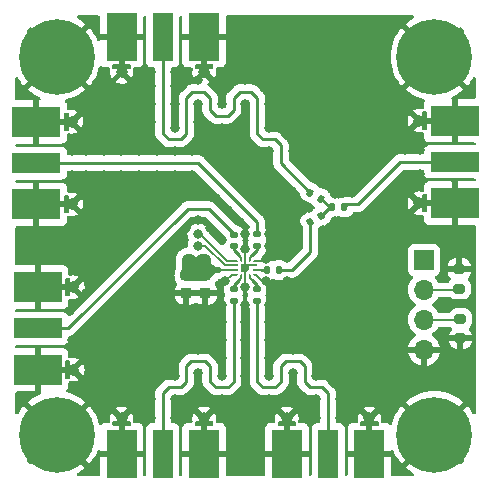
<source format=gbr>
%TF.GenerationSoftware,KiCad,Pcbnew,(6.0.7)*%
%TF.CreationDate,2022-08-03T12:25:37+01:00*%
%TF.ProjectId,Phase_Measurement_Board,50686173-655f-44d6-9561-737572656d65,rev?*%
%TF.SameCoordinates,Original*%
%TF.FileFunction,Copper,L1,Top*%
%TF.FilePolarity,Positive*%
%FSLAX46Y46*%
G04 Gerber Fmt 4.6, Leading zero omitted, Abs format (unit mm)*
G04 Created by KiCad (PCBNEW (6.0.7)) date 2022-08-03 12:25:37*
%MOMM*%
%LPD*%
G01*
G04 APERTURE LIST*
G04 Aperture macros list*
%AMRoundRect*
0 Rectangle with rounded corners*
0 $1 Rounding radius*
0 $2 $3 $4 $5 $6 $7 $8 $9 X,Y pos of 4 corners*
0 Add a 4 corners polygon primitive as box body*
4,1,4,$2,$3,$4,$5,$6,$7,$8,$9,$2,$3,0*
0 Add four circle primitives for the rounded corners*
1,1,$1+$1,$2,$3*
1,1,$1+$1,$4,$5*
1,1,$1+$1,$6,$7*
1,1,$1+$1,$8,$9*
0 Add four rect primitives between the rounded corners*
20,1,$1+$1,$2,$3,$4,$5,0*
20,1,$1+$1,$4,$5,$6,$7,0*
20,1,$1+$1,$6,$7,$8,$9,0*
20,1,$1+$1,$8,$9,$2,$3,0*%
%AMFreePoly0*
4,1,10,0.100000,0.099000,0.175000,0.099000,0.239000,-0.053000,0.239000,-0.101000,-0.106000,-0.101000,-0.106000,0.099000,-0.100000,0.099000,-0.100000,0.100000,0.100000,0.100000,0.100000,0.099000,0.100000,0.099000,$1*%
%AMFreePoly1*
4,1,10,0.239000,0.054000,0.175000,-0.098000,0.100000,-0.098000,0.100000,-0.100000,-0.100000,-0.100000,-0.100000,-0.098000,-0.106000,-0.098000,-0.106000,0.102000,0.239000,0.102000,0.239000,0.054000,0.239000,0.054000,$1*%
%AMFreePoly2*
4,1,6,0.100000,-0.101000,-0.100000,-0.101000,-0.100000,0.119000,-0.025000,0.299000,0.100000,0.299000,0.100000,-0.101000,0.100000,-0.101000,$1*%
%AMFreePoly3*
4,1,6,0.100000,0.118000,0.100000,-0.102000,-0.100000,-0.102000,-0.100000,0.298000,0.025000,0.298000,0.100000,0.118000,0.100000,0.118000,$1*%
%AMFreePoly4*
4,1,6,0.101000,-0.100000,-0.180000,-0.100000,-0.244000,0.052000,-0.244000,0.100000,0.101000,0.100000,0.101000,-0.100000,0.101000,-0.100000,$1*%
%AMFreePoly5*
4,1,6,0.100000,-0.100000,-0.245000,-0.100000,-0.245000,-0.052000,-0.181000,0.100000,0.100000,0.100000,0.100000,-0.100000,0.100000,-0.100000,$1*%
%AMFreePoly6*
4,1,6,0.102000,-0.118000,0.027000,-0.298000,-0.098000,-0.298000,-0.098000,0.102000,0.102000,0.102000,0.102000,-0.118000,0.102000,-0.118000,$1*%
%AMFreePoly7*
4,1,6,0.100000,-0.297000,-0.025000,-0.297000,-0.100000,-0.117000,-0.100000,0.103000,0.100000,0.103000,0.100000,-0.297000,0.100000,-0.297000,$1*%
%AMFreePoly8*
4,1,6,0.360000,-0.360000,-0.360000,-0.360000,-0.360000,0.150000,-0.140000,0.360000,0.360000,0.360000,0.360000,-0.360000,0.360000,-0.360000,$1*%
G04 Aperture macros list end*
%TA.AperFunction,ComponentPad*%
%ADD10C,0.800000*%
%TD*%
%TA.AperFunction,ComponentPad*%
%ADD11C,6.400000*%
%TD*%
%TA.AperFunction,SMDPad,CuDef*%
%ADD12RoundRect,0.140000X-0.170000X0.140000X-0.170000X-0.140000X0.170000X-0.140000X0.170000X0.140000X0*%
%TD*%
%TA.AperFunction,SMDPad,CuDef*%
%ADD13RoundRect,0.140000X-0.140000X-0.170000X0.140000X-0.170000X0.140000X0.170000X-0.140000X0.170000X0*%
%TD*%
%TA.AperFunction,SMDPad,CuDef*%
%ADD14RoundRect,0.140000X0.170000X-0.140000X0.170000X0.140000X-0.170000X0.140000X-0.170000X-0.140000X0*%
%TD*%
%TA.AperFunction,SMDPad,CuDef*%
%ADD15RoundRect,0.135000X-0.135000X-0.185000X0.135000X-0.185000X0.135000X0.185000X-0.135000X0.185000X0*%
%TD*%
%TA.AperFunction,SMDPad,CuDef*%
%ADD16R,2.665000X4.190000*%
%TD*%
%TA.AperFunction,SMDPad,CuDef*%
%ADD17R,0.460000X0.890000*%
%TD*%
%TA.AperFunction,ComponentPad*%
%ADD18C,0.970000*%
%TD*%
%TA.AperFunction,SMDPad,CuDef*%
%ADD19R,1.780000X4.190000*%
%TD*%
%TA.AperFunction,SMDPad,CuDef*%
%ADD20RoundRect,0.225000X-0.250000X0.225000X-0.250000X-0.225000X0.250000X-0.225000X0.250000X0.225000X0*%
%TD*%
%TA.AperFunction,SMDPad,CuDef*%
%ADD21FreePoly0,180.000000*%
%TD*%
%TA.AperFunction,SMDPad,CuDef*%
%ADD22R,0.400000X0.200000*%
%TD*%
%TA.AperFunction,SMDPad,CuDef*%
%ADD23FreePoly1,180.000000*%
%TD*%
%TA.AperFunction,SMDPad,CuDef*%
%ADD24FreePoly2,180.000000*%
%TD*%
%TA.AperFunction,SMDPad,CuDef*%
%ADD25R,0.200000X0.400000*%
%TD*%
%TA.AperFunction,SMDPad,CuDef*%
%ADD26FreePoly3,180.000000*%
%TD*%
%TA.AperFunction,SMDPad,CuDef*%
%ADD27FreePoly4,180.000000*%
%TD*%
%TA.AperFunction,SMDPad,CuDef*%
%ADD28FreePoly5,180.000000*%
%TD*%
%TA.AperFunction,SMDPad,CuDef*%
%ADD29FreePoly6,180.000000*%
%TD*%
%TA.AperFunction,SMDPad,CuDef*%
%ADD30FreePoly7,180.000000*%
%TD*%
%TA.AperFunction,SMDPad,CuDef*%
%ADD31FreePoly8,180.000000*%
%TD*%
%TA.AperFunction,ComponentPad*%
%ADD32R,1.700000X1.700000*%
%TD*%
%TA.AperFunction,ComponentPad*%
%ADD33O,1.700000X1.700000*%
%TD*%
%TA.AperFunction,SMDPad,CuDef*%
%ADD34R,0.890000X0.460000*%
%TD*%
%TA.AperFunction,SMDPad,CuDef*%
%ADD35R,4.190000X2.665000*%
%TD*%
%TA.AperFunction,SMDPad,CuDef*%
%ADD36R,4.190000X1.780000*%
%TD*%
%TA.AperFunction,SMDPad,CuDef*%
%ADD37RoundRect,0.135000X-0.209413X-0.092715X0.024413X-0.227715X0.209413X0.092715X-0.024413X0.227715X0*%
%TD*%
%TA.AperFunction,SMDPad,CuDef*%
%ADD38RoundRect,0.200000X-0.275000X0.200000X-0.275000X-0.200000X0.275000X-0.200000X0.275000X0.200000X0*%
%TD*%
%TA.AperFunction,SMDPad,CuDef*%
%ADD39RoundRect,0.200000X0.275000X-0.200000X0.275000X0.200000X-0.275000X0.200000X-0.275000X-0.200000X0*%
%TD*%
%TA.AperFunction,SMDPad,CuDef*%
%ADD40RoundRect,0.135000X-0.024413X-0.227715X0.209413X-0.092715X0.024413X0.227715X-0.209413X0.092715X0*%
%TD*%
%TA.AperFunction,ViaPad*%
%ADD41C,0.800000*%
%TD*%
%TA.AperFunction,Conductor*%
%ADD42C,0.293370*%
%TD*%
%TA.AperFunction,Conductor*%
%ADD43C,0.200000*%
%TD*%
%TA.AperFunction,Conductor*%
%ADD44C,0.500000*%
%TD*%
%TA.AperFunction,Conductor*%
%ADD45C,1.000000*%
%TD*%
G04 APERTURE END LIST*
D10*
%TO.P,H2,1,1*%
%TO.N,GND*%
X229600000Y-33000000D03*
X230302944Y-31302944D03*
X232000000Y-35400000D03*
X233697056Y-34697056D03*
D11*
X232000000Y-33000000D03*
D10*
X233697056Y-31302944D03*
X230302944Y-34697056D03*
X234400000Y-33000000D03*
X232000000Y-30600000D03*
%TD*%
D12*
%TO.P,C7,1*%
%TO.N,2*%
X217000000Y-48040000D03*
%TO.P,C7,2*%
%TO.N,Net-(C7-Pad2)*%
X217000000Y-49000000D03*
%TD*%
D13*
%TO.P,C5,1*%
%TO.N,Net-(C5-Pad1)*%
X217850000Y-51050000D03*
%TO.P,C5,2*%
%TO.N,Net-(C5-Pad2)*%
X218810000Y-51050000D03*
%TD*%
D14*
%TO.P,C4,1*%
%TO.N,3*%
X215000000Y-53660000D03*
%TO.P,C4,2*%
%TO.N,Net-(C4-Pad2)*%
X215000000Y-52700000D03*
%TD*%
D15*
%TO.P,R4,2*%
%TO.N,Net-(J6-Pad1)*%
X224370000Y-45750000D03*
%TO.P,R4,1*%
%TO.N,Net-(R3-Pad2)*%
X223350000Y-45750000D03*
%TD*%
D16*
%TO.P,J3,2,Ext*%
%TO.N,GND*%
X205507500Y-66600000D03*
D17*
X205507500Y-64060000D03*
D18*
X205507500Y-63615000D03*
X212492500Y-63615000D03*
D16*
X212492500Y-66600000D03*
D17*
X212492500Y-64060000D03*
D19*
%TO.P,J3,1,In*%
%TO.N,3*%
X209000000Y-66600000D03*
%TD*%
D10*
%TO.P,H1,1,1*%
%TO.N,GND*%
X198302944Y-31302944D03*
X201697056Y-34697056D03*
X200000000Y-35400000D03*
X198302944Y-34697056D03*
X200000000Y-30600000D03*
X202400000Y-33000000D03*
D11*
X200000000Y-33000000D03*
D10*
X197600000Y-33000000D03*
X201697056Y-31302944D03*
%TD*%
D20*
%TO.P,C1,2*%
%TO.N,GND*%
X212600000Y-53025000D03*
%TO.P,C1,1*%
%TO.N,+3V3*%
X212600000Y-51475000D03*
%TD*%
D19*
%TO.P,J1,1,In*%
%TO.N,1 (REF)*%
X209000000Y-31300000D03*
D18*
%TO.P,J1,2,Ext*%
%TO.N,GND*%
X205507500Y-34285000D03*
D16*
X212492500Y-31300000D03*
D17*
X205507500Y-33840000D03*
D18*
X212492500Y-34285000D03*
D17*
X212492500Y-33840000D03*
D16*
X205507500Y-31300000D03*
%TD*%
D10*
%TO.P,H3,1,1*%
%TO.N,GND*%
X201697056Y-63302944D03*
X202400000Y-65000000D03*
X198302944Y-63302944D03*
X201697056Y-66697056D03*
D11*
X200000000Y-65000000D03*
D10*
X198302944Y-66697056D03*
X200000000Y-62600000D03*
X197600000Y-65000000D03*
X200000000Y-67400000D03*
%TD*%
D21*
%TO.P,U1,1,GND*%
%TO.N,GND*%
X216866000Y-51471000D03*
D22*
%TO.P,U1,2,RFC*%
%TO.N,Net-(C5-Pad1)*%
X216772000Y-51070000D03*
%TO.P,U1,3,GND*%
%TO.N,GND*%
X216772000Y-50670000D03*
D23*
%TO.P,U1,4,GND*%
X216866000Y-50268000D03*
D24*
%TO.P,U1,5,RF4*%
%TO.N,Net-(C7-Pad2)*%
X216400000Y-49999000D03*
D25*
%TO.P,U1,6,GND*%
%TO.N,GND*%
X216000000Y-50098000D03*
D26*
%TO.P,U1,7,RF3*%
%TO.N,Net-(C6-Pad2)*%
X215600000Y-50000000D03*
D27*
%TO.P,U1,8,VC1*%
%TO.N,VC1*%
X215129000Y-50270000D03*
D22*
%TO.P,U1,9,VC2*%
%TO.N,VC2*%
X215228000Y-50670000D03*
%TO.P,U1,10,VDD*%
%TO.N,+3V3*%
X215228000Y-51070000D03*
D28*
%TO.P,U1,11,GND*%
%TO.N,GND*%
X215128000Y-51470000D03*
D29*
%TO.P,U1,12,RF2*%
%TO.N,Net-(C4-Pad2)*%
X215602000Y-51740000D03*
D25*
%TO.P,U1,13,GND*%
%TO.N,GND*%
X216000000Y-51642000D03*
D30*
%TO.P,U1,14,RF1*%
%TO.N,Net-(C3-Pad2)*%
X216400000Y-51739000D03*
D31*
%TO.P,U1,15,GND*%
%TO.N,GND*%
X216000000Y-50870000D03*
%TD*%
D32*
%TO.P,J7,1,Pin_1*%
%TO.N,+3V3*%
X231106673Y-50200000D03*
D33*
%TO.P,J7,2,Pin_2*%
%TO.N,VC2*%
X231106673Y-52740000D03*
%TO.P,J7,3,Pin_3*%
%TO.N,VC1*%
X231106673Y-55280000D03*
%TO.P,J7,4,Pin_4*%
%TO.N,GND*%
X231106673Y-57820000D03*
%TD*%
D34*
%TO.P,J6,2,Ext*%
%TO.N,GND*%
X231160000Y-45392500D03*
X231160000Y-38407500D03*
D35*
X233700000Y-38407500D03*
D18*
X230715000Y-45392500D03*
X230715000Y-38407500D03*
D35*
X233700000Y-45392500D03*
D36*
%TO.P,J6,1,In*%
%TO.N,Net-(J6-Pad1)*%
X233700000Y-41900000D03*
%TD*%
D14*
%TO.P,C3,1*%
%TO.N,4*%
X216950000Y-53660000D03*
%TO.P,C3,2*%
%TO.N,Net-(C3-Pad2)*%
X216950000Y-52700000D03*
%TD*%
D18*
%TO.P,J4,2,Ext*%
%TO.N,GND*%
X226492500Y-63615000D03*
X219507500Y-63615000D03*
D16*
X219507500Y-66600000D03*
X226492500Y-66600000D03*
D17*
X226492500Y-64060000D03*
X219507500Y-64060000D03*
D19*
%TO.P,J4,1,In*%
%TO.N,4*%
X223000000Y-66600000D03*
%TD*%
D37*
%TO.P,R3,2*%
%TO.N,Net-(R3-Pad2)*%
X222383346Y-45010000D03*
%TO.P,R3,1*%
%TO.N,1 (REF)*%
X221500000Y-44500000D03*
%TD*%
D12*
%TO.P,C6,1*%
%TO.N,5*%
X215000000Y-48070000D03*
%TO.P,C6,2*%
%TO.N,Net-(C6-Pad2)*%
X215000000Y-49030000D03*
%TD*%
D38*
%TO.P,R2,1*%
%TO.N,GND*%
X234100000Y-50975000D03*
%TO.P,R2,2*%
%TO.N,VC2*%
X234100000Y-52625000D03*
%TD*%
D20*
%TO.P,C2,2*%
%TO.N,GND*%
X211000000Y-53025000D03*
%TO.P,C2,1*%
%TO.N,+3V3*%
X211000000Y-51475000D03*
%TD*%
D10*
%TO.P,H4,1,1*%
%TO.N,GND*%
X233697056Y-63302944D03*
X229600000Y-65000000D03*
X232000000Y-62600000D03*
X230302944Y-66697056D03*
X234400000Y-65000000D03*
X232000000Y-67400000D03*
D11*
X232000000Y-65000000D03*
D10*
X233697056Y-66697056D03*
X230302944Y-63302944D03*
%TD*%
D36*
%TO.P,J2,1,In*%
%TO.N,2*%
X198300000Y-42000000D03*
D35*
%TO.P,J2,2,Ext*%
%TO.N,GND*%
X198300000Y-45492500D03*
D18*
X201285000Y-38507500D03*
D34*
X200840000Y-38507500D03*
D18*
X201285000Y-45492500D03*
D35*
X198300000Y-38507500D03*
D34*
X200840000Y-45492500D03*
%TD*%
D39*
%TO.P,R1,1*%
%TO.N,GND*%
X234200000Y-56850000D03*
%TO.P,R1,2*%
%TO.N,VC1*%
X234200000Y-55200000D03*
%TD*%
D40*
%TO.P,R5,2*%
%TO.N,Net-(R3-Pad2)*%
X222383346Y-46490000D03*
%TO.P,R5,1*%
%TO.N,Net-(C5-Pad2)*%
X221500000Y-47000000D03*
%TD*%
D34*
%TO.P,J5,2,Ext*%
%TO.N,GND*%
X200940000Y-52507500D03*
X200940000Y-59492500D03*
D35*
X198400000Y-59492500D03*
D18*
X201385000Y-52507500D03*
X201385000Y-59492500D03*
D35*
X198400000Y-52507500D03*
D36*
%TO.P,J5,1,In*%
%TO.N,5*%
X198400000Y-56000000D03*
%TD*%
D41*
%TO.N,GND*%
X227000000Y-40000000D03*
X226000000Y-43500000D03*
X226900000Y-42600000D03*
X228400000Y-44100000D03*
X230800000Y-42900000D03*
X230800000Y-40900000D03*
X202200000Y-56300000D03*
X210000000Y-34300000D03*
X208000000Y-34300000D03*
X227000000Y-54000000D03*
X221000000Y-54000000D03*
X216000000Y-64000000D03*
X216000000Y-66500000D03*
X233000000Y-50000000D03*
X233000000Y-58000000D03*
X233000000Y-60000000D03*
X233500000Y-54000000D03*
X233000000Y-48000000D03*
X227000000Y-48000000D03*
X224000000Y-48000000D03*
X227000000Y-36000000D03*
X227000000Y-32000000D03*
X221000000Y-32000000D03*
X215000000Y-32000000D03*
X221000000Y-40000000D03*
X221000000Y-36000000D03*
X203000000Y-36000000D03*
X203000000Y-40000000D03*
X209000000Y-44000000D03*
X203000000Y-44000000D03*
X203000000Y-48000000D03*
X212000000Y-54500000D03*
X211000000Y-54500000D03*
X209000000Y-52000000D03*
X203000000Y-60000000D03*
X209000000Y-56000000D03*
X225000000Y-44500000D03*
X228000000Y-41500000D03*
X212000000Y-40000000D03*
X208000000Y-40000000D03*
X210000000Y-35500000D03*
X208000000Y-35500000D03*
X220300000Y-45800000D03*
X221400000Y-45800000D03*
X219000000Y-43500000D03*
X219900000Y-44400000D03*
X221400000Y-42900000D03*
X220500000Y-42000000D03*
X222400000Y-43700000D03*
X225000000Y-46800000D03*
X226300000Y-46200000D03*
X227300000Y-45200000D03*
X229500000Y-43000000D03*
X229500000Y-40900000D03*
X220000000Y-41000000D03*
X219500000Y-39500000D03*
X218000000Y-42300000D03*
X218000000Y-41000000D03*
X218000000Y-39000000D03*
X218000000Y-37000000D03*
X217500000Y-35500000D03*
X216000000Y-35000000D03*
X214000000Y-35500000D03*
X212000000Y-35000000D03*
X208000000Y-37000000D03*
X208000000Y-38500000D03*
X216500000Y-40500000D03*
X214000000Y-39000000D03*
X210000000Y-39000000D03*
X214000000Y-37000000D03*
X210000000Y-37000000D03*
X216000000Y-38500000D03*
X212000000Y-38500000D03*
X216000000Y-37000000D03*
X212000000Y-37000000D03*
X223550000Y-44600000D03*
X223550000Y-46900000D03*
X222600000Y-49000000D03*
X222600000Y-47700000D03*
X220400000Y-47700000D03*
X219500000Y-52000000D03*
X221000000Y-52000000D03*
X222400000Y-50100000D03*
X220400000Y-49000000D03*
X219500000Y-50000000D03*
X227000000Y-60000000D03*
X227000000Y-52000000D03*
X227000000Y-56000000D03*
X221000000Y-56000000D03*
%TO.N,+3V3*%
X212600000Y-50200000D03*
X211100000Y-50200000D03*
%TO.N,GND*%
X217700000Y-50100000D03*
X216000000Y-54000000D03*
X218000000Y-62000000D03*
X220000000Y-57800000D03*
X210000000Y-58500000D03*
X214000000Y-48500000D03*
X205500000Y-43000000D03*
X206500000Y-49000000D03*
X211500000Y-43000000D03*
X205500000Y-50000000D03*
X204000000Y-41000000D03*
X217000000Y-45500000D03*
X216000000Y-55500000D03*
X205500000Y-41000000D03*
X214000000Y-57000000D03*
X216000000Y-44500000D03*
X209000000Y-49500000D03*
X216000000Y-52500000D03*
X216000000Y-61500000D03*
X220000000Y-61500000D03*
X210000000Y-62000000D03*
X212000000Y-59800000D03*
X204000000Y-43000000D03*
X208000000Y-50500000D03*
X224000000Y-62000000D03*
X210000000Y-48500000D03*
X201300000Y-57000000D03*
X207000000Y-41000000D03*
X212000000Y-44800000D03*
X208500000Y-43000000D03*
X214000000Y-54000000D03*
X211000000Y-47500000D03*
X216000000Y-57000000D03*
X217700000Y-52000000D03*
X203500000Y-52000000D03*
X206000000Y-52500000D03*
X223500000Y-60500000D03*
X202500000Y-41000000D03*
X222000000Y-58500000D03*
X208000000Y-62000000D03*
X213000000Y-47500000D03*
X222000000Y-60000000D03*
X215000000Y-43500000D03*
X222000000Y-63600000D03*
X224000000Y-63600000D03*
X210000000Y-43000000D03*
X205000000Y-53500000D03*
X202500000Y-43000000D03*
X213000000Y-41500000D03*
X218000000Y-46500000D03*
X213500000Y-45000000D03*
X210000000Y-60000000D03*
X204500000Y-51000000D03*
X214000000Y-58500000D03*
X207000000Y-43000000D03*
X220000000Y-59800000D03*
X212500000Y-44000000D03*
X218000000Y-58500000D03*
X207500000Y-48000000D03*
X216000000Y-49250000D03*
X204000000Y-54500000D03*
X214000000Y-62000000D03*
X211500000Y-41000000D03*
X218000000Y-54000000D03*
X207000000Y-51500000D03*
X216000000Y-58500000D03*
X212000000Y-61500000D03*
X218000000Y-60000000D03*
X212000000Y-57800000D03*
X208500000Y-41000000D03*
X215500000Y-47000000D03*
X208500000Y-60500000D03*
X203000000Y-55500000D03*
X209500000Y-46000000D03*
X202500000Y-53000000D03*
X218000000Y-57000000D03*
X201100000Y-54500000D03*
X210000000Y-63600000D03*
X214300000Y-52000000D03*
X201300000Y-41000000D03*
X208000000Y-63600000D03*
X210000000Y-41000000D03*
X201300000Y-43000000D03*
X222000000Y-62000000D03*
X212000000Y-46800000D03*
X218000000Y-49000000D03*
X214500000Y-46000000D03*
X214000000Y-55500000D03*
X208500000Y-47000000D03*
X214000000Y-42500000D03*
X210500000Y-45000000D03*
X218000000Y-48000000D03*
X216000000Y-48000000D03*
X214000000Y-60000000D03*
X216000000Y-60000000D03*
X218000000Y-55500000D03*
%TO.N,VC1*%
X212000000Y-48000000D03*
%TO.N,VC2*%
X212000000Y-49000000D03*
%TD*%
D42*
%TO.N,Net-(C5-Pad1)*%
X217850000Y-51050000D02*
X217318185Y-51050000D01*
%TO.N,Net-(J6-Pad1)*%
X233700000Y-41900000D02*
X229100000Y-41900000D01*
X229100000Y-41900000D02*
X225500000Y-45500000D01*
X225500000Y-45500000D02*
X224620000Y-45500000D01*
X224620000Y-45500000D02*
X224370000Y-45750000D01*
D43*
%TO.N,VC1*%
X231106673Y-55280000D02*
X234120000Y-55280000D01*
X234120000Y-55280000D02*
X234200000Y-55200000D01*
%TO.N,VC2*%
X231106673Y-52740000D02*
X233985000Y-52740000D01*
X233985000Y-52740000D02*
X234100000Y-52625000D01*
D42*
%TO.N,1 (REF)*%
X215000000Y-37500000D02*
X215000000Y-36500000D01*
X217500000Y-40000000D02*
X218500000Y-40000000D01*
X213500000Y-38000000D02*
X214500000Y-38000000D01*
X213000000Y-36500000D02*
X213000000Y-37500000D01*
X219000000Y-40500000D02*
X219000000Y-42000000D01*
X211500000Y-36000000D02*
X212500000Y-36000000D01*
X211000000Y-36500000D02*
X211500000Y-36000000D01*
X212500000Y-36000000D02*
X213000000Y-36500000D01*
X214500000Y-38000000D02*
X215000000Y-37500000D01*
X211000000Y-39500000D02*
X211000000Y-36500000D01*
X209500000Y-40000000D02*
X210500000Y-40000000D01*
X213000000Y-37500000D02*
X213500000Y-38000000D01*
X215000000Y-36500000D02*
X215500000Y-36000000D01*
X209000000Y-39500000D02*
X209500000Y-40000000D01*
X210500000Y-40000000D02*
X211000000Y-39500000D01*
X209000000Y-31000000D02*
X209000000Y-39500000D01*
X215500000Y-36000000D02*
X216500000Y-36000000D01*
X216500000Y-36000000D02*
X217000000Y-36500000D01*
X217000000Y-36500000D02*
X217000000Y-39500000D01*
X217000000Y-39500000D02*
X217500000Y-40000000D01*
X219000000Y-42000000D02*
X221500000Y-44500000D01*
X218500000Y-40000000D02*
X219000000Y-40500000D01*
%TO.N,Net-(R3-Pad2)*%
X223350000Y-45750000D02*
X223123346Y-45750000D01*
X223123346Y-45750000D02*
X222383346Y-46490000D01*
X223123346Y-45750000D02*
X222383346Y-45010000D01*
%TO.N,Net-(C5-Pad2)*%
X221500000Y-49500000D02*
X221500000Y-47000000D01*
X218810000Y-51050000D02*
X219950000Y-51050000D01*
X219950000Y-51050000D02*
X221500000Y-49500000D01*
D44*
%TO.N,+3V3*%
X213005000Y-51070000D02*
X213780000Y-51070000D01*
D45*
X212600000Y-51475000D02*
X213005000Y-51070000D01*
X211100000Y-51375000D02*
X211000000Y-51475000D01*
D43*
X215070000Y-51070000D02*
X215069500Y-51069500D01*
D45*
X211325000Y-50200000D02*
X212600000Y-51475000D01*
X211100000Y-50200000D02*
X211100000Y-51375000D01*
X211100000Y-50200000D02*
X211325000Y-50200000D01*
X212600000Y-50200000D02*
X212600000Y-51475000D01*
X212600000Y-50200000D02*
X212275000Y-50200000D01*
D43*
X215228000Y-51070000D02*
X213920000Y-51070000D01*
D45*
X212600000Y-51475000D02*
X211000000Y-51475000D01*
D43*
X213920000Y-51070000D02*
X213780000Y-51070000D01*
D45*
X212275000Y-50200000D02*
X211000000Y-51475000D01*
D44*
X212600000Y-51475000D02*
X212825000Y-51250000D01*
D43*
X215228000Y-51070000D02*
X215070000Y-51070000D01*
%TO.N,GND*%
X216000000Y-50870000D02*
X216000000Y-51642000D01*
X217532000Y-50268000D02*
X217700000Y-50100000D01*
X216866000Y-50268000D02*
X217532000Y-50268000D01*
X216000000Y-51642000D02*
X216000000Y-52500000D01*
X215128000Y-51470000D02*
X214830000Y-51470000D01*
X216000000Y-49250000D02*
X216000000Y-50098000D01*
X214830000Y-51470000D02*
X214300000Y-52000000D01*
X216000000Y-50870000D02*
X216000000Y-50098000D01*
X216200000Y-50670000D02*
X216772000Y-50670000D01*
X217700000Y-52000000D02*
X217395000Y-52000000D01*
X216000000Y-50870000D02*
X216200000Y-50670000D01*
X217395000Y-52000000D02*
X216866000Y-51471000D01*
D42*
%TO.N,2*%
X217000000Y-47000000D02*
X217000000Y-48040000D01*
X212000000Y-42000000D02*
X217000000Y-47000000D01*
X198000000Y-42000000D02*
X206050000Y-42000000D01*
X206050000Y-42000000D02*
X212000000Y-42000000D01*
D43*
%TO.N,Net-(C3-Pad2)*%
X216578185Y-51917185D02*
X216400000Y-51739000D01*
D42*
X216950000Y-52700000D02*
X216950000Y-52289000D01*
X216950000Y-52289000D02*
X216578185Y-51917185D01*
%TO.N,3*%
X211400000Y-58800000D02*
X211000000Y-59200000D01*
X215000000Y-60500000D02*
X215000000Y-53660000D01*
X213500000Y-61000000D02*
X214500000Y-61000000D01*
X213000000Y-59200000D02*
X212600000Y-58800000D01*
X209500000Y-61000000D02*
X209000000Y-61500000D01*
X209000000Y-61500000D02*
X209000000Y-67000000D01*
X210500000Y-61000000D02*
X209500000Y-61000000D01*
X213000000Y-60500000D02*
X213500000Y-61000000D01*
X213000000Y-59300000D02*
X213000000Y-60500000D01*
X214500000Y-61000000D02*
X215000000Y-60500000D01*
X212600000Y-58800000D02*
X211400000Y-58800000D01*
X211000000Y-60500000D02*
X210500000Y-61000000D01*
X211000000Y-59300000D02*
X211000000Y-60500000D01*
%TO.N,Net-(C4-Pad2)*%
X215000000Y-52342000D02*
X215425815Y-51916185D01*
X215000000Y-52700000D02*
X215000000Y-52342000D01*
D43*
X215425815Y-51916185D02*
X215600500Y-51741500D01*
%TO.N,Net-(C5-Pad1)*%
X216772000Y-51070000D02*
X217320000Y-51070000D01*
X217320000Y-51070000D02*
X217370000Y-51070000D01*
D42*
%TO.N,4*%
X219400000Y-58800000D02*
X219000000Y-59200000D01*
X223000000Y-67000000D02*
X223000000Y-61500000D01*
X223000000Y-61500000D02*
X222500000Y-61000000D01*
X221000000Y-59200000D02*
X220600000Y-58800000D01*
X221500000Y-61000000D02*
X221000000Y-60500000D01*
X217000000Y-53710000D02*
X216950000Y-53660000D01*
X222500000Y-61000000D02*
X221500000Y-61000000D01*
X219000000Y-59200000D02*
X219000000Y-60500000D01*
X219000000Y-60500000D02*
X218500000Y-61000000D01*
X220600000Y-58800000D02*
X219400000Y-58800000D01*
X221000000Y-60500000D02*
X221000000Y-59200000D01*
X217000000Y-60500000D02*
X217000000Y-53710000D01*
X218500000Y-61000000D02*
X217500000Y-61000000D01*
X217500000Y-61000000D02*
X217000000Y-60500000D01*
%TO.N,Net-(C6-Pad2)*%
X215000000Y-49030000D02*
X215000000Y-49400000D01*
X215000000Y-49400000D02*
X215423815Y-49823815D01*
D43*
X215600000Y-50000000D02*
X215423815Y-49823815D01*
D42*
%TO.N,5*%
X201000000Y-56000000D02*
X198000000Y-56000000D01*
X215000000Y-48070000D02*
X215000000Y-48000000D01*
X212900000Y-45900000D02*
X211100000Y-45900000D01*
X211100000Y-45900000D02*
X201000000Y-56000000D01*
X215000000Y-48000000D02*
X212900000Y-45900000D01*
%TO.N,Net-(C7-Pad2)*%
X217000000Y-49000000D02*
X217000000Y-49399000D01*
X217000000Y-49399000D02*
X216577185Y-49821815D01*
D43*
X216400000Y-49999000D02*
X216577185Y-49821815D01*
%TO.N,VC1*%
X212000000Y-48000000D02*
X212164980Y-48000000D01*
X214434980Y-50270000D02*
X215129000Y-50270000D01*
X215129000Y-50270000D02*
X215128501Y-50270499D01*
X212164980Y-48000000D02*
X214434980Y-50270000D01*
%TO.N,VC2*%
X212600000Y-49000000D02*
X214270000Y-50670000D01*
X212000000Y-49000000D02*
X212600000Y-49000000D01*
X214270000Y-50670000D02*
X215228000Y-50670000D01*
%TD*%
%TA.AperFunction,Conductor*%
%TO.N,GND*%
G36*
X216074685Y-52369999D02*
G01*
X216121179Y-52423654D01*
X216132179Y-52485881D01*
X216131983Y-52488374D01*
X216131500Y-52494516D01*
X216131500Y-52905484D01*
X216131693Y-52907932D01*
X216131693Y-52907940D01*
X216133805Y-52934767D01*
X216134394Y-52942254D01*
X216180106Y-53099597D01*
X216184141Y-53106420D01*
X216184142Y-53106422D01*
X216189725Y-53115863D01*
X216207183Y-53184680D01*
X216189725Y-53244137D01*
X216184142Y-53253578D01*
X216180106Y-53260403D01*
X216177895Y-53268014D01*
X216177894Y-53268016D01*
X216173403Y-53283475D01*
X216134394Y-53417746D01*
X216131500Y-53454516D01*
X216131500Y-53865484D01*
X216134394Y-53902254D01*
X216180106Y-54059597D01*
X216184141Y-54066419D01*
X216184141Y-54066420D01*
X216219676Y-54126507D01*
X216263512Y-54200629D01*
X216307910Y-54245027D01*
X216341936Y-54307339D01*
X216344815Y-54334122D01*
X216344815Y-60418382D01*
X216344260Y-60430147D01*
X216342538Y-60437852D01*
X216342787Y-60445777D01*
X216342787Y-60445778D01*
X216344753Y-60508317D01*
X216344815Y-60512276D01*
X216344815Y-60541219D01*
X216345363Y-60545556D01*
X216346295Y-60557392D01*
X216347739Y-60603308D01*
X216349950Y-60610918D01*
X216349951Y-60610926D01*
X216353678Y-60623756D01*
X216357686Y-60643108D01*
X216360355Y-60664233D01*
X216363274Y-60671605D01*
X216363274Y-60671606D01*
X216377266Y-60706947D01*
X216381111Y-60718177D01*
X216393922Y-60762273D01*
X216397960Y-60769100D01*
X216397961Y-60769103D01*
X216404758Y-60780595D01*
X216413456Y-60798350D01*
X216421294Y-60818146D01*
X216425957Y-60824564D01*
X216448291Y-60855305D01*
X216454802Y-60865216D01*
X216478188Y-60904759D01*
X216493240Y-60919811D01*
X216506080Y-60934844D01*
X216518595Y-60952069D01*
X216524701Y-60957120D01*
X216553992Y-60981352D01*
X216562771Y-60989342D01*
X216978994Y-61405565D01*
X216986929Y-61414285D01*
X216991159Y-61420950D01*
X216996936Y-61426375D01*
X217042568Y-61469226D01*
X217045410Y-61471981D01*
X217065861Y-61492432D01*
X217068995Y-61494863D01*
X217068997Y-61494865D01*
X217069339Y-61495131D01*
X217078345Y-61502824D01*
X217082537Y-61506760D01*
X217111831Y-61534268D01*
X217118773Y-61538085D01*
X217118775Y-61538086D01*
X217130485Y-61544524D01*
X217147008Y-61555377D01*
X217163833Y-61568428D01*
X217205996Y-61586673D01*
X217216644Y-61591890D01*
X217249949Y-61610200D01*
X217249952Y-61610201D01*
X217256893Y-61614017D01*
X217277519Y-61619313D01*
X217296219Y-61625716D01*
X217308479Y-61631022D01*
X217308486Y-61631024D01*
X217315756Y-61634170D01*
X217353041Y-61640075D01*
X217361125Y-61641356D01*
X217372738Y-61643761D01*
X217417231Y-61655185D01*
X217438520Y-61655185D01*
X217458232Y-61656736D01*
X217479256Y-61660066D01*
X217487148Y-61659320D01*
X217492374Y-61658826D01*
X217524979Y-61655744D01*
X217536836Y-61655185D01*
X218418382Y-61655185D01*
X218430147Y-61655740D01*
X218437852Y-61657462D01*
X218445777Y-61657213D01*
X218445778Y-61657213D01*
X218508317Y-61655247D01*
X218512276Y-61655185D01*
X218541219Y-61655185D01*
X218545562Y-61654637D01*
X218557392Y-61653705D01*
X218603308Y-61652261D01*
X218610918Y-61650050D01*
X218610926Y-61650049D01*
X218623756Y-61646322D01*
X218643108Y-61642314D01*
X218644235Y-61642172D01*
X218664233Y-61639645D01*
X218671605Y-61636726D01*
X218671606Y-61636726D01*
X218706947Y-61622734D01*
X218718177Y-61618889D01*
X218735183Y-61613948D01*
X218762273Y-61606078D01*
X218769100Y-61602040D01*
X218769103Y-61602039D01*
X218780595Y-61595242D01*
X218798350Y-61586544D01*
X218818146Y-61578706D01*
X218855304Y-61551709D01*
X218865216Y-61545198D01*
X218904759Y-61521812D01*
X218919811Y-61506760D01*
X218934845Y-61493919D01*
X218937939Y-61491671D01*
X218952069Y-61481405D01*
X218981352Y-61446008D01*
X218989342Y-61437229D01*
X219405565Y-61021006D01*
X219414285Y-61013071D01*
X219420950Y-61008841D01*
X219469227Y-60957431D01*
X219471981Y-60954590D01*
X219492432Y-60934139D01*
X219494865Y-60931003D01*
X219495131Y-60930661D01*
X219502824Y-60921655D01*
X219528844Y-60893945D01*
X219534268Y-60888169D01*
X219540691Y-60876486D01*
X219544524Y-60869515D01*
X219555378Y-60852991D01*
X219563569Y-60842431D01*
X219568428Y-60836167D01*
X219586673Y-60794004D01*
X219591890Y-60783356D01*
X219610200Y-60750051D01*
X219610201Y-60750048D01*
X219614017Y-60743107D01*
X219619313Y-60722481D01*
X219625716Y-60703781D01*
X219631022Y-60691521D01*
X219631024Y-60691514D01*
X219634170Y-60684244D01*
X219641356Y-60638875D01*
X219643763Y-60627253D01*
X219644661Y-60623756D01*
X219655185Y-60582769D01*
X219655185Y-60561480D01*
X219656736Y-60541769D01*
X219658826Y-60528573D01*
X219660066Y-60520744D01*
X219655744Y-60475021D01*
X219655185Y-60463164D01*
X219655185Y-59581185D01*
X219675187Y-59513064D01*
X219728843Y-59466571D01*
X219781185Y-59455185D01*
X220218815Y-59455185D01*
X220286936Y-59475187D01*
X220333429Y-59528843D01*
X220344815Y-59581185D01*
X220344815Y-60418382D01*
X220344260Y-60430147D01*
X220342538Y-60437852D01*
X220342787Y-60445777D01*
X220342787Y-60445778D01*
X220344753Y-60508317D01*
X220344815Y-60512276D01*
X220344815Y-60541219D01*
X220345363Y-60545556D01*
X220346295Y-60557392D01*
X220347739Y-60603308D01*
X220349950Y-60610918D01*
X220349951Y-60610926D01*
X220353678Y-60623756D01*
X220357686Y-60643108D01*
X220360355Y-60664233D01*
X220363274Y-60671605D01*
X220363274Y-60671606D01*
X220377266Y-60706947D01*
X220381111Y-60718177D01*
X220393922Y-60762273D01*
X220397960Y-60769100D01*
X220397961Y-60769103D01*
X220404758Y-60780595D01*
X220413456Y-60798350D01*
X220421294Y-60818146D01*
X220425957Y-60824564D01*
X220448291Y-60855305D01*
X220454802Y-60865216D01*
X220478188Y-60904759D01*
X220493240Y-60919811D01*
X220506080Y-60934844D01*
X220518595Y-60952069D01*
X220524701Y-60957120D01*
X220553992Y-60981352D01*
X220562771Y-60989342D01*
X220978994Y-61405565D01*
X220986929Y-61414285D01*
X220991159Y-61420950D01*
X220996936Y-61426375D01*
X221042568Y-61469226D01*
X221045410Y-61471981D01*
X221065861Y-61492432D01*
X221068995Y-61494863D01*
X221068997Y-61494865D01*
X221069339Y-61495131D01*
X221078345Y-61502824D01*
X221082537Y-61506760D01*
X221111831Y-61534268D01*
X221118773Y-61538085D01*
X221118775Y-61538086D01*
X221130485Y-61544524D01*
X221147008Y-61555377D01*
X221163833Y-61568428D01*
X221205996Y-61586673D01*
X221216644Y-61591890D01*
X221249949Y-61610200D01*
X221249952Y-61610201D01*
X221256893Y-61614017D01*
X221277519Y-61619313D01*
X221296219Y-61625716D01*
X221308479Y-61631022D01*
X221308486Y-61631024D01*
X221315756Y-61634170D01*
X221353041Y-61640075D01*
X221361125Y-61641356D01*
X221372738Y-61643761D01*
X221417231Y-61655185D01*
X221438520Y-61655185D01*
X221458232Y-61656736D01*
X221479256Y-61660066D01*
X221487148Y-61659320D01*
X221492374Y-61658826D01*
X221524979Y-61655744D01*
X221536836Y-61655185D01*
X222176424Y-61655185D01*
X222244545Y-61675187D01*
X222265519Y-61692090D01*
X222307910Y-61734481D01*
X222341936Y-61796793D01*
X222344815Y-61823576D01*
X222344815Y-63870500D01*
X222324813Y-63938621D01*
X222271157Y-63985114D01*
X222218815Y-63996500D01*
X222061866Y-63996500D01*
X221999684Y-64003255D01*
X221863295Y-64054385D01*
X221746739Y-64141739D01*
X221659385Y-64258295D01*
X221608255Y-64394684D01*
X221601500Y-64456866D01*
X221601500Y-68365500D01*
X221581498Y-68433621D01*
X221527842Y-68480114D01*
X221475500Y-68491500D01*
X221474000Y-68491500D01*
X221405879Y-68471498D01*
X221359386Y-68417842D01*
X221348000Y-68365500D01*
X221348000Y-66872115D01*
X221343525Y-66856876D01*
X221342135Y-66855671D01*
X221334452Y-66854000D01*
X217685116Y-66854000D01*
X217669877Y-66858475D01*
X217668672Y-66859865D01*
X217667001Y-66867548D01*
X217667001Y-68365500D01*
X217646999Y-68433621D01*
X217593343Y-68480114D01*
X217541001Y-68491500D01*
X214459000Y-68491500D01*
X214390879Y-68471498D01*
X214344386Y-68417842D01*
X214333000Y-68365500D01*
X214333000Y-66872115D01*
X214328525Y-66856876D01*
X214327135Y-66855671D01*
X214319452Y-66854000D01*
X210670116Y-66854000D01*
X210654877Y-66858475D01*
X210653672Y-66859865D01*
X210652001Y-66867548D01*
X210652001Y-68365500D01*
X210631999Y-68433621D01*
X210578343Y-68480114D01*
X210526001Y-68491500D01*
X210524500Y-68491500D01*
X210456379Y-68471498D01*
X210409886Y-68417842D01*
X210398500Y-68365500D01*
X210398500Y-66327885D01*
X210652000Y-66327885D01*
X210656475Y-66343124D01*
X210657865Y-66344329D01*
X210665548Y-66346000D01*
X212220385Y-66346000D01*
X212235624Y-66341525D01*
X212236829Y-66340135D01*
X212238500Y-66332452D01*
X212238500Y-64308115D01*
X212234025Y-64292876D01*
X212232635Y-64291671D01*
X212224952Y-64290000D01*
X211840500Y-64290000D01*
X211772379Y-64269998D01*
X211725886Y-64216342D01*
X211714500Y-64164000D01*
X211714500Y-63956000D01*
X211734502Y-63887879D01*
X211788158Y-63841386D01*
X211840500Y-63830000D01*
X212330175Y-63830000D01*
X212339449Y-63827277D01*
X212644013Y-63827277D01*
X212651314Y-63830000D01*
X213144500Y-63830000D01*
X213212621Y-63850002D01*
X213259114Y-63903658D01*
X213270500Y-63956000D01*
X213270500Y-64164000D01*
X213250498Y-64232121D01*
X213196842Y-64278614D01*
X213144500Y-64290000D01*
X212764615Y-64290000D01*
X212749376Y-64294475D01*
X212748171Y-64295865D01*
X212746500Y-64303548D01*
X212746500Y-66327885D01*
X212750975Y-66343124D01*
X212752365Y-66344329D01*
X212760048Y-66346000D01*
X214314884Y-66346000D01*
X214330123Y-66341525D01*
X214331328Y-66340135D01*
X214332999Y-66332452D01*
X214332999Y-66327885D01*
X217667000Y-66327885D01*
X217671475Y-66343124D01*
X217672865Y-66344329D01*
X217680548Y-66346000D01*
X219235385Y-66346000D01*
X219250624Y-66341525D01*
X219251829Y-66340135D01*
X219253500Y-66332452D01*
X219253500Y-64308115D01*
X219249025Y-64292876D01*
X219247635Y-64291671D01*
X219239952Y-64290000D01*
X218855500Y-64290000D01*
X218787379Y-64269998D01*
X218740886Y-64216342D01*
X218729500Y-64164000D01*
X218729500Y-63956000D01*
X218749502Y-63887879D01*
X218803158Y-63841386D01*
X218855500Y-63830000D01*
X219345175Y-63830000D01*
X219354449Y-63827277D01*
X219659013Y-63827277D01*
X219666314Y-63830000D01*
X220159500Y-63830000D01*
X220227621Y-63850002D01*
X220274114Y-63903658D01*
X220285500Y-63956000D01*
X220285500Y-64164000D01*
X220265498Y-64232121D01*
X220211842Y-64278614D01*
X220159500Y-64290000D01*
X219779615Y-64290000D01*
X219764376Y-64294475D01*
X219763171Y-64295865D01*
X219761500Y-64303548D01*
X219761500Y-66327885D01*
X219765975Y-66343124D01*
X219767365Y-66344329D01*
X219775048Y-66346000D01*
X221329884Y-66346000D01*
X221345123Y-66341525D01*
X221346328Y-66340135D01*
X221347999Y-66332452D01*
X221347999Y-64460331D01*
X221347629Y-64453510D01*
X221342105Y-64402648D01*
X221338479Y-64387396D01*
X221293324Y-64266946D01*
X221284786Y-64251351D01*
X221208285Y-64149276D01*
X221195724Y-64136715D01*
X221093649Y-64060214D01*
X221078054Y-64051676D01*
X220957606Y-64006522D01*
X220942351Y-64002895D01*
X220891486Y-63997369D01*
X220884672Y-63997000D01*
X220601165Y-63997000D01*
X220533044Y-63976998D01*
X220486551Y-63923342D01*
X220476447Y-63853068D01*
X220478296Y-63843084D01*
X220481282Y-63829940D01*
X220504473Y-63646364D01*
X220504965Y-63639335D01*
X220505256Y-63618505D01*
X220504963Y-63611512D01*
X220486903Y-63427325D01*
X220484520Y-63415290D01*
X220431798Y-63240665D01*
X220427123Y-63229324D01*
X220374972Y-63131241D01*
X220365110Y-63121158D01*
X220357984Y-63123726D01*
X219664522Y-63817188D01*
X219659013Y-63827277D01*
X219354449Y-63827277D01*
X219356200Y-63826763D01*
X219352962Y-63819672D01*
X218661666Y-63128376D01*
X218649286Y-63121616D01*
X218642898Y-63126398D01*
X218593354Y-63216516D01*
X218588517Y-63227801D01*
X218533361Y-63401675D01*
X218530813Y-63413664D01*
X218510479Y-63594943D01*
X218510308Y-63607212D01*
X218525571Y-63788982D01*
X218527786Y-63801047D01*
X218537886Y-63836271D01*
X218537435Y-63907266D01*
X218498673Y-63966747D01*
X218433907Y-63995830D01*
X218416767Y-63997001D01*
X218130331Y-63997001D01*
X218123510Y-63997371D01*
X218072648Y-64002895D01*
X218057396Y-64006521D01*
X217936946Y-64051676D01*
X217921351Y-64060214D01*
X217819276Y-64136715D01*
X217806715Y-64149276D01*
X217730214Y-64251351D01*
X217721676Y-64266946D01*
X217676522Y-64387394D01*
X217672895Y-64402649D01*
X217667369Y-64453514D01*
X217667000Y-64460328D01*
X217667000Y-66327885D01*
X214332999Y-66327885D01*
X214332999Y-64460331D01*
X214332629Y-64453510D01*
X214327105Y-64402648D01*
X214323479Y-64387396D01*
X214278324Y-64266946D01*
X214269786Y-64251351D01*
X214193285Y-64149276D01*
X214180724Y-64136715D01*
X214078649Y-64060214D01*
X214063054Y-64051676D01*
X213942606Y-64006522D01*
X213927351Y-64002895D01*
X213876486Y-63997369D01*
X213869672Y-63997000D01*
X213586165Y-63997000D01*
X213518044Y-63976998D01*
X213471551Y-63923342D01*
X213461447Y-63853068D01*
X213463296Y-63843084D01*
X213466282Y-63829940D01*
X213489473Y-63646364D01*
X213489965Y-63639335D01*
X213490256Y-63618505D01*
X213489963Y-63611512D01*
X213471903Y-63427325D01*
X213469520Y-63415290D01*
X213416798Y-63240665D01*
X213412123Y-63229324D01*
X213359972Y-63131241D01*
X213350110Y-63121158D01*
X213342984Y-63123726D01*
X212649522Y-63817188D01*
X212644013Y-63827277D01*
X212339449Y-63827277D01*
X212341200Y-63826763D01*
X212337962Y-63819672D01*
X211646666Y-63128376D01*
X211634286Y-63121616D01*
X211627898Y-63126398D01*
X211578354Y-63216516D01*
X211573517Y-63227801D01*
X211518361Y-63401675D01*
X211515813Y-63413664D01*
X211495479Y-63594943D01*
X211495308Y-63607212D01*
X211510571Y-63788982D01*
X211512786Y-63801047D01*
X211522886Y-63836271D01*
X211522435Y-63907266D01*
X211483673Y-63966747D01*
X211418907Y-63995830D01*
X211401767Y-63997001D01*
X211115331Y-63997001D01*
X211108510Y-63997371D01*
X211057648Y-64002895D01*
X211042396Y-64006521D01*
X210921946Y-64051676D01*
X210906351Y-64060214D01*
X210804276Y-64136715D01*
X210791715Y-64149276D01*
X210715214Y-64251351D01*
X210706676Y-64266946D01*
X210661522Y-64387394D01*
X210657895Y-64402649D01*
X210652369Y-64453514D01*
X210652000Y-64460328D01*
X210652000Y-66327885D01*
X210398500Y-66327885D01*
X210398500Y-64456866D01*
X210391745Y-64394684D01*
X210340615Y-64258295D01*
X210253261Y-64141739D01*
X210136705Y-64054385D01*
X210000316Y-64003255D01*
X209938134Y-63996500D01*
X209781185Y-63996500D01*
X209713064Y-63976498D01*
X209666571Y-63922842D01*
X209655185Y-63870500D01*
X209655185Y-62757216D01*
X211998434Y-62757216D01*
X212000889Y-62764179D01*
X212479688Y-63242978D01*
X212493632Y-63250592D01*
X212495465Y-63250461D01*
X212502080Y-63246210D01*
X212979266Y-62769024D01*
X212985714Y-62757216D01*
X219013434Y-62757216D01*
X219015889Y-62764179D01*
X219494688Y-63242978D01*
X219508632Y-63250592D01*
X219510465Y-63250461D01*
X219517080Y-63246210D01*
X219994266Y-62769024D01*
X220001026Y-62756644D01*
X219996367Y-62750421D01*
X219899583Y-62698090D01*
X219888278Y-62693338D01*
X219714024Y-62639397D01*
X219702011Y-62636931D01*
X219520594Y-62617863D01*
X219508326Y-62617778D01*
X219326669Y-62634310D01*
X219314620Y-62636608D01*
X219139628Y-62688111D01*
X219128251Y-62692708D01*
X219023583Y-62747427D01*
X219013434Y-62757216D01*
X212985714Y-62757216D01*
X212986026Y-62756644D01*
X212981367Y-62750421D01*
X212884583Y-62698090D01*
X212873278Y-62693338D01*
X212699024Y-62639397D01*
X212687011Y-62636931D01*
X212505594Y-62617863D01*
X212493326Y-62617778D01*
X212311669Y-62634310D01*
X212299620Y-62636608D01*
X212124628Y-62688111D01*
X212113251Y-62692708D01*
X212008583Y-62747427D01*
X211998434Y-62757216D01*
X209655185Y-62757216D01*
X209655185Y-61823576D01*
X209675187Y-61755455D01*
X209692090Y-61734481D01*
X209734481Y-61692090D01*
X209796793Y-61658064D01*
X209823576Y-61655185D01*
X210418382Y-61655185D01*
X210430147Y-61655740D01*
X210437852Y-61657462D01*
X210445777Y-61657213D01*
X210445778Y-61657213D01*
X210508317Y-61655247D01*
X210512276Y-61655185D01*
X210541219Y-61655185D01*
X210545562Y-61654637D01*
X210557392Y-61653705D01*
X210603308Y-61652261D01*
X210610918Y-61650050D01*
X210610926Y-61650049D01*
X210623756Y-61646322D01*
X210643108Y-61642314D01*
X210644235Y-61642172D01*
X210664233Y-61639645D01*
X210671605Y-61636726D01*
X210671606Y-61636726D01*
X210706947Y-61622734D01*
X210718177Y-61618889D01*
X210735183Y-61613948D01*
X210762273Y-61606078D01*
X210769100Y-61602040D01*
X210769103Y-61602039D01*
X210780595Y-61595242D01*
X210798350Y-61586544D01*
X210818146Y-61578706D01*
X210855304Y-61551709D01*
X210865216Y-61545198D01*
X210904759Y-61521812D01*
X210919811Y-61506760D01*
X210934845Y-61493919D01*
X210937939Y-61491671D01*
X210952069Y-61481405D01*
X210981352Y-61446008D01*
X210989342Y-61437229D01*
X211405565Y-61021006D01*
X211414285Y-61013071D01*
X211420950Y-61008841D01*
X211469227Y-60957431D01*
X211471981Y-60954590D01*
X211492432Y-60934139D01*
X211494865Y-60931003D01*
X211495131Y-60930661D01*
X211502824Y-60921655D01*
X211528844Y-60893945D01*
X211534268Y-60888169D01*
X211540691Y-60876486D01*
X211544524Y-60869515D01*
X211555378Y-60852991D01*
X211563569Y-60842431D01*
X211568428Y-60836167D01*
X211586673Y-60794004D01*
X211591890Y-60783356D01*
X211610200Y-60750051D01*
X211610201Y-60750048D01*
X211614017Y-60743107D01*
X211619313Y-60722481D01*
X211625716Y-60703781D01*
X211631022Y-60691521D01*
X211631024Y-60691514D01*
X211634170Y-60684244D01*
X211641356Y-60638875D01*
X211643763Y-60627253D01*
X211644661Y-60623756D01*
X211655185Y-60582769D01*
X211655185Y-60561480D01*
X211656736Y-60541769D01*
X211658826Y-60528573D01*
X211660066Y-60520744D01*
X211655744Y-60475021D01*
X211655185Y-60463164D01*
X211655185Y-59581185D01*
X211675187Y-59513064D01*
X211728843Y-59466571D01*
X211781185Y-59455185D01*
X212218815Y-59455185D01*
X212286936Y-59475187D01*
X212333429Y-59528843D01*
X212344815Y-59581185D01*
X212344815Y-60418382D01*
X212344260Y-60430147D01*
X212342538Y-60437852D01*
X212342787Y-60445777D01*
X212342787Y-60445778D01*
X212344753Y-60508317D01*
X212344815Y-60512276D01*
X212344815Y-60541219D01*
X212345363Y-60545556D01*
X212346295Y-60557392D01*
X212347739Y-60603308D01*
X212349950Y-60610918D01*
X212349951Y-60610926D01*
X212353678Y-60623756D01*
X212357686Y-60643108D01*
X212360355Y-60664233D01*
X212363274Y-60671605D01*
X212363274Y-60671606D01*
X212377266Y-60706947D01*
X212381111Y-60718177D01*
X212393922Y-60762273D01*
X212397960Y-60769100D01*
X212397961Y-60769103D01*
X212404758Y-60780595D01*
X212413456Y-60798350D01*
X212421294Y-60818146D01*
X212425957Y-60824564D01*
X212448291Y-60855305D01*
X212454802Y-60865216D01*
X212478188Y-60904759D01*
X212493240Y-60919811D01*
X212506080Y-60934844D01*
X212518595Y-60952069D01*
X212524701Y-60957120D01*
X212553992Y-60981352D01*
X212562771Y-60989342D01*
X212978994Y-61405565D01*
X212986929Y-61414285D01*
X212991159Y-61420950D01*
X212996936Y-61426375D01*
X213042568Y-61469226D01*
X213045410Y-61471981D01*
X213065861Y-61492432D01*
X213068995Y-61494863D01*
X213068997Y-61494865D01*
X213069339Y-61495131D01*
X213078345Y-61502824D01*
X213082537Y-61506760D01*
X213111831Y-61534268D01*
X213118773Y-61538085D01*
X213118775Y-61538086D01*
X213130485Y-61544524D01*
X213147008Y-61555377D01*
X213163833Y-61568428D01*
X213205996Y-61586673D01*
X213216644Y-61591890D01*
X213249949Y-61610200D01*
X213249952Y-61610201D01*
X213256893Y-61614017D01*
X213277519Y-61619313D01*
X213296219Y-61625716D01*
X213308479Y-61631022D01*
X213308486Y-61631024D01*
X213315756Y-61634170D01*
X213353041Y-61640075D01*
X213361125Y-61641356D01*
X213372738Y-61643761D01*
X213417231Y-61655185D01*
X213438520Y-61655185D01*
X213458232Y-61656736D01*
X213479256Y-61660066D01*
X213487148Y-61659320D01*
X213492374Y-61658826D01*
X213524979Y-61655744D01*
X213536836Y-61655185D01*
X214418382Y-61655185D01*
X214430147Y-61655740D01*
X214437852Y-61657462D01*
X214445777Y-61657213D01*
X214445778Y-61657213D01*
X214508317Y-61655247D01*
X214512276Y-61655185D01*
X214541219Y-61655185D01*
X214545562Y-61654637D01*
X214557392Y-61653705D01*
X214603308Y-61652261D01*
X214610918Y-61650050D01*
X214610926Y-61650049D01*
X214623756Y-61646322D01*
X214643108Y-61642314D01*
X214644235Y-61642172D01*
X214664233Y-61639645D01*
X214671605Y-61636726D01*
X214671606Y-61636726D01*
X214706947Y-61622734D01*
X214718177Y-61618889D01*
X214735183Y-61613948D01*
X214762273Y-61606078D01*
X214769100Y-61602040D01*
X214769103Y-61602039D01*
X214780595Y-61595242D01*
X214798350Y-61586544D01*
X214818146Y-61578706D01*
X214855304Y-61551709D01*
X214865216Y-61545198D01*
X214904759Y-61521812D01*
X214919811Y-61506760D01*
X214934845Y-61493919D01*
X214937939Y-61491671D01*
X214952069Y-61481405D01*
X214981352Y-61446008D01*
X214989342Y-61437229D01*
X215405565Y-61021006D01*
X215414285Y-61013071D01*
X215420950Y-61008841D01*
X215469227Y-60957431D01*
X215471981Y-60954590D01*
X215492432Y-60934139D01*
X215494865Y-60931003D01*
X215495131Y-60930661D01*
X215502824Y-60921655D01*
X215528844Y-60893945D01*
X215534268Y-60888169D01*
X215540691Y-60876486D01*
X215544524Y-60869515D01*
X215555378Y-60852991D01*
X215563569Y-60842431D01*
X215568428Y-60836167D01*
X215586673Y-60794004D01*
X215591890Y-60783356D01*
X215610200Y-60750051D01*
X215610201Y-60750048D01*
X215614017Y-60743107D01*
X215619313Y-60722481D01*
X215625716Y-60703781D01*
X215631022Y-60691521D01*
X215631024Y-60691514D01*
X215634170Y-60684244D01*
X215641356Y-60638875D01*
X215643763Y-60627253D01*
X215644661Y-60623756D01*
X215655185Y-60582769D01*
X215655185Y-60561480D01*
X215656736Y-60541769D01*
X215658826Y-60528573D01*
X215660066Y-60520744D01*
X215655744Y-60475021D01*
X215655185Y-60463164D01*
X215655185Y-54282502D01*
X215675187Y-54214381D01*
X215681104Y-54206013D01*
X215686488Y-54200629D01*
X215690522Y-54193808D01*
X215690525Y-54193804D01*
X215765859Y-54066420D01*
X215765859Y-54066419D01*
X215769894Y-54059597D01*
X215815606Y-53902254D01*
X215818500Y-53865484D01*
X215818500Y-53454516D01*
X215815606Y-53417746D01*
X215776597Y-53283475D01*
X215772106Y-53268016D01*
X215772105Y-53268014D01*
X215769894Y-53260403D01*
X215765858Y-53253578D01*
X215760275Y-53244137D01*
X215742817Y-53175320D01*
X215760275Y-53115863D01*
X215765858Y-53106422D01*
X215765859Y-53106420D01*
X215769894Y-53099597D01*
X215815606Y-52942254D01*
X215816196Y-52934767D01*
X215818307Y-52907940D01*
X215818307Y-52907932D01*
X215818500Y-52905484D01*
X215818500Y-52502262D01*
X215838502Y-52434141D01*
X215855405Y-52413167D01*
X215881667Y-52386905D01*
X215943979Y-52352879D01*
X215970758Y-52350000D01*
X216006563Y-52349999D01*
X216074685Y-52369999D01*
G37*
%TD.AperFunction*%
%TA.AperFunction,Conductor*%
G36*
X212644545Y-46575187D02*
G01*
X212665519Y-46592090D01*
X214144595Y-48071167D01*
X214178621Y-48133479D01*
X214181500Y-48160262D01*
X214181500Y-48275484D01*
X214184394Y-48312254D01*
X214213084Y-48411005D01*
X214219179Y-48431984D01*
X214230106Y-48469597D01*
X214234141Y-48476420D01*
X214234142Y-48476422D01*
X214239725Y-48485863D01*
X214257183Y-48554680D01*
X214239725Y-48614137D01*
X214234649Y-48622721D01*
X214230106Y-48630403D01*
X214184394Y-48787746D01*
X214183890Y-48794151D01*
X214183889Y-48794156D01*
X214182120Y-48816635D01*
X214181500Y-48824516D01*
X214181500Y-48851781D01*
X214161498Y-48919902D01*
X214107842Y-48966395D01*
X214037568Y-48976499D01*
X213972988Y-48947005D01*
X213966405Y-48940876D01*
X212931898Y-47906369D01*
X212897872Y-47844057D01*
X212895683Y-47830443D01*
X212894232Y-47816636D01*
X212894232Y-47816635D01*
X212893542Y-47810072D01*
X212834527Y-47628444D01*
X212739040Y-47463056D01*
X212698020Y-47417498D01*
X212615675Y-47326045D01*
X212615674Y-47326044D01*
X212611253Y-47321134D01*
X212491986Y-47234481D01*
X212462094Y-47212763D01*
X212462093Y-47212762D01*
X212456752Y-47208882D01*
X212450724Y-47206198D01*
X212450722Y-47206197D01*
X212288319Y-47133891D01*
X212288318Y-47133891D01*
X212282288Y-47131206D01*
X212188887Y-47111353D01*
X212101944Y-47092872D01*
X212101939Y-47092872D01*
X212095487Y-47091500D01*
X211904513Y-47091500D01*
X211898061Y-47092872D01*
X211898056Y-47092872D01*
X211811113Y-47111353D01*
X211717712Y-47131206D01*
X211711682Y-47133891D01*
X211711681Y-47133891D01*
X211549278Y-47206197D01*
X211549276Y-47206198D01*
X211543248Y-47208882D01*
X211537907Y-47212762D01*
X211537906Y-47212763D01*
X211508014Y-47234481D01*
X211388747Y-47321134D01*
X211384326Y-47326044D01*
X211384325Y-47326045D01*
X211301981Y-47417498D01*
X211260960Y-47463056D01*
X211165473Y-47628444D01*
X211106458Y-47810072D01*
X211105768Y-47816633D01*
X211105768Y-47816635D01*
X211104600Y-47827746D01*
X211086496Y-48000000D01*
X211106458Y-48189928D01*
X211165473Y-48371556D01*
X211168776Y-48377278D01*
X211168777Y-48377279D01*
X211203257Y-48437000D01*
X211219995Y-48505995D01*
X211203257Y-48563000D01*
X211165473Y-48628444D01*
X211106458Y-48810072D01*
X211105768Y-48816633D01*
X211105768Y-48816635D01*
X211092710Y-48940876D01*
X211086496Y-49000000D01*
X211087186Y-49006565D01*
X211087186Y-49006567D01*
X211092766Y-49059662D01*
X211079993Y-49129500D01*
X211031491Y-49181346D01*
X210978877Y-49198312D01*
X210910112Y-49204570D01*
X210906703Y-49205573D01*
X210903167Y-49205920D01*
X210812279Y-49233361D01*
X210811610Y-49233561D01*
X210720381Y-49260410D01*
X210717228Y-49262058D01*
X210713831Y-49263084D01*
X210708401Y-49265971D01*
X210708399Y-49265972D01*
X210696584Y-49272254D01*
X210629899Y-49307711D01*
X210629319Y-49308016D01*
X210545110Y-49352040D01*
X210542342Y-49354265D01*
X210539204Y-49355934D01*
X210534426Y-49359831D01*
X210465628Y-49415941D01*
X210464944Y-49416494D01*
X210395782Y-49472102D01*
X210395776Y-49472108D01*
X210390975Y-49475968D01*
X210388692Y-49478689D01*
X210385938Y-49480935D01*
X210327512Y-49551561D01*
X210325441Y-49554064D01*
X210324935Y-49554671D01*
X210263846Y-49627474D01*
X210262134Y-49630589D01*
X210259870Y-49633325D01*
X210221775Y-49703781D01*
X210214700Y-49716865D01*
X210214279Y-49717637D01*
X210176054Y-49787169D01*
X210168567Y-49800787D01*
X210167494Y-49804170D01*
X210165802Y-49807299D01*
X210137725Y-49898002D01*
X210137462Y-49898842D01*
X210119773Y-49954606D01*
X210108765Y-49989306D01*
X210108369Y-49992837D01*
X210107318Y-49996232D01*
X210098961Y-50075744D01*
X210097396Y-50090638D01*
X210097311Y-50091421D01*
X210091500Y-50143227D01*
X210091500Y-50145800D01*
X210091180Y-50149776D01*
X210086645Y-50192925D01*
X210090173Y-50231693D01*
X210090981Y-50240570D01*
X210091500Y-50251990D01*
X210091500Y-50888807D01*
X210080622Y-50937874D01*
X210080698Y-50937899D01*
X210026851Y-51100243D01*
X210016500Y-51201268D01*
X210016500Y-51222515D01*
X210010867Y-51259767D01*
X210007318Y-51271232D01*
X210007132Y-51273000D01*
X210006613Y-51274698D01*
X209996793Y-51371373D01*
X209986645Y-51467925D01*
X209986806Y-51469692D01*
X209986626Y-51471462D01*
X209995772Y-51568216D01*
X210004570Y-51664888D01*
X210005072Y-51666593D01*
X210005239Y-51668362D01*
X210006925Y-51674017D01*
X210006925Y-51674018D01*
X210011249Y-51688524D01*
X210016500Y-51724519D01*
X210016500Y-51748732D01*
X210016837Y-51751978D01*
X210016837Y-51751982D01*
X210020375Y-51786083D01*
X210027113Y-51851019D01*
X210029295Y-51857559D01*
X210065795Y-51966961D01*
X210081244Y-52013268D01*
X210085096Y-52019492D01*
X210085096Y-52019493D01*
X210146474Y-52118678D01*
X210171248Y-52158713D01*
X210176430Y-52163886D01*
X210180977Y-52169623D01*
X210179170Y-52171055D01*
X210207902Y-52223575D01*
X210202892Y-52294395D01*
X210179501Y-52330853D01*
X210180552Y-52331683D01*
X210167002Y-52348840D01*
X210084996Y-52481880D01*
X210078849Y-52495061D01*
X210029509Y-52643814D01*
X210026642Y-52657190D01*
X210017328Y-52748097D01*
X210017071Y-52753126D01*
X210021475Y-52768124D01*
X210022865Y-52769329D01*
X210030548Y-52771000D01*
X213564885Y-52771000D01*
X213580124Y-52766525D01*
X213581329Y-52765135D01*
X213583000Y-52757452D01*
X213583000Y-52754562D01*
X213582663Y-52748047D01*
X213573106Y-52655943D01*
X213570212Y-52642544D01*
X213520619Y-52493893D01*
X213514445Y-52480714D01*
X213432212Y-52347827D01*
X213418629Y-52330689D01*
X213420559Y-52329159D01*
X213392097Y-52277120D01*
X213397113Y-52206301D01*
X213420799Y-52169383D01*
X213419843Y-52168628D01*
X213424381Y-52162882D01*
X213429552Y-52157702D01*
X213433393Y-52151471D01*
X213515462Y-52018331D01*
X213515463Y-52018329D01*
X213519302Y-52012101D01*
X213524879Y-51995286D01*
X213555377Y-51945858D01*
X213635830Y-51865405D01*
X213698142Y-51831379D01*
X213724925Y-51828500D01*
X213824293Y-51828500D01*
X213898110Y-51819894D01*
X213948411Y-51814030D01*
X213948415Y-51814029D01*
X213955681Y-51813182D01*
X213962556Y-51810687D01*
X213962558Y-51810686D01*
X214115061Y-51755329D01*
X214115062Y-51755329D01*
X214121937Y-51752833D01*
X214128054Y-51748822D01*
X214128057Y-51748821D01*
X214203851Y-51699128D01*
X214272936Y-51678500D01*
X214432738Y-51678500D01*
X214500859Y-51698502D01*
X214547352Y-51752158D01*
X214557456Y-51822432D01*
X214527962Y-51887012D01*
X214521833Y-51893595D01*
X214507568Y-51907860D01*
X214505134Y-51910998D01*
X214504878Y-51911327D01*
X214497168Y-51920355D01*
X214465732Y-51953831D01*
X214455477Y-51972485D01*
X214444626Y-51989004D01*
X214436431Y-51999568D01*
X214436429Y-51999571D01*
X214431572Y-52005833D01*
X214422531Y-52026727D01*
X214414053Y-52046318D01*
X214387511Y-52085372D01*
X214313512Y-52159371D01*
X214309478Y-52166192D01*
X214237111Y-52288559D01*
X214230106Y-52300403D01*
X214227895Y-52308014D01*
X214227894Y-52308016D01*
X214221018Y-52331683D01*
X214184394Y-52457746D01*
X214183890Y-52464151D01*
X214183889Y-52464156D01*
X214181987Y-52488324D01*
X214181500Y-52494516D01*
X214181500Y-52905484D01*
X214181693Y-52907932D01*
X214181693Y-52907940D01*
X214183805Y-52934767D01*
X214184394Y-52942254D01*
X214230106Y-53099597D01*
X214234141Y-53106420D01*
X214234142Y-53106422D01*
X214239725Y-53115863D01*
X214257183Y-53184680D01*
X214239725Y-53244137D01*
X214234142Y-53253578D01*
X214230106Y-53260403D01*
X214227895Y-53268014D01*
X214227894Y-53268016D01*
X214223403Y-53283475D01*
X214184394Y-53417746D01*
X214181500Y-53454516D01*
X214181500Y-53865484D01*
X214184394Y-53902254D01*
X214230106Y-54059597D01*
X214234141Y-54066419D01*
X214234141Y-54066420D01*
X214309475Y-54193804D01*
X214309478Y-54193808D01*
X214313512Y-54200629D01*
X214318512Y-54205629D01*
X214344321Y-54271356D01*
X214344815Y-54282502D01*
X214344815Y-60176423D01*
X214324813Y-60244544D01*
X214307909Y-60265520D01*
X214265516Y-60307912D01*
X214203204Y-60341936D01*
X214176422Y-60344815D01*
X213823577Y-60344815D01*
X213755456Y-60324813D01*
X213734480Y-60307909D01*
X213692088Y-60265516D01*
X213658064Y-60203204D01*
X213655185Y-60176422D01*
X213655185Y-59281607D01*
X213655739Y-59269851D01*
X213657461Y-59262148D01*
X213656666Y-59236836D01*
X213654047Y-59153534D01*
X213652261Y-59096692D01*
X213606078Y-58937727D01*
X213528207Y-58806054D01*
X213525846Y-58802061D01*
X213525846Y-58802060D01*
X213521812Y-58795240D01*
X213120997Y-58394425D01*
X213113071Y-58385715D01*
X213108841Y-58379050D01*
X213057447Y-58330788D01*
X213054606Y-58328034D01*
X213034140Y-58307568D01*
X213030983Y-58305120D01*
X213030673Y-58304878D01*
X213021645Y-58297168D01*
X212993946Y-58271157D01*
X212988169Y-58265732D01*
X212969515Y-58255477D01*
X212952996Y-58244626D01*
X212942432Y-58236431D01*
X212942429Y-58236429D01*
X212936167Y-58231572D01*
X212894004Y-58213327D01*
X212883356Y-58208110D01*
X212850051Y-58189800D01*
X212850048Y-58189799D01*
X212843107Y-58185983D01*
X212822481Y-58180687D01*
X212803781Y-58174284D01*
X212791521Y-58168978D01*
X212791514Y-58168976D01*
X212784244Y-58165830D01*
X212746959Y-58159925D01*
X212738875Y-58158644D01*
X212727262Y-58156239D01*
X212682769Y-58144815D01*
X212661480Y-58144815D01*
X212641769Y-58143264D01*
X212628573Y-58141174D01*
X212620744Y-58139934D01*
X212585516Y-58143264D01*
X212575021Y-58144256D01*
X212563164Y-58144815D01*
X211481607Y-58144815D01*
X211469851Y-58144261D01*
X211462148Y-58142539D01*
X211454223Y-58142788D01*
X211454222Y-58142788D01*
X211391702Y-58144753D01*
X211387744Y-58144815D01*
X211358781Y-58144815D01*
X211354428Y-58145365D01*
X211342599Y-58146296D01*
X211314740Y-58147172D01*
X211304612Y-58147490D01*
X211304611Y-58147490D01*
X211296692Y-58147739D01*
X211289080Y-58149950D01*
X211289076Y-58149951D01*
X211276244Y-58153678D01*
X211256891Y-58157686D01*
X211235767Y-58160355D01*
X211228395Y-58163274D01*
X211228394Y-58163274D01*
X211193053Y-58177266D01*
X211181823Y-58181111D01*
X211151915Y-58189800D01*
X211137727Y-58193922D01*
X211119402Y-58204760D01*
X211101658Y-58213453D01*
X211081854Y-58221294D01*
X211075440Y-58225954D01*
X211044698Y-58248289D01*
X211034778Y-58254805D01*
X211002067Y-58274150D01*
X211002064Y-58274152D01*
X210995240Y-58278188D01*
X210980185Y-58293243D01*
X210965152Y-58306083D01*
X210947931Y-58318595D01*
X210918658Y-58353980D01*
X210910668Y-58362760D01*
X210507568Y-58765860D01*
X210431572Y-58863833D01*
X210428425Y-58871106D01*
X210428423Y-58871109D01*
X210399596Y-58937727D01*
X210365830Y-59015756D01*
X210339934Y-59179256D01*
X210340680Y-59187148D01*
X210344256Y-59224979D01*
X210344815Y-59236836D01*
X210344815Y-60176423D01*
X210324813Y-60244544D01*
X210307909Y-60265520D01*
X210265516Y-60307912D01*
X210203204Y-60341936D01*
X210176422Y-60344815D01*
X209581618Y-60344815D01*
X209569853Y-60344261D01*
X209562148Y-60342538D01*
X209554223Y-60342787D01*
X209554222Y-60342787D01*
X209491671Y-60344753D01*
X209487713Y-60344815D01*
X209458781Y-60344815D01*
X209454862Y-60345310D01*
X209454860Y-60345310D01*
X209454426Y-60345365D01*
X209442612Y-60346294D01*
X209415636Y-60347142D01*
X209396693Y-60347738D01*
X209389076Y-60349951D01*
X209376254Y-60353676D01*
X209356889Y-60357687D01*
X209356658Y-60357716D01*
X209343632Y-60359361D01*
X209343628Y-60359362D01*
X209335767Y-60360355D01*
X209328396Y-60363274D01*
X209328394Y-60363274D01*
X209293058Y-60377265D01*
X209281823Y-60381111D01*
X209245343Y-60391709D01*
X209245340Y-60391710D01*
X209237727Y-60393922D01*
X209220032Y-60404387D01*
X209219405Y-60404758D01*
X209201650Y-60413456D01*
X209181854Y-60421294D01*
X209175435Y-60425957D01*
X209175436Y-60425957D01*
X209144695Y-60448291D01*
X209134784Y-60454802D01*
X209095241Y-60478188D01*
X209080189Y-60493240D01*
X209065155Y-60506081D01*
X209059363Y-60510289D01*
X209047931Y-60518595D01*
X209032496Y-60537253D01*
X209018658Y-60553980D01*
X209010668Y-60562761D01*
X208594420Y-60979008D01*
X208585710Y-60986932D01*
X208579050Y-60991159D01*
X208573627Y-60996934D01*
X208530789Y-61042552D01*
X208528034Y-61045394D01*
X208507568Y-61065860D01*
X208505134Y-61068998D01*
X208504878Y-61069327D01*
X208497168Y-61078355D01*
X208465732Y-61111831D01*
X208455477Y-61130485D01*
X208444626Y-61147004D01*
X208436431Y-61157568D01*
X208436429Y-61157571D01*
X208431572Y-61163833D01*
X208413327Y-61205996D01*
X208408110Y-61216644D01*
X208389800Y-61249949D01*
X208389799Y-61249952D01*
X208385983Y-61256893D01*
X208380687Y-61277519D01*
X208374284Y-61296219D01*
X208368978Y-61308479D01*
X208368976Y-61308486D01*
X208365830Y-61315756D01*
X208359925Y-61353041D01*
X208358644Y-61361125D01*
X208356239Y-61372738D01*
X208344815Y-61417231D01*
X208344815Y-61438520D01*
X208343264Y-61458231D01*
X208339934Y-61479256D01*
X208340680Y-61487148D01*
X208344256Y-61524979D01*
X208344815Y-61536836D01*
X208344815Y-63870500D01*
X208324813Y-63938621D01*
X208271157Y-63985114D01*
X208218815Y-63996500D01*
X208061866Y-63996500D01*
X207999684Y-64003255D01*
X207863295Y-64054385D01*
X207746739Y-64141739D01*
X207659385Y-64258295D01*
X207608255Y-64394684D01*
X207601500Y-64456866D01*
X207601500Y-68365500D01*
X207581498Y-68433621D01*
X207527842Y-68480114D01*
X207475500Y-68491500D01*
X207474000Y-68491500D01*
X207405879Y-68471498D01*
X207359386Y-68417842D01*
X207348000Y-68365500D01*
X207348000Y-66872115D01*
X207343525Y-66856876D01*
X207342135Y-66855671D01*
X207334452Y-66854000D01*
X203685115Y-66854000D01*
X203669876Y-66858475D01*
X203668671Y-66859865D01*
X203667000Y-66867548D01*
X203667001Y-68365500D01*
X203646999Y-68433621D01*
X203593343Y-68480114D01*
X203541001Y-68491500D01*
X201839946Y-68491500D01*
X201771825Y-68471498D01*
X201725332Y-68417842D01*
X201715228Y-68347568D01*
X201744722Y-68282988D01*
X201782743Y-68253233D01*
X201853606Y-68217126D01*
X201859315Y-68213830D01*
X202179728Y-68005751D01*
X202185065Y-68001874D01*
X202423835Y-67808522D01*
X202432300Y-67796267D01*
X202425966Y-67785176D01*
X199641922Y-65001132D01*
X200364408Y-65001132D01*
X200364539Y-65002965D01*
X200368790Y-65009580D01*
X202784310Y-67425100D01*
X202797386Y-67432241D01*
X202807753Y-67424784D01*
X203001877Y-67185061D01*
X203005747Y-67179735D01*
X203213831Y-66859313D01*
X203217128Y-66853603D01*
X203390578Y-66513189D01*
X203393260Y-66507164D01*
X203445576Y-66370877D01*
X203488662Y-66314448D01*
X203555415Y-66290272D01*
X203624642Y-66306023D01*
X203645720Y-66320807D01*
X203672865Y-66344329D01*
X203680548Y-66346000D01*
X205235385Y-66346000D01*
X205250624Y-66341525D01*
X205251829Y-66340135D01*
X205253500Y-66332452D01*
X205253500Y-64308115D01*
X205249025Y-64292876D01*
X205247635Y-64291671D01*
X205239952Y-64290000D01*
X204855500Y-64290000D01*
X204787379Y-64269998D01*
X204740886Y-64216342D01*
X204729500Y-64164000D01*
X204729500Y-63956000D01*
X204749502Y-63887879D01*
X204803158Y-63841386D01*
X204855500Y-63830000D01*
X205345175Y-63830000D01*
X205354449Y-63827277D01*
X205659013Y-63827277D01*
X205666314Y-63830000D01*
X206159500Y-63830000D01*
X206227621Y-63850002D01*
X206274114Y-63903658D01*
X206285500Y-63956000D01*
X206285500Y-64164000D01*
X206265498Y-64232121D01*
X206211842Y-64278614D01*
X206159500Y-64290000D01*
X205779615Y-64290000D01*
X205764376Y-64294475D01*
X205763171Y-64295865D01*
X205761500Y-64303548D01*
X205761500Y-66327885D01*
X205765975Y-66343124D01*
X205767365Y-66344329D01*
X205775048Y-66346000D01*
X207329884Y-66346000D01*
X207345123Y-66341525D01*
X207346328Y-66340135D01*
X207347999Y-66332452D01*
X207347999Y-64460331D01*
X207347629Y-64453510D01*
X207342105Y-64402648D01*
X207338479Y-64387396D01*
X207293324Y-64266946D01*
X207284786Y-64251351D01*
X207208285Y-64149276D01*
X207195724Y-64136715D01*
X207093649Y-64060214D01*
X207078054Y-64051676D01*
X206957606Y-64006522D01*
X206942351Y-64002895D01*
X206891486Y-63997369D01*
X206884672Y-63997000D01*
X206601165Y-63997000D01*
X206533044Y-63976998D01*
X206486551Y-63923342D01*
X206476447Y-63853068D01*
X206478296Y-63843084D01*
X206481282Y-63829940D01*
X206504473Y-63646364D01*
X206504965Y-63639335D01*
X206505256Y-63618505D01*
X206504963Y-63611512D01*
X206486903Y-63427325D01*
X206484520Y-63415290D01*
X206431798Y-63240665D01*
X206427123Y-63229324D01*
X206374972Y-63131241D01*
X206365110Y-63121158D01*
X206357984Y-63123726D01*
X205664522Y-63817188D01*
X205659013Y-63827277D01*
X205354449Y-63827277D01*
X205356200Y-63826763D01*
X205352962Y-63819672D01*
X204661666Y-63128376D01*
X204649286Y-63121616D01*
X204642898Y-63126398D01*
X204593354Y-63216516D01*
X204588517Y-63227801D01*
X204533361Y-63401675D01*
X204530813Y-63413664D01*
X204510479Y-63594943D01*
X204510308Y-63607212D01*
X204525571Y-63788982D01*
X204527786Y-63801047D01*
X204537886Y-63836271D01*
X204537435Y-63907266D01*
X204498673Y-63966747D01*
X204433907Y-63995830D01*
X204416767Y-63997001D01*
X204130331Y-63997001D01*
X204123510Y-63997371D01*
X204072648Y-64002895D01*
X204057396Y-64006521D01*
X203936946Y-64051676D01*
X203921351Y-64060214D01*
X203819276Y-64136715D01*
X203806562Y-64149429D01*
X203744250Y-64183455D01*
X203673435Y-64178390D01*
X203616599Y-64135843D01*
X203595760Y-64092945D01*
X203532212Y-63855785D01*
X203530171Y-63849502D01*
X203393260Y-63492836D01*
X203390578Y-63486811D01*
X203217128Y-63146397D01*
X203213831Y-63140687D01*
X203005747Y-62820265D01*
X203001877Y-62814939D01*
X202955134Y-62757216D01*
X205013434Y-62757216D01*
X205015889Y-62764179D01*
X205494688Y-63242978D01*
X205508632Y-63250592D01*
X205510465Y-63250461D01*
X205517080Y-63246210D01*
X205994266Y-62769024D01*
X206001026Y-62756644D01*
X205996367Y-62750421D01*
X205899583Y-62698090D01*
X205888278Y-62693338D01*
X205714024Y-62639397D01*
X205702011Y-62636931D01*
X205520594Y-62617863D01*
X205508326Y-62617778D01*
X205326669Y-62634310D01*
X205314620Y-62636608D01*
X205139628Y-62688111D01*
X205128251Y-62692708D01*
X205023583Y-62747427D01*
X205013434Y-62757216D01*
X202955134Y-62757216D01*
X202808522Y-62576165D01*
X202796267Y-62567700D01*
X202785176Y-62574034D01*
X200372022Y-64987188D01*
X200364408Y-65001132D01*
X199641922Y-65001132D01*
X197215690Y-62574900D01*
X197202614Y-62567759D01*
X197192247Y-62575216D01*
X196998123Y-62814939D01*
X196994253Y-62820265D01*
X196786169Y-63140687D01*
X196782872Y-63146397D01*
X196746767Y-63217258D01*
X196698019Y-63268873D01*
X196629104Y-63285939D01*
X196561902Y-63263038D01*
X196517750Y-63207441D01*
X196508500Y-63160055D01*
X196508500Y-62203733D01*
X197567700Y-62203733D01*
X197574034Y-62214824D01*
X199987188Y-64627978D01*
X200001132Y-64635592D01*
X200002965Y-64635461D01*
X200009580Y-64631210D01*
X202425100Y-62215690D01*
X202432241Y-62202614D01*
X202424784Y-62192247D01*
X202185065Y-61998126D01*
X202179728Y-61994249D01*
X201859315Y-61786170D01*
X201853606Y-61782873D01*
X201513189Y-61609422D01*
X201507164Y-61606740D01*
X201150498Y-61469829D01*
X201144215Y-61467788D01*
X200907055Y-61404240D01*
X200846432Y-61367288D01*
X200815411Y-61303427D01*
X200823839Y-61232933D01*
X200850571Y-61193438D01*
X200863285Y-61180724D01*
X200939786Y-61078649D01*
X200948324Y-61063054D01*
X200993478Y-60942606D01*
X200997105Y-60927351D01*
X201002631Y-60876486D01*
X201003000Y-60869672D01*
X201003000Y-60585951D01*
X201023002Y-60517830D01*
X201076658Y-60471337D01*
X201146932Y-60461233D01*
X201158816Y-60463997D01*
X201158859Y-60463801D01*
X201176851Y-60467757D01*
X201357992Y-60489357D01*
X201370241Y-60489614D01*
X201552125Y-60475619D01*
X201564205Y-60473488D01*
X201739895Y-60424434D01*
X201751328Y-60420000D01*
X201869342Y-60360387D01*
X201879626Y-60350742D01*
X201877388Y-60344098D01*
X201182812Y-59649522D01*
X201172723Y-59644013D01*
X201170000Y-59651314D01*
X201170000Y-60144500D01*
X201149998Y-60212621D01*
X201096342Y-60259114D01*
X201044000Y-60270500D01*
X200836000Y-60270500D01*
X200767879Y-60250498D01*
X200721386Y-60196842D01*
X200710000Y-60144500D01*
X200710000Y-59764615D01*
X200705525Y-59749376D01*
X200704135Y-59748171D01*
X200696452Y-59746500D01*
X198672115Y-59746500D01*
X198656876Y-59750975D01*
X198655671Y-59752365D01*
X198654000Y-59760048D01*
X198654000Y-61314884D01*
X198658475Y-61330123D01*
X198670086Y-61340184D01*
X198708470Y-61399910D01*
X198708470Y-61470907D01*
X198670087Y-61530633D01*
X198632729Y-61553040D01*
X198492830Y-61606743D01*
X198486811Y-61609422D01*
X198146397Y-61782872D01*
X198140687Y-61786169D01*
X197820265Y-61994253D01*
X197814939Y-61998123D01*
X197576165Y-62191478D01*
X197567700Y-62203733D01*
X196508500Y-62203733D01*
X196508500Y-61459000D01*
X196528502Y-61390879D01*
X196582158Y-61344386D01*
X196634500Y-61333000D01*
X198127885Y-61332999D01*
X198143124Y-61328524D01*
X198144329Y-61327134D01*
X198146000Y-61319451D01*
X198146000Y-59493632D01*
X201749408Y-59493632D01*
X201749539Y-59495465D01*
X201753790Y-59502080D01*
X202230659Y-59978949D01*
X202243039Y-59985709D01*
X202249773Y-59980668D01*
X202293494Y-59903707D01*
X202298487Y-59892491D01*
X202356062Y-59719414D01*
X202358782Y-59707442D01*
X202381973Y-59523864D01*
X202382465Y-59516835D01*
X202382756Y-59496005D01*
X202382463Y-59489012D01*
X202364403Y-59304825D01*
X202362020Y-59292790D01*
X202309298Y-59118165D01*
X202304623Y-59106824D01*
X202252472Y-59008741D01*
X202242610Y-58998658D01*
X202235484Y-59001226D01*
X201757022Y-59479688D01*
X201749408Y-59493632D01*
X198146000Y-59493632D01*
X198146000Y-59220385D01*
X198654000Y-59220385D01*
X198658475Y-59235624D01*
X198659865Y-59236829D01*
X198667548Y-59238500D01*
X200691885Y-59238500D01*
X200707124Y-59234025D01*
X200708329Y-59232635D01*
X200710000Y-59224952D01*
X200710000Y-58840500D01*
X200730002Y-58772379D01*
X200783658Y-58725886D01*
X200836000Y-58714500D01*
X201044000Y-58714500D01*
X201112121Y-58734502D01*
X201158614Y-58788158D01*
X201170000Y-58840500D01*
X201170000Y-59330175D01*
X201173237Y-59341200D01*
X201180328Y-59337962D01*
X201871766Y-58646524D01*
X201878526Y-58634144D01*
X201873867Y-58627921D01*
X201777083Y-58575590D01*
X201765778Y-58570838D01*
X201591524Y-58516897D01*
X201579511Y-58514431D01*
X201398094Y-58495363D01*
X201385826Y-58495278D01*
X201204169Y-58511810D01*
X201192114Y-58514110D01*
X201164575Y-58522215D01*
X201093579Y-58522261D01*
X201033828Y-58483916D01*
X201004293Y-58419354D01*
X201002999Y-58401342D01*
X201002999Y-58115331D01*
X201002629Y-58108510D01*
X200997105Y-58057648D01*
X200993479Y-58042396D01*
X200948324Y-57921946D01*
X200939786Y-57906351D01*
X200863285Y-57804276D01*
X200850724Y-57791715D01*
X200748649Y-57715214D01*
X200733054Y-57706676D01*
X200612606Y-57661522D01*
X200597351Y-57657895D01*
X200546486Y-57652369D01*
X200539672Y-57652000D01*
X198672115Y-57652000D01*
X198656876Y-57656475D01*
X198655671Y-57657865D01*
X198654000Y-57665548D01*
X198654000Y-59220385D01*
X198146000Y-59220385D01*
X198146000Y-57670116D01*
X198141525Y-57654877D01*
X198140135Y-57653672D01*
X198132452Y-57652001D01*
X196634500Y-57652001D01*
X196566379Y-57631999D01*
X196519886Y-57578343D01*
X196508500Y-57526001D01*
X196508500Y-57524500D01*
X196528502Y-57456379D01*
X196582158Y-57409886D01*
X196634500Y-57398500D01*
X200543134Y-57398500D01*
X200605316Y-57391745D01*
X200741705Y-57340615D01*
X200858261Y-57253261D01*
X200945615Y-57136705D01*
X200996745Y-57000316D01*
X201003500Y-56938134D01*
X201003500Y-56774678D01*
X201023502Y-56706557D01*
X201077158Y-56660064D01*
X201103017Y-56652270D01*
X201103308Y-56652261D01*
X201110918Y-56650050D01*
X201110926Y-56650049D01*
X201123756Y-56646322D01*
X201143108Y-56642314D01*
X201144235Y-56642172D01*
X201164233Y-56639645D01*
X201171605Y-56636726D01*
X201171606Y-56636726D01*
X201206947Y-56622734D01*
X201218177Y-56618889D01*
X201242966Y-56611687D01*
X201262273Y-56606078D01*
X201269100Y-56602040D01*
X201269103Y-56602039D01*
X201280595Y-56595242D01*
X201298350Y-56586544D01*
X201318146Y-56578706D01*
X201355304Y-56551709D01*
X201365216Y-56545198D01*
X201396504Y-56526694D01*
X201397935Y-56525848D01*
X201397936Y-56525847D01*
X201404759Y-56521812D01*
X201419811Y-56506760D01*
X201434845Y-56493919D01*
X201452069Y-56481405D01*
X201481352Y-56446008D01*
X201489342Y-56437229D01*
X204631133Y-53295438D01*
X210017000Y-53295438D01*
X210017337Y-53301953D01*
X210026894Y-53394057D01*
X210029788Y-53407456D01*
X210079381Y-53556107D01*
X210085555Y-53569286D01*
X210167788Y-53702173D01*
X210176824Y-53713574D01*
X210287429Y-53823986D01*
X210298840Y-53832998D01*
X210431880Y-53915004D01*
X210445061Y-53921151D01*
X210593814Y-53970491D01*
X210607190Y-53973358D01*
X210698097Y-53982672D01*
X210704513Y-53983000D01*
X210727885Y-53983000D01*
X210743124Y-53978525D01*
X210744329Y-53977135D01*
X210746000Y-53969452D01*
X210746000Y-53964885D01*
X211254000Y-53964885D01*
X211258475Y-53980124D01*
X211259865Y-53981329D01*
X211267548Y-53983000D01*
X211295438Y-53983000D01*
X211301953Y-53982663D01*
X211394057Y-53973106D01*
X211407456Y-53970212D01*
X211556107Y-53920619D01*
X211569286Y-53914445D01*
X211702173Y-53832212D01*
X211719311Y-53818629D01*
X211720756Y-53820452D01*
X211773195Y-53791751D01*
X211844016Y-53796746D01*
X211880920Y-53820414D01*
X211881683Y-53819448D01*
X211898840Y-53832998D01*
X212031880Y-53915004D01*
X212045061Y-53921151D01*
X212193814Y-53970491D01*
X212207190Y-53973358D01*
X212298097Y-53982672D01*
X212304513Y-53983000D01*
X212327885Y-53983000D01*
X212343124Y-53978525D01*
X212344329Y-53977135D01*
X212346000Y-53969452D01*
X212346000Y-53964885D01*
X212854000Y-53964885D01*
X212858475Y-53980124D01*
X212859865Y-53981329D01*
X212867548Y-53983000D01*
X212895438Y-53983000D01*
X212901953Y-53982663D01*
X212994057Y-53973106D01*
X213007456Y-53970212D01*
X213156107Y-53920619D01*
X213169286Y-53914445D01*
X213302173Y-53832212D01*
X213313574Y-53823176D01*
X213423986Y-53712571D01*
X213432998Y-53701160D01*
X213515004Y-53568120D01*
X213521151Y-53554939D01*
X213570491Y-53406186D01*
X213573358Y-53392810D01*
X213582672Y-53301903D01*
X213582929Y-53296874D01*
X213578525Y-53281876D01*
X213577135Y-53280671D01*
X213569452Y-53279000D01*
X212872115Y-53279000D01*
X212856876Y-53283475D01*
X212855671Y-53284865D01*
X212854000Y-53292548D01*
X212854000Y-53964885D01*
X212346000Y-53964885D01*
X212346000Y-53297115D01*
X212341525Y-53281876D01*
X212340135Y-53280671D01*
X212332452Y-53279000D01*
X211272115Y-53279000D01*
X211256876Y-53283475D01*
X211255671Y-53284865D01*
X211254000Y-53292548D01*
X211254000Y-53964885D01*
X210746000Y-53964885D01*
X210746000Y-53297115D01*
X210741525Y-53281876D01*
X210740135Y-53280671D01*
X210732452Y-53279000D01*
X210035115Y-53279000D01*
X210019876Y-53283475D01*
X210018671Y-53284865D01*
X210017000Y-53292548D01*
X210017000Y-53295438D01*
X204631133Y-53295438D01*
X211334482Y-46592090D01*
X211396794Y-46558064D01*
X211423577Y-46555185D01*
X212576424Y-46555185D01*
X212644545Y-46575187D01*
G37*
%TD.AperFunction*%
%TA.AperFunction,Conductor*%
G36*
X231038621Y-42575187D02*
G01*
X231085114Y-42628843D01*
X231096500Y-42681185D01*
X231096500Y-42838134D01*
X231103255Y-42900316D01*
X231154385Y-43036705D01*
X231241739Y-43153261D01*
X231358295Y-43240615D01*
X231494684Y-43291745D01*
X231556866Y-43298500D01*
X235365500Y-43298500D01*
X235433621Y-43318502D01*
X235480114Y-43372158D01*
X235491500Y-43424500D01*
X235491500Y-43426000D01*
X235471498Y-43494121D01*
X235417842Y-43540614D01*
X235365500Y-43552000D01*
X233972115Y-43552000D01*
X233956876Y-43556475D01*
X233955671Y-43557865D01*
X233954000Y-43565548D01*
X233954000Y-47214884D01*
X233958475Y-47230123D01*
X233959865Y-47231328D01*
X233967548Y-47232999D01*
X235365500Y-47232999D01*
X235433621Y-47253001D01*
X235480114Y-47306657D01*
X235491500Y-47358999D01*
X235491500Y-63160055D01*
X235471498Y-63228176D01*
X235417842Y-63274669D01*
X235347568Y-63284773D01*
X235282988Y-63255279D01*
X235253233Y-63217258D01*
X235217128Y-63146397D01*
X235213831Y-63140687D01*
X235005747Y-62820265D01*
X235001877Y-62814939D01*
X234808522Y-62576165D01*
X234796267Y-62567700D01*
X234785176Y-62574034D01*
X229574900Y-67784310D01*
X229567759Y-67797386D01*
X229575216Y-67807753D01*
X229814935Y-68001874D01*
X229820272Y-68005751D01*
X230140685Y-68213830D01*
X230146394Y-68217126D01*
X230217257Y-68253233D01*
X230268872Y-68301981D01*
X230285938Y-68370896D01*
X230263037Y-68438098D01*
X230207440Y-68482250D01*
X230160054Y-68491500D01*
X228459000Y-68491500D01*
X228390879Y-68471498D01*
X228344386Y-68417842D01*
X228333000Y-68365500D01*
X228332999Y-66872115D01*
X228328524Y-66856876D01*
X228327134Y-66855671D01*
X228319451Y-66854000D01*
X224670116Y-66854000D01*
X224654877Y-66858475D01*
X224653672Y-66859865D01*
X224652001Y-66867548D01*
X224652001Y-68365500D01*
X224631999Y-68433621D01*
X224578343Y-68480114D01*
X224526001Y-68491500D01*
X224524500Y-68491500D01*
X224456379Y-68471498D01*
X224409886Y-68417842D01*
X224398500Y-68365500D01*
X224398500Y-66327885D01*
X224652000Y-66327885D01*
X224656475Y-66343124D01*
X224657865Y-66344329D01*
X224665548Y-66346000D01*
X226220385Y-66346000D01*
X226235624Y-66341525D01*
X226236829Y-66340135D01*
X226238500Y-66332452D01*
X226238500Y-64308115D01*
X226234025Y-64292876D01*
X226232635Y-64291671D01*
X226224952Y-64290000D01*
X225840500Y-64290000D01*
X225772379Y-64269998D01*
X225725886Y-64216342D01*
X225714500Y-64164000D01*
X225714500Y-63956000D01*
X225734502Y-63887879D01*
X225788158Y-63841386D01*
X225840500Y-63830000D01*
X226330175Y-63830000D01*
X226339449Y-63827277D01*
X226644013Y-63827277D01*
X226651314Y-63830000D01*
X227144500Y-63830000D01*
X227212621Y-63850002D01*
X227259114Y-63903658D01*
X227270500Y-63956000D01*
X227270500Y-64164000D01*
X227250498Y-64232121D01*
X227196842Y-64278614D01*
X227144500Y-64290000D01*
X226764615Y-64290000D01*
X226749376Y-64294475D01*
X226748171Y-64295865D01*
X226746500Y-64303548D01*
X226746500Y-66327885D01*
X226750975Y-66343124D01*
X226752365Y-66344329D01*
X226760048Y-66346000D01*
X228314884Y-66346000D01*
X228330123Y-66341525D01*
X228340184Y-66329914D01*
X228399910Y-66291530D01*
X228470907Y-66291530D01*
X228530633Y-66329913D01*
X228553040Y-66367271D01*
X228606743Y-66507170D01*
X228609422Y-66513189D01*
X228782872Y-66853603D01*
X228786169Y-66859313D01*
X228994253Y-67179735D01*
X228998123Y-67185061D01*
X229191478Y-67423835D01*
X229203733Y-67432300D01*
X229214824Y-67425966D01*
X231627978Y-65012812D01*
X231635592Y-64998868D01*
X231635461Y-64997035D01*
X231631210Y-64990420D01*
X229215690Y-62574900D01*
X229202614Y-62567759D01*
X229192247Y-62575216D01*
X228998123Y-62814939D01*
X228994253Y-62820265D01*
X228786169Y-63140687D01*
X228782872Y-63146397D01*
X228609422Y-63486811D01*
X228606740Y-63492836D01*
X228469829Y-63849502D01*
X228467788Y-63855785D01*
X228404240Y-64092945D01*
X228367288Y-64153568D01*
X228303427Y-64184589D01*
X228232933Y-64176161D01*
X228193438Y-64149429D01*
X228180724Y-64136715D01*
X228078649Y-64060214D01*
X228063054Y-64051676D01*
X227942606Y-64006522D01*
X227927351Y-64002895D01*
X227876486Y-63997369D01*
X227869672Y-63997000D01*
X227586165Y-63997000D01*
X227518044Y-63976998D01*
X227471551Y-63923342D01*
X227461447Y-63853068D01*
X227463296Y-63843084D01*
X227466282Y-63829940D01*
X227489473Y-63646364D01*
X227489965Y-63639335D01*
X227490256Y-63618505D01*
X227489963Y-63611512D01*
X227471903Y-63427325D01*
X227469520Y-63415290D01*
X227416798Y-63240665D01*
X227412123Y-63229324D01*
X227359972Y-63131241D01*
X227350110Y-63121158D01*
X227342984Y-63123726D01*
X226649522Y-63817188D01*
X226644013Y-63827277D01*
X226339449Y-63827277D01*
X226341200Y-63826763D01*
X226337962Y-63819672D01*
X225646666Y-63128376D01*
X225634286Y-63121616D01*
X225627898Y-63126398D01*
X225578354Y-63216516D01*
X225573517Y-63227801D01*
X225518361Y-63401675D01*
X225515813Y-63413664D01*
X225495479Y-63594943D01*
X225495308Y-63607212D01*
X225510571Y-63788982D01*
X225512786Y-63801047D01*
X225522886Y-63836271D01*
X225522435Y-63907266D01*
X225483673Y-63966747D01*
X225418907Y-63995830D01*
X225401767Y-63997001D01*
X225115331Y-63997001D01*
X225108510Y-63997371D01*
X225057648Y-64002895D01*
X225042396Y-64006521D01*
X224921946Y-64051676D01*
X224906351Y-64060214D01*
X224804276Y-64136715D01*
X224791715Y-64149276D01*
X224715214Y-64251351D01*
X224706676Y-64266946D01*
X224661522Y-64387394D01*
X224657895Y-64402649D01*
X224652369Y-64453514D01*
X224652000Y-64460328D01*
X224652000Y-66327885D01*
X224398500Y-66327885D01*
X224398500Y-64456866D01*
X224391745Y-64394684D01*
X224340615Y-64258295D01*
X224253261Y-64141739D01*
X224136705Y-64054385D01*
X224000316Y-64003255D01*
X223938134Y-63996500D01*
X223781185Y-63996500D01*
X223713064Y-63976498D01*
X223666571Y-63922842D01*
X223655185Y-63870500D01*
X223655185Y-62757216D01*
X225998434Y-62757216D01*
X226000889Y-62764179D01*
X226479688Y-63242978D01*
X226493632Y-63250592D01*
X226495465Y-63250461D01*
X226502080Y-63246210D01*
X226979266Y-62769024D01*
X226986026Y-62756644D01*
X226981367Y-62750421D01*
X226884583Y-62698090D01*
X226873278Y-62693338D01*
X226699024Y-62639397D01*
X226687011Y-62636931D01*
X226505594Y-62617863D01*
X226493326Y-62617778D01*
X226311669Y-62634310D01*
X226299620Y-62636608D01*
X226124628Y-62688111D01*
X226113251Y-62692708D01*
X226008583Y-62747427D01*
X225998434Y-62757216D01*
X223655185Y-62757216D01*
X223655185Y-62203733D01*
X229567700Y-62203733D01*
X229574034Y-62214824D01*
X231987188Y-64627978D01*
X232001132Y-64635592D01*
X232002965Y-64635461D01*
X232009580Y-64631210D01*
X234425100Y-62215690D01*
X234432241Y-62202614D01*
X234424784Y-62192247D01*
X234185065Y-61998126D01*
X234179728Y-61994249D01*
X233859315Y-61786170D01*
X233853606Y-61782873D01*
X233513189Y-61609422D01*
X233507164Y-61606740D01*
X233150498Y-61469829D01*
X233144216Y-61467788D01*
X232775184Y-61368906D01*
X232768734Y-61367535D01*
X232391371Y-61307766D01*
X232384833Y-61307080D01*
X232003301Y-61287084D01*
X231996699Y-61287084D01*
X231615167Y-61307080D01*
X231608629Y-61307766D01*
X231231266Y-61367535D01*
X231224816Y-61368906D01*
X230855784Y-61467788D01*
X230849502Y-61469829D01*
X230492836Y-61606740D01*
X230486811Y-61609422D01*
X230146397Y-61782872D01*
X230140687Y-61786169D01*
X229820265Y-61994253D01*
X229814939Y-61998123D01*
X229576165Y-62191478D01*
X229567700Y-62203733D01*
X223655185Y-62203733D01*
X223655185Y-61581618D01*
X223655739Y-61569853D01*
X223657462Y-61562148D01*
X223656667Y-61536836D01*
X223655247Y-61491671D01*
X223655185Y-61487713D01*
X223655185Y-61458781D01*
X223654635Y-61454425D01*
X223653706Y-61442612D01*
X223652817Y-61414344D01*
X223652262Y-61396693D01*
X223646324Y-61376254D01*
X223642313Y-61356888D01*
X223640639Y-61343632D01*
X223640638Y-61343628D01*
X223639645Y-61335767D01*
X223628559Y-61307766D01*
X223622735Y-61293058D01*
X223618889Y-61281823D01*
X223608291Y-61245343D01*
X223608290Y-61245340D01*
X223606078Y-61237727D01*
X223595242Y-61219405D01*
X223586542Y-61201647D01*
X223581626Y-61189229D01*
X223581625Y-61189228D01*
X223578706Y-61181854D01*
X223551709Y-61144695D01*
X223545198Y-61134784D01*
X223521812Y-61095241D01*
X223506760Y-61080189D01*
X223493919Y-61065155D01*
X223486065Y-61054345D01*
X223481405Y-61047931D01*
X223446020Y-61018658D01*
X223437239Y-61010668D01*
X223020992Y-60594420D01*
X223013068Y-60585710D01*
X223008841Y-60579050D01*
X222957447Y-60530788D01*
X222954606Y-60528034D01*
X222934140Y-60507568D01*
X222930983Y-60505120D01*
X222930673Y-60504878D01*
X222921645Y-60497168D01*
X222893946Y-60471157D01*
X222888169Y-60465732D01*
X222869515Y-60455477D01*
X222852996Y-60444626D01*
X222842432Y-60436431D01*
X222842429Y-60436429D01*
X222836167Y-60431572D01*
X222794004Y-60413327D01*
X222783356Y-60408110D01*
X222750051Y-60389800D01*
X222750048Y-60389799D01*
X222743107Y-60385983D01*
X222722481Y-60380687D01*
X222703781Y-60374284D01*
X222691521Y-60368978D01*
X222691514Y-60368976D01*
X222684244Y-60365830D01*
X222643401Y-60359361D01*
X222638875Y-60358644D01*
X222627262Y-60356239D01*
X222582769Y-60344815D01*
X222561480Y-60344815D01*
X222541769Y-60343264D01*
X222528573Y-60341174D01*
X222520744Y-60339934D01*
X222476693Y-60344098D01*
X222475021Y-60344256D01*
X222463164Y-60344815D01*
X221823577Y-60344815D01*
X221755456Y-60324813D01*
X221734480Y-60307909D01*
X221692088Y-60265516D01*
X221658064Y-60203204D01*
X221655185Y-60176422D01*
X221655185Y-59281607D01*
X221655739Y-59269851D01*
X221657461Y-59262148D01*
X221656666Y-59236836D01*
X221655247Y-59191702D01*
X221655185Y-59187744D01*
X221655185Y-59158781D01*
X221654635Y-59154428D01*
X221653703Y-59142592D01*
X221653593Y-59139065D01*
X221652261Y-59096692D01*
X221650050Y-59089080D01*
X221650049Y-59089076D01*
X221646322Y-59076244D01*
X221642314Y-59056892D01*
X221640973Y-59046279D01*
X221639645Y-59035767D01*
X221628945Y-59008741D01*
X221622734Y-58993053D01*
X221618889Y-58981823D01*
X221608290Y-58945341D01*
X221608289Y-58945339D01*
X221606078Y-58937727D01*
X221595240Y-58919402D01*
X221586547Y-58901658D01*
X221578706Y-58881854D01*
X221551711Y-58844698D01*
X221545195Y-58834778D01*
X221525850Y-58802067D01*
X221525848Y-58802064D01*
X221521812Y-58795240D01*
X221506757Y-58780185D01*
X221493916Y-58765151D01*
X221492393Y-58763054D01*
X221481405Y-58747931D01*
X221446019Y-58718657D01*
X221437240Y-58710668D01*
X221120997Y-58394425D01*
X221113071Y-58385715D01*
X221108841Y-58379050D01*
X221057447Y-58330788D01*
X221054606Y-58328034D01*
X221034140Y-58307568D01*
X221030983Y-58305120D01*
X221030673Y-58304878D01*
X221021645Y-58297168D01*
X220993946Y-58271157D01*
X220988169Y-58265732D01*
X220969515Y-58255477D01*
X220952996Y-58244626D01*
X220942432Y-58236431D01*
X220942429Y-58236429D01*
X220936167Y-58231572D01*
X220894004Y-58213327D01*
X220883356Y-58208110D01*
X220850051Y-58189800D01*
X220850048Y-58189799D01*
X220843107Y-58185983D01*
X220822481Y-58180687D01*
X220803781Y-58174284D01*
X220791521Y-58168978D01*
X220791514Y-58168976D01*
X220784244Y-58165830D01*
X220746959Y-58159925D01*
X220738875Y-58158644D01*
X220727262Y-58156239D01*
X220682769Y-58144815D01*
X220661480Y-58144815D01*
X220641769Y-58143264D01*
X220628573Y-58141174D01*
X220620744Y-58139934D01*
X220585516Y-58143264D01*
X220575021Y-58144256D01*
X220563164Y-58144815D01*
X219481607Y-58144815D01*
X219469851Y-58144261D01*
X219462148Y-58142539D01*
X219454223Y-58142788D01*
X219454222Y-58142788D01*
X219391702Y-58144753D01*
X219387744Y-58144815D01*
X219358781Y-58144815D01*
X219354428Y-58145365D01*
X219342599Y-58146296D01*
X219314740Y-58147172D01*
X219304612Y-58147490D01*
X219304611Y-58147490D01*
X219296692Y-58147739D01*
X219289080Y-58149950D01*
X219289076Y-58149951D01*
X219276244Y-58153678D01*
X219256891Y-58157686D01*
X219235767Y-58160355D01*
X219228395Y-58163274D01*
X219228394Y-58163274D01*
X219193053Y-58177266D01*
X219181823Y-58181111D01*
X219151915Y-58189800D01*
X219137727Y-58193922D01*
X219119402Y-58204760D01*
X219101658Y-58213453D01*
X219081854Y-58221294D01*
X219075440Y-58225954D01*
X219044698Y-58248289D01*
X219034778Y-58254805D01*
X219002067Y-58274150D01*
X219002064Y-58274152D01*
X218995240Y-58278188D01*
X218980185Y-58293243D01*
X218965152Y-58306083D01*
X218947931Y-58318595D01*
X218918658Y-58353980D01*
X218910668Y-58362760D01*
X218594425Y-58679003D01*
X218585715Y-58686929D01*
X218579050Y-58691159D01*
X218573623Y-58696938D01*
X218573622Y-58696939D01*
X218530789Y-58742552D01*
X218528034Y-58745394D01*
X218507568Y-58765860D01*
X218505139Y-58768992D01*
X218505134Y-58768998D01*
X218504878Y-58769327D01*
X218497168Y-58778355D01*
X218465732Y-58811831D01*
X218455477Y-58830485D01*
X218444626Y-58847004D01*
X218436431Y-58857568D01*
X218436429Y-58857571D01*
X218431572Y-58863833D01*
X218413327Y-58905996D01*
X218408110Y-58916644D01*
X218389800Y-58949949D01*
X218389799Y-58949952D01*
X218385983Y-58956893D01*
X218380687Y-58977519D01*
X218374284Y-58996219D01*
X218368978Y-59008479D01*
X218368976Y-59008486D01*
X218365830Y-59015756D01*
X218362661Y-59035767D01*
X218358644Y-59061125D01*
X218356239Y-59072738D01*
X218344815Y-59117231D01*
X218344815Y-59138520D01*
X218343264Y-59158231D01*
X218339934Y-59179256D01*
X218340680Y-59187148D01*
X218344256Y-59224979D01*
X218344815Y-59236836D01*
X218344815Y-60176423D01*
X218324813Y-60244544D01*
X218307909Y-60265520D01*
X218265516Y-60307912D01*
X218203204Y-60341936D01*
X218176422Y-60344815D01*
X217823577Y-60344815D01*
X217755456Y-60324813D01*
X217734480Y-60307909D01*
X217692088Y-60265516D01*
X217658064Y-60203204D01*
X217655185Y-60176422D01*
X217655185Y-58087966D01*
X229774930Y-58087966D01*
X229805238Y-58222446D01*
X229808318Y-58232275D01*
X229888443Y-58429603D01*
X229893086Y-58438794D01*
X230004367Y-58620388D01*
X230010450Y-58628699D01*
X230149886Y-58789667D01*
X230157253Y-58796883D01*
X230321107Y-58932916D01*
X230329554Y-58938831D01*
X230513429Y-59046279D01*
X230522715Y-59050729D01*
X230721674Y-59126703D01*
X230731572Y-59129579D01*
X230834923Y-59150606D01*
X230848972Y-59149410D01*
X230852673Y-59139065D01*
X230852673Y-59138517D01*
X231360673Y-59138517D01*
X231364737Y-59152359D01*
X231378151Y-59154393D01*
X231384857Y-59153534D01*
X231394935Y-59151392D01*
X231598928Y-59090191D01*
X231608515Y-59086433D01*
X231799768Y-58992739D01*
X231808618Y-58987464D01*
X231982001Y-58863792D01*
X231989873Y-58857139D01*
X232140725Y-58706812D01*
X232147403Y-58698965D01*
X232271676Y-58526020D01*
X232276986Y-58517183D01*
X232371343Y-58326267D01*
X232375142Y-58316672D01*
X232437050Y-58112910D01*
X232439228Y-58102837D01*
X232440659Y-58091962D01*
X232438448Y-58077778D01*
X232425290Y-58074000D01*
X231378788Y-58074000D01*
X231363549Y-58078475D01*
X231362344Y-58079865D01*
X231360673Y-58087548D01*
X231360673Y-59138517D01*
X230852673Y-59138517D01*
X230852673Y-58092115D01*
X230848198Y-58076876D01*
X230846808Y-58075671D01*
X230839125Y-58074000D01*
X229789898Y-58074000D01*
X229776367Y-58077973D01*
X229774930Y-58087966D01*
X217655185Y-58087966D01*
X217655185Y-55246695D01*
X229743924Y-55246695D01*
X229744221Y-55251848D01*
X229744221Y-55251851D01*
X229756485Y-55464547D01*
X229756783Y-55469715D01*
X229757920Y-55474761D01*
X229757921Y-55474767D01*
X229781977Y-55581508D01*
X229805895Y-55687639D01*
X229808356Y-55693699D01*
X229887456Y-55888500D01*
X229889939Y-55894616D01*
X229915458Y-55936259D01*
X229986468Y-56052137D01*
X230006660Y-56085088D01*
X230152923Y-56253938D01*
X230324799Y-56396632D01*
X230394273Y-56437229D01*
X230398628Y-56439774D01*
X230447352Y-56491412D01*
X230460423Y-56561195D01*
X230433692Y-56626967D01*
X230393235Y-56660327D01*
X230385130Y-56664546D01*
X230376411Y-56670036D01*
X230206106Y-56797905D01*
X230198399Y-56804748D01*
X230051263Y-56958717D01*
X230044777Y-56966727D01*
X229924771Y-57142649D01*
X229919673Y-57151623D01*
X229830011Y-57344783D01*
X229826448Y-57354470D01*
X229771062Y-57554183D01*
X229772585Y-57562607D01*
X229784965Y-57566000D01*
X232425017Y-57566000D01*
X232438548Y-57562027D01*
X232439853Y-57552947D01*
X232397887Y-57385875D01*
X232394567Y-57376124D01*
X232309645Y-57180814D01*
X232304778Y-57171739D01*
X232267615Y-57114294D01*
X233217709Y-57114294D01*
X233223132Y-57173315D01*
X233225743Y-57186351D01*
X233272715Y-57336243D01*
X233278921Y-57349988D01*
X233359824Y-57483574D01*
X233369131Y-57495443D01*
X233479557Y-57605869D01*
X233491426Y-57615176D01*
X233625012Y-57696079D01*
X233638757Y-57702285D01*
X233788644Y-57749256D01*
X233801694Y-57751869D01*
X233865521Y-57757734D01*
X233871309Y-57758000D01*
X233927885Y-57758000D01*
X233943124Y-57753525D01*
X233944329Y-57752135D01*
X233946000Y-57744452D01*
X233946000Y-57739884D01*
X234454000Y-57739884D01*
X234458475Y-57755123D01*
X234459865Y-57756328D01*
X234467548Y-57757999D01*
X234528705Y-57757999D01*
X234534454Y-57757736D01*
X234598315Y-57751868D01*
X234611351Y-57749257D01*
X234761243Y-57702285D01*
X234774988Y-57696079D01*
X234908574Y-57615176D01*
X234920443Y-57605869D01*
X235030869Y-57495443D01*
X235040176Y-57483574D01*
X235121079Y-57349988D01*
X235127285Y-57336243D01*
X235174256Y-57186356D01*
X235176869Y-57173306D01*
X235181913Y-57118414D01*
X235178525Y-57106876D01*
X235177135Y-57105671D01*
X235169452Y-57104000D01*
X234472115Y-57104000D01*
X234456876Y-57108475D01*
X234455671Y-57109865D01*
X234454000Y-57117548D01*
X234454000Y-57739884D01*
X233946000Y-57739884D01*
X233946000Y-57122115D01*
X233941525Y-57106876D01*
X233940135Y-57105671D01*
X233932452Y-57104000D01*
X233235116Y-57104000D01*
X233219877Y-57108475D01*
X233218672Y-57109865D01*
X233217709Y-57114294D01*
X232267615Y-57114294D01*
X232189099Y-56992926D01*
X232182809Y-56984757D01*
X232039479Y-56827240D01*
X232031946Y-56820215D01*
X231864812Y-56688222D01*
X231856229Y-56682520D01*
X231819275Y-56662120D01*
X231769304Y-56611687D01*
X231754532Y-56542245D01*
X231779648Y-56475839D01*
X231807000Y-56449232D01*
X231830470Y-56432491D01*
X231986533Y-56321173D01*
X232144769Y-56163489D01*
X232204267Y-56080689D01*
X232272108Y-55986277D01*
X232275126Y-55982077D01*
X232286692Y-55958675D01*
X232334805Y-55906467D01*
X232399650Y-55888500D01*
X233359290Y-55888500D01*
X233427411Y-55908502D01*
X233448385Y-55925405D01*
X233459239Y-55936259D01*
X233493265Y-55998571D01*
X233488200Y-56069386D01*
X233459239Y-56114449D01*
X233369131Y-56204557D01*
X233359824Y-56216426D01*
X233278921Y-56350012D01*
X233272715Y-56363757D01*
X233225744Y-56513644D01*
X233223131Y-56526694D01*
X233218087Y-56581586D01*
X233221475Y-56593124D01*
X233222865Y-56594329D01*
X233230548Y-56596000D01*
X235164884Y-56596000D01*
X235180123Y-56591525D01*
X235181328Y-56590135D01*
X235182291Y-56585706D01*
X235176868Y-56526685D01*
X235174257Y-56513649D01*
X235127285Y-56363757D01*
X235121079Y-56350012D01*
X235040176Y-56216426D01*
X235030869Y-56204557D01*
X234940761Y-56114449D01*
X234906735Y-56052137D01*
X234911800Y-55981322D01*
X234940761Y-55936259D01*
X235036639Y-55840381D01*
X235125472Y-55693699D01*
X235128952Y-55682596D01*
X235174752Y-55536446D01*
X235176753Y-55530062D01*
X235183500Y-55456635D01*
X235183499Y-54943366D01*
X235176753Y-54869938D01*
X235138145Y-54746739D01*
X235127744Y-54713550D01*
X235127743Y-54713548D01*
X235125472Y-54706301D01*
X235036639Y-54559619D01*
X234915381Y-54438361D01*
X234768699Y-54349528D01*
X234761452Y-54347257D01*
X234761450Y-54347256D01*
X234634074Y-54307339D01*
X234605062Y-54298247D01*
X234531635Y-54291500D01*
X234528737Y-54291500D01*
X234199140Y-54291501D01*
X233868366Y-54291501D01*
X233865508Y-54291764D01*
X233865499Y-54291764D01*
X233829996Y-54295026D01*
X233794938Y-54298247D01*
X233788560Y-54300246D01*
X233788559Y-54300246D01*
X233638550Y-54347256D01*
X233638548Y-54347257D01*
X233631301Y-54349528D01*
X233484619Y-54438361D01*
X233363361Y-54559619D01*
X233359426Y-54566117D01*
X233332382Y-54610772D01*
X233279984Y-54658678D01*
X233224606Y-54671500D01*
X232399651Y-54671500D01*
X232331530Y-54651498D01*
X232293859Y-54613940D01*
X232289630Y-54607402D01*
X232238160Y-54527842D01*
X232189495Y-54452617D01*
X232189493Y-54452614D01*
X232186687Y-54448277D01*
X232036343Y-54283051D01*
X232032292Y-54279852D01*
X232032288Y-54279848D01*
X231865087Y-54147800D01*
X231865083Y-54147798D01*
X231861032Y-54144598D01*
X231819726Y-54121796D01*
X231769757Y-54071364D01*
X231754985Y-54001921D01*
X231780101Y-53935516D01*
X231807453Y-53908909D01*
X231871794Y-53863015D01*
X231986533Y-53781173D01*
X232144769Y-53623489D01*
X232184556Y-53568120D01*
X232272108Y-53446277D01*
X232275126Y-53442077D01*
X232286692Y-53418675D01*
X232334805Y-53366467D01*
X232399650Y-53348500D01*
X233294290Y-53348500D01*
X233362411Y-53368502D01*
X233372948Y-53376994D01*
X233373272Y-53376581D01*
X233379243Y-53381263D01*
X233384619Y-53386639D01*
X233531301Y-53475472D01*
X233538548Y-53477743D01*
X233538550Y-53477744D01*
X233579635Y-53490619D01*
X233694938Y-53526753D01*
X233768365Y-53533500D01*
X233771263Y-53533500D01*
X234100860Y-53533499D01*
X234431634Y-53533499D01*
X234434492Y-53533236D01*
X234434501Y-53533236D01*
X234470004Y-53529974D01*
X234505062Y-53526753D01*
X234511447Y-53524752D01*
X234661450Y-53477744D01*
X234661452Y-53477743D01*
X234668699Y-53475472D01*
X234815381Y-53386639D01*
X234936639Y-53265381D01*
X235025472Y-53118699D01*
X235029320Y-53106422D01*
X235074752Y-52961446D01*
X235076753Y-52955062D01*
X235083500Y-52881635D01*
X235083499Y-52368366D01*
X235082382Y-52356200D01*
X235079039Y-52319825D01*
X235076753Y-52294938D01*
X235071169Y-52277120D01*
X235027744Y-52138550D01*
X235027743Y-52138548D01*
X235025472Y-52131301D01*
X234936639Y-51984619D01*
X234840761Y-51888741D01*
X234806735Y-51826429D01*
X234811800Y-51755614D01*
X234840761Y-51710551D01*
X234930869Y-51620443D01*
X234940176Y-51608574D01*
X235021079Y-51474988D01*
X235027285Y-51461243D01*
X235074256Y-51311356D01*
X235076869Y-51298306D01*
X235081913Y-51243414D01*
X235078525Y-51231876D01*
X235077135Y-51230671D01*
X235069452Y-51229000D01*
X233135116Y-51229000D01*
X233119877Y-51233475D01*
X233118672Y-51234865D01*
X233117709Y-51239294D01*
X233123132Y-51298315D01*
X233125743Y-51311351D01*
X233172715Y-51461243D01*
X233178921Y-51474988D01*
X233259824Y-51608574D01*
X233269131Y-51620443D01*
X233359239Y-51710551D01*
X233393265Y-51772863D01*
X233388200Y-51843678D01*
X233359239Y-51888741D01*
X233263361Y-51984619D01*
X233242241Y-52019493D01*
X233211186Y-52070771D01*
X233158789Y-52118678D01*
X233103410Y-52131500D01*
X232399651Y-52131500D01*
X232331530Y-52111498D01*
X232293859Y-52073940D01*
X232289163Y-52066680D01*
X232227170Y-51970854D01*
X232189495Y-51912617D01*
X232189493Y-51912614D01*
X232186687Y-51908277D01*
X232178282Y-51899040D01*
X232039471Y-51746488D01*
X232008419Y-51682642D01*
X232016814Y-51612143D01*
X232061990Y-51557375D01*
X232088434Y-51543706D01*
X232194970Y-51503767D01*
X232203378Y-51500615D01*
X232319934Y-51413261D01*
X232407288Y-51296705D01*
X232458418Y-51160316D01*
X232465173Y-51098134D01*
X232465173Y-50706586D01*
X233118087Y-50706586D01*
X233121475Y-50718124D01*
X233122865Y-50719329D01*
X233130548Y-50721000D01*
X233827885Y-50721000D01*
X233843124Y-50716525D01*
X233844329Y-50715135D01*
X233846000Y-50707452D01*
X233846000Y-50702885D01*
X234354000Y-50702885D01*
X234358475Y-50718124D01*
X234359865Y-50719329D01*
X234367548Y-50721000D01*
X235064884Y-50721000D01*
X235080123Y-50716525D01*
X235081328Y-50715135D01*
X235082291Y-50710706D01*
X235076868Y-50651685D01*
X235074257Y-50638649D01*
X235027285Y-50488757D01*
X235021079Y-50475012D01*
X234940176Y-50341426D01*
X234930869Y-50329557D01*
X234820443Y-50219131D01*
X234808574Y-50209824D01*
X234674988Y-50128921D01*
X234661243Y-50122715D01*
X234511356Y-50075744D01*
X234498306Y-50073131D01*
X234434479Y-50067266D01*
X234428691Y-50067000D01*
X234372115Y-50067000D01*
X234356876Y-50071475D01*
X234355671Y-50072865D01*
X234354000Y-50080548D01*
X234354000Y-50702885D01*
X233846000Y-50702885D01*
X233846000Y-50085116D01*
X233841525Y-50069877D01*
X233840135Y-50068672D01*
X233832452Y-50067001D01*
X233771295Y-50067001D01*
X233765546Y-50067264D01*
X233701685Y-50073132D01*
X233688649Y-50075743D01*
X233538757Y-50122715D01*
X233525012Y-50128921D01*
X233391426Y-50209824D01*
X233379557Y-50219131D01*
X233269131Y-50329557D01*
X233259824Y-50341426D01*
X233178921Y-50475012D01*
X233172715Y-50488757D01*
X233125744Y-50638644D01*
X233123131Y-50651694D01*
X233118087Y-50706586D01*
X232465173Y-50706586D01*
X232465173Y-49301866D01*
X232458418Y-49239684D01*
X232407288Y-49103295D01*
X232319934Y-48986739D01*
X232203378Y-48899385D01*
X232066989Y-48848255D01*
X232004807Y-48841500D01*
X230208539Y-48841500D01*
X230146357Y-48848255D01*
X230009968Y-48899385D01*
X229893412Y-48986739D01*
X229806058Y-49103295D01*
X229754928Y-49239684D01*
X229748173Y-49301866D01*
X229748173Y-51098134D01*
X229754928Y-51160316D01*
X229806058Y-51296705D01*
X229893412Y-51413261D01*
X230009968Y-51500615D01*
X230018377Y-51503767D01*
X230018378Y-51503768D01*
X230127124Y-51544535D01*
X230183889Y-51587176D01*
X230208589Y-51653738D01*
X230193382Y-51723087D01*
X230173989Y-51749568D01*
X230047302Y-51882138D01*
X230044388Y-51886410D01*
X230044387Y-51886411D01*
X230026511Y-51912617D01*
X229921416Y-52066680D01*
X229881587Y-52152485D01*
X229830598Y-52262332D01*
X229827361Y-52269305D01*
X229767662Y-52484570D01*
X229743924Y-52706695D01*
X229744221Y-52711848D01*
X229744221Y-52711851D01*
X229755386Y-52905484D01*
X229756783Y-52929715D01*
X229757920Y-52934761D01*
X229757921Y-52934767D01*
X229762495Y-52955062D01*
X229805895Y-53147639D01*
X229866493Y-53296874D01*
X229887456Y-53348500D01*
X229889939Y-53354616D01*
X229921541Y-53406186D01*
X229995799Y-53527364D01*
X230006660Y-53545088D01*
X230152923Y-53713938D01*
X230324799Y-53856632D01*
X230372784Y-53884672D01*
X230398118Y-53899476D01*
X230446842Y-53951114D01*
X230459913Y-54020897D01*
X230433182Y-54086669D01*
X230392728Y-54120027D01*
X230380280Y-54126507D01*
X230376147Y-54129610D01*
X230376144Y-54129612D01*
X230205773Y-54257530D01*
X230201638Y-54260635D01*
X230170400Y-54293324D01*
X230118505Y-54347629D01*
X230047302Y-54422138D01*
X229921416Y-54606680D01*
X229827361Y-54809305D01*
X229767662Y-55024570D01*
X229743924Y-55246695D01*
X217655185Y-55246695D01*
X217655185Y-54203484D01*
X217672732Y-54139345D01*
X217715856Y-54066426D01*
X217715859Y-54066420D01*
X217719894Y-54059597D01*
X217765606Y-53902254D01*
X217768500Y-53865484D01*
X217768500Y-53454516D01*
X217765606Y-53417746D01*
X217726597Y-53283475D01*
X217722106Y-53268016D01*
X217722105Y-53268014D01*
X217719894Y-53260403D01*
X217715858Y-53253578D01*
X217710275Y-53244137D01*
X217692817Y-53175320D01*
X217710275Y-53115863D01*
X217715858Y-53106422D01*
X217715859Y-53106420D01*
X217719894Y-53099597D01*
X217765606Y-52942254D01*
X217766196Y-52934767D01*
X217768307Y-52907940D01*
X217768307Y-52907932D01*
X217768500Y-52905484D01*
X217768500Y-52494516D01*
X217768013Y-52488324D01*
X217766111Y-52464156D01*
X217766110Y-52464151D01*
X217765606Y-52457746D01*
X217728982Y-52331683D01*
X217722106Y-52308016D01*
X217722105Y-52308014D01*
X217719894Y-52300403D01*
X217712890Y-52288559D01*
X217640522Y-52166192D01*
X217636488Y-52159371D01*
X217600344Y-52123227D01*
X217568442Y-52069284D01*
X217556928Y-52029652D01*
X217557131Y-51958656D01*
X217595685Y-51899040D01*
X217660350Y-51869732D01*
X217677925Y-51868500D01*
X218055484Y-51868500D01*
X218057932Y-51868307D01*
X218057940Y-51868307D01*
X218085844Y-51866111D01*
X218085849Y-51866110D01*
X218092254Y-51865606D01*
X218223183Y-51827568D01*
X218241984Y-51822106D01*
X218241986Y-51822105D01*
X218249597Y-51819894D01*
X218259513Y-51814030D01*
X218265863Y-51810275D01*
X218334680Y-51792817D01*
X218394137Y-51810275D01*
X218400487Y-51814030D01*
X218410403Y-51819894D01*
X218418014Y-51822105D01*
X218418016Y-51822106D01*
X218436817Y-51827568D01*
X218567746Y-51865606D01*
X218574151Y-51866110D01*
X218574156Y-51866111D01*
X218602060Y-51868307D01*
X218602068Y-51868307D01*
X218604516Y-51868500D01*
X219015484Y-51868500D01*
X219017932Y-51868307D01*
X219017940Y-51868307D01*
X219045844Y-51866111D01*
X219045849Y-51866110D01*
X219052254Y-51865606D01*
X219183183Y-51827568D01*
X219201984Y-51822106D01*
X219201986Y-51822105D01*
X219209597Y-51819894D01*
X219216422Y-51815858D01*
X219343804Y-51740525D01*
X219343808Y-51740522D01*
X219350629Y-51736488D01*
X219355629Y-51731488D01*
X219421356Y-51705679D01*
X219432502Y-51705185D01*
X219868382Y-51705185D01*
X219880147Y-51705740D01*
X219887852Y-51707462D01*
X219895777Y-51707213D01*
X219895778Y-51707213D01*
X219958317Y-51705247D01*
X219962276Y-51705185D01*
X219991219Y-51705185D01*
X219995562Y-51704637D01*
X220007392Y-51703705D01*
X220053308Y-51702261D01*
X220060918Y-51700050D01*
X220060926Y-51700049D01*
X220073756Y-51696322D01*
X220093108Y-51692314D01*
X220094235Y-51692172D01*
X220114233Y-51689645D01*
X220121605Y-51686726D01*
X220121606Y-51686726D01*
X220156947Y-51672734D01*
X220168177Y-51668889D01*
X220193527Y-51661524D01*
X220212273Y-51656078D01*
X220219100Y-51652040D01*
X220219103Y-51652039D01*
X220230595Y-51645242D01*
X220248350Y-51636544D01*
X220268146Y-51628706D01*
X220305304Y-51601709D01*
X220315216Y-51595198D01*
X220354759Y-51571812D01*
X220369811Y-51556760D01*
X220384845Y-51543919D01*
X220395656Y-51536064D01*
X220402069Y-51531405D01*
X220431352Y-51496008D01*
X220439342Y-51487229D01*
X221905575Y-50020997D01*
X221914285Y-50013071D01*
X221920950Y-50008841D01*
X221935538Y-49993307D01*
X221969211Y-49957448D01*
X221971966Y-49954606D01*
X221992432Y-49934140D01*
X221994880Y-49930983D01*
X221995122Y-49930673D01*
X222002832Y-49921645D01*
X222028843Y-49893946D01*
X222034268Y-49888169D01*
X222044523Y-49869515D01*
X222055374Y-49852996D01*
X222063569Y-49842432D01*
X222063571Y-49842429D01*
X222068428Y-49836167D01*
X222086673Y-49794004D01*
X222091890Y-49783356D01*
X222110200Y-49750051D01*
X222110201Y-49750048D01*
X222114017Y-49743107D01*
X222119313Y-49722481D01*
X222125716Y-49703781D01*
X222131022Y-49691521D01*
X222131024Y-49691514D01*
X222134170Y-49684244D01*
X222141356Y-49638875D01*
X222143763Y-49627253D01*
X222155185Y-49582769D01*
X222155185Y-49561480D01*
X222156736Y-49541769D01*
X222158826Y-49528573D01*
X222160066Y-49520744D01*
X222155744Y-49475021D01*
X222155185Y-49463164D01*
X222155185Y-47608242D01*
X222175187Y-47540121D01*
X222190243Y-47521032D01*
X222211015Y-47499371D01*
X222230133Y-47479435D01*
X222260511Y-47425522D01*
X222311378Y-47375993D01*
X222371603Y-47361383D01*
X222425555Y-47361948D01*
X222433482Y-47362031D01*
X222505320Y-47344386D01*
X222585127Y-47324784D01*
X222585130Y-47324783D01*
X222591375Y-47323249D01*
X222597179Y-47320481D01*
X222597181Y-47320480D01*
X222605485Y-47316519D01*
X222624400Y-47307497D01*
X222970790Y-47107507D01*
X223000946Y-47086783D01*
X223061960Y-47023158D01*
X223107994Y-46975155D01*
X223107995Y-46975154D01*
X223113479Y-46969435D01*
X223193293Y-46827787D01*
X223215384Y-46745343D01*
X223235066Y-46671889D01*
X223272018Y-46611266D01*
X223335879Y-46580245D01*
X223356772Y-46578500D01*
X223543677Y-46578499D01*
X223549988Y-46578499D01*
X223586466Y-46575629D01*
X223699189Y-46542880D01*
X223734983Y-46532481D01*
X223734985Y-46532480D01*
X223742596Y-46530269D01*
X223749421Y-46526233D01*
X223749425Y-46526231D01*
X223795861Y-46498769D01*
X223864677Y-46481309D01*
X223924139Y-46498769D01*
X223970575Y-46526231D01*
X223970579Y-46526233D01*
X223977404Y-46530269D01*
X223985015Y-46532480D01*
X223985017Y-46532481D01*
X224063165Y-46555185D01*
X224133534Y-46575629D01*
X224139941Y-46576133D01*
X224139945Y-46576134D01*
X224167556Y-46578307D01*
X224167562Y-46578307D01*
X224170011Y-46578500D01*
X224369878Y-46578500D01*
X224569988Y-46578499D01*
X224606466Y-46575629D01*
X224719189Y-46542880D01*
X224754983Y-46532481D01*
X224754985Y-46532480D01*
X224762596Y-46530269D01*
X224795757Y-46510658D01*
X224895720Y-46451540D01*
X224902541Y-46447506D01*
X225017506Y-46332541D01*
X225065960Y-46250609D01*
X230221721Y-46250609D01*
X230226630Y-46257167D01*
X230310150Y-46303844D01*
X230321390Y-46308755D01*
X230494877Y-46365124D01*
X230506851Y-46367757D01*
X230687992Y-46389357D01*
X230700241Y-46389614D01*
X230882125Y-46375619D01*
X230894195Y-46373490D01*
X230937117Y-46361506D01*
X231008108Y-46362453D01*
X231067317Y-46401629D01*
X231095946Y-46466597D01*
X231097001Y-46482865D01*
X231097001Y-46769669D01*
X231097371Y-46776490D01*
X231102895Y-46827352D01*
X231106521Y-46842604D01*
X231151676Y-46963054D01*
X231160214Y-46978649D01*
X231236715Y-47080724D01*
X231249276Y-47093285D01*
X231351351Y-47169786D01*
X231366946Y-47178324D01*
X231487394Y-47223478D01*
X231502649Y-47227105D01*
X231553514Y-47232631D01*
X231560328Y-47233000D01*
X233427885Y-47233000D01*
X233443124Y-47228525D01*
X233444329Y-47227135D01*
X233446000Y-47219452D01*
X233446000Y-45664615D01*
X233441525Y-45649376D01*
X233440135Y-45648171D01*
X233432452Y-45646500D01*
X231408115Y-45646500D01*
X231392876Y-45650975D01*
X231391671Y-45652365D01*
X231390000Y-45660048D01*
X231390000Y-46044500D01*
X231369998Y-46112621D01*
X231316342Y-46159114D01*
X231264000Y-46170500D01*
X231056000Y-46170500D01*
X230987879Y-46150498D01*
X230941386Y-46096842D01*
X230930000Y-46044500D01*
X230930000Y-45554825D01*
X230926763Y-45543800D01*
X230919672Y-45547038D01*
X230228481Y-46238229D01*
X230221721Y-46250609D01*
X225065960Y-46250609D01*
X225085810Y-46217045D01*
X225137702Y-46168593D01*
X225194263Y-46155185D01*
X225418382Y-46155185D01*
X225430147Y-46155740D01*
X225437852Y-46157462D01*
X225445777Y-46157213D01*
X225445778Y-46157213D01*
X225508317Y-46155247D01*
X225512276Y-46155185D01*
X225541219Y-46155185D01*
X225545562Y-46154637D01*
X225557392Y-46153705D01*
X225603308Y-46152261D01*
X225610918Y-46150050D01*
X225610926Y-46150049D01*
X225623756Y-46146322D01*
X225643108Y-46142314D01*
X225644235Y-46142172D01*
X225664233Y-46139645D01*
X225671605Y-46136726D01*
X225671606Y-46136726D01*
X225706947Y-46122734D01*
X225718177Y-46118889D01*
X225739751Y-46112621D01*
X225762273Y-46106078D01*
X225769100Y-46102040D01*
X225769103Y-46102039D01*
X225780595Y-46095242D01*
X225798350Y-46086544D01*
X225818146Y-46078706D01*
X225855304Y-46051709D01*
X225865216Y-46045198D01*
X225904759Y-46021812D01*
X225919811Y-46006760D01*
X225934845Y-45993919D01*
X225945656Y-45986064D01*
X225952069Y-45981405D01*
X225981352Y-45946008D01*
X225989342Y-45937229D01*
X226541859Y-45384712D01*
X229717808Y-45384712D01*
X229733071Y-45566482D01*
X229735286Y-45578547D01*
X229785565Y-45753891D01*
X229790083Y-45765303D01*
X229847286Y-45876607D01*
X229857007Y-45886828D01*
X229863806Y-45884484D01*
X230342978Y-45405312D01*
X230350592Y-45391368D01*
X230350461Y-45389535D01*
X230346210Y-45382920D01*
X229869166Y-44905876D01*
X229856786Y-44899116D01*
X229850398Y-44903898D01*
X229800854Y-44994016D01*
X229796017Y-45005301D01*
X229740861Y-45179175D01*
X229738313Y-45191164D01*
X229717979Y-45372443D01*
X229717808Y-45384712D01*
X226541859Y-45384712D01*
X227391855Y-44534716D01*
X230220934Y-44534716D01*
X230223389Y-44541679D01*
X230917188Y-45235478D01*
X230927277Y-45240987D01*
X230930000Y-45233686D01*
X230930000Y-44740500D01*
X230950002Y-44672379D01*
X231003658Y-44625886D01*
X231056000Y-44614500D01*
X231264000Y-44614500D01*
X231332121Y-44634502D01*
X231378614Y-44688158D01*
X231390000Y-44740500D01*
X231390000Y-45120385D01*
X231394475Y-45135624D01*
X231395865Y-45136829D01*
X231403548Y-45138500D01*
X233427885Y-45138500D01*
X233443124Y-45134025D01*
X233444329Y-45132635D01*
X233446000Y-45124952D01*
X233446000Y-43570116D01*
X233441525Y-43554877D01*
X233440135Y-43553672D01*
X233432452Y-43552001D01*
X231560331Y-43552001D01*
X231553510Y-43552371D01*
X231502648Y-43557895D01*
X231487396Y-43561521D01*
X231366946Y-43606676D01*
X231351351Y-43615214D01*
X231249276Y-43691715D01*
X231236715Y-43704276D01*
X231160214Y-43806351D01*
X231151676Y-43821946D01*
X231106522Y-43942394D01*
X231102895Y-43957649D01*
X231097369Y-44008514D01*
X231097000Y-44015328D01*
X231097000Y-44300314D01*
X231076998Y-44368435D01*
X231023342Y-44414928D01*
X230953068Y-44425032D01*
X230933742Y-44420679D01*
X230921527Y-44416898D01*
X230909511Y-44414431D01*
X230728094Y-44395363D01*
X230715826Y-44395278D01*
X230534169Y-44411810D01*
X230522120Y-44414108D01*
X230347128Y-44465611D01*
X230335751Y-44470208D01*
X230231083Y-44524927D01*
X230220934Y-44534716D01*
X227391855Y-44534716D01*
X229334481Y-42592090D01*
X229396793Y-42558064D01*
X229423576Y-42555185D01*
X230970500Y-42555185D01*
X231038621Y-42575187D01*
G37*
%TD.AperFunction*%
%TA.AperFunction,Conductor*%
G36*
X233250356Y-65907248D02*
G01*
X233295419Y-65936209D01*
X234457903Y-67098693D01*
X234491929Y-67161005D01*
X234486864Y-67231820D01*
X234457903Y-67276883D01*
X234276883Y-67457903D01*
X234214571Y-67491929D01*
X234143756Y-67486864D01*
X234098693Y-67457903D01*
X232936209Y-66295419D01*
X232902183Y-66233107D01*
X232907248Y-66162292D01*
X232936209Y-66117229D01*
X233117229Y-65936209D01*
X233179541Y-65902183D01*
X233250356Y-65907248D01*
G37*
%TD.AperFunction*%
%TA.AperFunction,Conductor*%
G36*
X198837708Y-65907248D02*
G01*
X198882771Y-65936209D01*
X199063791Y-66117229D01*
X199097817Y-66179541D01*
X199092752Y-66250356D01*
X199063791Y-66295419D01*
X197901307Y-67457903D01*
X197838995Y-67491929D01*
X197768180Y-67486864D01*
X197723117Y-67457903D01*
X197542097Y-67276883D01*
X197508071Y-67214571D01*
X197513136Y-67143756D01*
X197542097Y-67098693D01*
X198704581Y-65936209D01*
X198766893Y-65902183D01*
X198837708Y-65907248D01*
G37*
%TD.AperFunction*%
%TA.AperFunction,Conductor*%
G36*
X211744545Y-42675187D02*
G01*
X211765519Y-42692090D01*
X216307910Y-47234481D01*
X216341936Y-47296793D01*
X216344815Y-47323576D01*
X216344815Y-47417498D01*
X216324813Y-47485619D01*
X216318896Y-47493987D01*
X216313512Y-47499371D01*
X216309478Y-47506192D01*
X216309475Y-47506196D01*
X216234141Y-47633580D01*
X216230106Y-47640403D01*
X216227895Y-47648014D01*
X216227894Y-47648016D01*
X216213084Y-47698995D01*
X216184394Y-47797746D01*
X216183890Y-47804151D01*
X216183889Y-47804156D01*
X216181693Y-47832060D01*
X216181500Y-47834516D01*
X216181500Y-48245484D01*
X216181693Y-48247932D01*
X216181693Y-48247940D01*
X216183667Y-48273015D01*
X216184394Y-48282254D01*
X216230106Y-48439597D01*
X216234141Y-48446420D01*
X216234142Y-48446422D01*
X216239725Y-48455863D01*
X216257183Y-48524680D01*
X216239725Y-48584137D01*
X216234142Y-48593578D01*
X216230106Y-48600403D01*
X216227895Y-48608014D01*
X216227894Y-48608016D01*
X216213084Y-48658995D01*
X216184394Y-48757746D01*
X216181500Y-48794516D01*
X216181500Y-49205484D01*
X216181693Y-49207937D01*
X216181694Y-49207961D01*
X216183176Y-49226785D01*
X216168582Y-49296265D01*
X216146660Y-49325768D01*
X216119333Y-49353095D01*
X216057021Y-49387121D01*
X216030240Y-49390000D01*
X215968764Y-49390001D01*
X215900643Y-49370000D01*
X215879667Y-49353096D01*
X215855244Y-49328673D01*
X215821218Y-49266361D01*
X215818511Y-49235484D01*
X215818500Y-49235484D01*
X215818500Y-48824516D01*
X215817880Y-48816635D01*
X215816111Y-48794156D01*
X215816110Y-48794151D01*
X215815606Y-48787746D01*
X215769894Y-48630403D01*
X215765351Y-48622721D01*
X215760275Y-48614137D01*
X215742817Y-48545320D01*
X215760275Y-48485863D01*
X215765858Y-48476422D01*
X215765859Y-48476420D01*
X215769894Y-48469597D01*
X215780822Y-48431984D01*
X215786916Y-48411005D01*
X215815606Y-48312254D01*
X215818500Y-48275484D01*
X215818500Y-47864516D01*
X215816890Y-47844057D01*
X215816111Y-47834156D01*
X215816110Y-47834151D01*
X215815606Y-47827746D01*
X215769894Y-47670403D01*
X215748797Y-47634729D01*
X215690522Y-47536192D01*
X215686488Y-47529371D01*
X215570629Y-47413512D01*
X215480382Y-47360140D01*
X215436420Y-47334141D01*
X215436419Y-47334141D01*
X215429597Y-47330106D01*
X215421986Y-47327895D01*
X215421984Y-47327894D01*
X215355438Y-47308561D01*
X215272254Y-47284394D01*
X215265841Y-47283889D01*
X215265834Y-47283888D01*
X215252067Y-47282804D01*
X215185726Y-47257518D01*
X215172860Y-47246288D01*
X213420997Y-45494425D01*
X213413071Y-45485715D01*
X213408841Y-45479050D01*
X213357447Y-45430788D01*
X213354606Y-45428034D01*
X213334140Y-45407568D01*
X213330983Y-45405120D01*
X213330673Y-45404878D01*
X213321645Y-45397168D01*
X213293946Y-45371157D01*
X213288169Y-45365732D01*
X213269515Y-45355477D01*
X213252996Y-45344626D01*
X213242432Y-45336431D01*
X213242429Y-45336429D01*
X213236167Y-45331572D01*
X213194004Y-45313327D01*
X213183356Y-45308110D01*
X213150051Y-45289800D01*
X213150048Y-45289799D01*
X213143107Y-45285983D01*
X213122481Y-45280687D01*
X213103781Y-45274284D01*
X213091521Y-45268978D01*
X213091514Y-45268976D01*
X213084244Y-45265830D01*
X213046959Y-45259925D01*
X213038875Y-45258644D01*
X213027262Y-45256239D01*
X212982769Y-45244815D01*
X212961480Y-45244815D01*
X212941769Y-45243264D01*
X212928573Y-45241174D01*
X212920744Y-45239934D01*
X212885516Y-45243264D01*
X212875021Y-45244256D01*
X212863164Y-45244815D01*
X211181618Y-45244815D01*
X211169853Y-45244260D01*
X211162148Y-45242538D01*
X211154223Y-45242787D01*
X211154222Y-45242787D01*
X211091683Y-45244753D01*
X211087724Y-45244815D01*
X211058781Y-45244815D01*
X211054438Y-45245363D01*
X211042608Y-45246295D01*
X210996692Y-45247739D01*
X210989082Y-45249950D01*
X210989074Y-45249951D01*
X210976244Y-45253678D01*
X210956891Y-45257686D01*
X210935767Y-45260355D01*
X210928395Y-45263274D01*
X210928394Y-45263274D01*
X210893053Y-45277266D01*
X210881823Y-45281111D01*
X210871831Y-45284014D01*
X210837727Y-45293922D01*
X210830900Y-45297960D01*
X210830897Y-45297961D01*
X210819405Y-45304758D01*
X210801650Y-45313456D01*
X210794589Y-45316252D01*
X210791450Y-45317495D01*
X210781854Y-45321294D01*
X210775435Y-45325957D01*
X210775436Y-45325957D01*
X210744695Y-45348291D01*
X210734784Y-45354802D01*
X210711149Y-45368780D01*
X210705652Y-45372031D01*
X210695241Y-45378188D01*
X210680189Y-45393240D01*
X210665156Y-45406080D01*
X210647931Y-45418595D01*
X210638953Y-45429448D01*
X210618648Y-45453992D01*
X210610658Y-45462771D01*
X201156121Y-54917307D01*
X201093809Y-54951333D01*
X201022994Y-54946268D01*
X200966158Y-54903721D01*
X200949044Y-54872441D01*
X200948768Y-54871705D01*
X200948767Y-54871704D01*
X200945615Y-54863295D01*
X200858261Y-54746739D01*
X200741705Y-54659385D01*
X200605316Y-54608255D01*
X200543134Y-54601500D01*
X196634500Y-54601500D01*
X196566379Y-54581498D01*
X196519886Y-54527842D01*
X196508500Y-54475500D01*
X196508500Y-54474000D01*
X196528502Y-54405879D01*
X196582158Y-54359386D01*
X196634500Y-54348000D01*
X198127885Y-54348000D01*
X198143124Y-54343525D01*
X198144329Y-54342135D01*
X198146000Y-54334452D01*
X198146000Y-54329884D01*
X198654000Y-54329884D01*
X198658475Y-54345123D01*
X198659865Y-54346328D01*
X198667548Y-54347999D01*
X200539669Y-54347999D01*
X200546490Y-54347629D01*
X200597352Y-54342105D01*
X200612604Y-54338479D01*
X200733054Y-54293324D01*
X200748649Y-54284786D01*
X200850724Y-54208285D01*
X200863285Y-54195724D01*
X200939786Y-54093649D01*
X200948324Y-54078054D01*
X200993478Y-53957606D01*
X200997105Y-53942351D01*
X201002631Y-53891486D01*
X201003000Y-53884672D01*
X201003000Y-53600951D01*
X201023002Y-53532830D01*
X201076658Y-53486337D01*
X201146932Y-53476233D01*
X201158816Y-53478997D01*
X201158859Y-53478801D01*
X201176851Y-53482757D01*
X201357992Y-53504357D01*
X201370241Y-53504614D01*
X201552125Y-53490619D01*
X201564205Y-53488488D01*
X201739895Y-53439434D01*
X201751328Y-53435000D01*
X201869342Y-53375387D01*
X201879626Y-53365742D01*
X201877388Y-53359098D01*
X201182812Y-52664522D01*
X201172723Y-52659013D01*
X201170000Y-52666314D01*
X201170000Y-53159500D01*
X201149998Y-53227621D01*
X201096342Y-53274114D01*
X201044000Y-53285500D01*
X200836000Y-53285500D01*
X200767879Y-53265498D01*
X200721386Y-53211842D01*
X200710000Y-53159500D01*
X200710000Y-52779615D01*
X200705525Y-52764376D01*
X200704135Y-52763171D01*
X200696452Y-52761500D01*
X198672115Y-52761500D01*
X198656876Y-52765975D01*
X198655671Y-52767365D01*
X198654000Y-52775048D01*
X198654000Y-54329884D01*
X198146000Y-54329884D01*
X198146000Y-52508632D01*
X201749408Y-52508632D01*
X201749539Y-52510465D01*
X201753790Y-52517080D01*
X202230659Y-52993949D01*
X202243039Y-53000709D01*
X202249773Y-52995668D01*
X202293494Y-52918707D01*
X202298487Y-52907491D01*
X202356062Y-52734414D01*
X202358782Y-52722442D01*
X202381973Y-52538864D01*
X202382465Y-52531835D01*
X202382756Y-52511005D01*
X202382463Y-52504012D01*
X202364403Y-52319825D01*
X202362020Y-52307790D01*
X202309298Y-52133165D01*
X202304623Y-52121824D01*
X202252472Y-52023741D01*
X202242610Y-52013658D01*
X202235484Y-52016226D01*
X201757022Y-52494688D01*
X201749408Y-52508632D01*
X198146000Y-52508632D01*
X198146000Y-52235385D01*
X198654000Y-52235385D01*
X198658475Y-52250624D01*
X198659865Y-52251829D01*
X198667548Y-52253500D01*
X200691885Y-52253500D01*
X200707124Y-52249025D01*
X200708329Y-52247635D01*
X200710000Y-52239952D01*
X200710000Y-51855500D01*
X200730002Y-51787379D01*
X200783658Y-51740886D01*
X200836000Y-51729500D01*
X201044000Y-51729500D01*
X201112121Y-51749502D01*
X201158614Y-51803158D01*
X201170000Y-51855500D01*
X201170000Y-52345175D01*
X201173237Y-52356200D01*
X201180328Y-52352962D01*
X201871766Y-51661524D01*
X201878526Y-51649144D01*
X201873867Y-51642921D01*
X201777083Y-51590590D01*
X201765778Y-51585838D01*
X201591524Y-51531897D01*
X201579511Y-51529431D01*
X201398094Y-51510363D01*
X201385826Y-51510278D01*
X201204169Y-51526810D01*
X201192114Y-51529110D01*
X201164575Y-51537215D01*
X201093579Y-51537261D01*
X201033828Y-51498916D01*
X201004293Y-51434354D01*
X201002999Y-51416342D01*
X201002999Y-51130331D01*
X201002629Y-51123510D01*
X200997105Y-51072648D01*
X200993479Y-51057396D01*
X200948324Y-50936946D01*
X200939786Y-50921351D01*
X200863285Y-50819276D01*
X200850724Y-50806715D01*
X200748649Y-50730214D01*
X200733054Y-50721676D01*
X200612606Y-50676522D01*
X200597351Y-50672895D01*
X200546486Y-50667369D01*
X200539672Y-50667000D01*
X198672115Y-50667000D01*
X198656876Y-50671475D01*
X198655671Y-50672865D01*
X198654000Y-50680548D01*
X198654000Y-52235385D01*
X198146000Y-52235385D01*
X198146000Y-50685116D01*
X198141525Y-50669877D01*
X198140135Y-50668672D01*
X198132452Y-50667001D01*
X196634500Y-50667001D01*
X196566379Y-50646999D01*
X196519886Y-50593343D01*
X196508500Y-50541001D01*
X196508500Y-47459000D01*
X196528502Y-47390879D01*
X196582158Y-47344386D01*
X196634500Y-47333000D01*
X198027885Y-47333000D01*
X198043124Y-47328525D01*
X198044329Y-47327135D01*
X198046000Y-47319452D01*
X198046000Y-47314884D01*
X198554000Y-47314884D01*
X198558475Y-47330123D01*
X198559865Y-47331328D01*
X198567548Y-47332999D01*
X200439669Y-47332999D01*
X200446490Y-47332629D01*
X200497352Y-47327105D01*
X200512604Y-47323479D01*
X200633054Y-47278324D01*
X200648649Y-47269786D01*
X200750724Y-47193285D01*
X200763285Y-47180724D01*
X200839786Y-47078649D01*
X200848324Y-47063054D01*
X200893478Y-46942606D01*
X200897105Y-46927351D01*
X200902631Y-46876486D01*
X200903000Y-46869672D01*
X200903000Y-46585951D01*
X200923002Y-46517830D01*
X200976658Y-46471337D01*
X201046932Y-46461233D01*
X201058816Y-46463997D01*
X201058859Y-46463801D01*
X201076851Y-46467757D01*
X201257992Y-46489357D01*
X201270241Y-46489614D01*
X201452125Y-46475619D01*
X201464205Y-46473488D01*
X201639895Y-46424434D01*
X201651328Y-46420000D01*
X201769342Y-46360387D01*
X201779626Y-46350742D01*
X201777388Y-46344098D01*
X201082812Y-45649522D01*
X201072723Y-45644013D01*
X201070000Y-45651314D01*
X201070000Y-46144500D01*
X201049998Y-46212621D01*
X200996342Y-46259114D01*
X200944000Y-46270500D01*
X200736000Y-46270500D01*
X200667879Y-46250498D01*
X200621386Y-46196842D01*
X200610000Y-46144500D01*
X200610000Y-45764615D01*
X200605525Y-45749376D01*
X200604135Y-45748171D01*
X200596452Y-45746500D01*
X198572115Y-45746500D01*
X198556876Y-45750975D01*
X198555671Y-45752365D01*
X198554000Y-45760048D01*
X198554000Y-47314884D01*
X198046000Y-47314884D01*
X198046000Y-45493632D01*
X201649408Y-45493632D01*
X201649539Y-45495465D01*
X201653790Y-45502080D01*
X202130659Y-45978949D01*
X202143039Y-45985709D01*
X202149773Y-45980668D01*
X202193494Y-45903707D01*
X202198487Y-45892491D01*
X202256062Y-45719414D01*
X202258782Y-45707442D01*
X202281973Y-45523864D01*
X202282465Y-45516835D01*
X202282756Y-45496005D01*
X202282463Y-45489012D01*
X202264403Y-45304825D01*
X202262020Y-45292790D01*
X202209298Y-45118165D01*
X202204623Y-45106824D01*
X202152472Y-45008741D01*
X202142610Y-44998658D01*
X202135484Y-45001226D01*
X201657022Y-45479688D01*
X201649408Y-45493632D01*
X198046000Y-45493632D01*
X198046000Y-45220385D01*
X198554000Y-45220385D01*
X198558475Y-45235624D01*
X198559865Y-45236829D01*
X198567548Y-45238500D01*
X200591885Y-45238500D01*
X200607124Y-45234025D01*
X200608329Y-45232635D01*
X200610000Y-45224952D01*
X200610000Y-44840500D01*
X200630002Y-44772379D01*
X200683658Y-44725886D01*
X200736000Y-44714500D01*
X200944000Y-44714500D01*
X201012121Y-44734502D01*
X201058614Y-44788158D01*
X201070000Y-44840500D01*
X201070000Y-45330175D01*
X201073237Y-45341200D01*
X201080328Y-45337962D01*
X201771766Y-44646524D01*
X201778526Y-44634144D01*
X201773867Y-44627921D01*
X201677083Y-44575590D01*
X201665778Y-44570838D01*
X201491524Y-44516897D01*
X201479511Y-44514431D01*
X201298094Y-44495363D01*
X201285826Y-44495278D01*
X201104169Y-44511810D01*
X201092114Y-44514110D01*
X201064575Y-44522215D01*
X200993579Y-44522261D01*
X200933828Y-44483916D01*
X200904293Y-44419354D01*
X200902999Y-44401342D01*
X200902999Y-44115331D01*
X200902629Y-44108510D01*
X200897105Y-44057648D01*
X200893479Y-44042396D01*
X200848324Y-43921946D01*
X200839786Y-43906351D01*
X200763285Y-43804276D01*
X200750724Y-43791715D01*
X200648649Y-43715214D01*
X200633054Y-43706676D01*
X200512606Y-43661522D01*
X200497351Y-43657895D01*
X200446486Y-43652369D01*
X200439672Y-43652000D01*
X198572115Y-43652000D01*
X198556876Y-43656475D01*
X198555671Y-43657865D01*
X198554000Y-43665548D01*
X198554000Y-45220385D01*
X198046000Y-45220385D01*
X198046000Y-43670116D01*
X198041525Y-43654877D01*
X198040135Y-43653672D01*
X198032452Y-43652001D01*
X196634500Y-43652001D01*
X196566379Y-43631999D01*
X196519886Y-43578343D01*
X196508500Y-43526001D01*
X196508500Y-43524500D01*
X196528502Y-43456379D01*
X196582158Y-43409886D01*
X196634500Y-43398500D01*
X200443134Y-43398500D01*
X200505316Y-43391745D01*
X200641705Y-43340615D01*
X200758261Y-43253261D01*
X200845615Y-43136705D01*
X200896745Y-43000316D01*
X200903500Y-42938134D01*
X200903500Y-42781185D01*
X200923502Y-42713064D01*
X200977158Y-42666571D01*
X201029500Y-42655185D01*
X211676424Y-42655185D01*
X211744545Y-42675187D01*
G37*
%TD.AperFunction*%
%TA.AperFunction,Conductor*%
G36*
X203609121Y-29528502D02*
G01*
X203655614Y-29582158D01*
X203667000Y-29634500D01*
X203667001Y-31027885D01*
X203671476Y-31043124D01*
X203672866Y-31044329D01*
X203680549Y-31046000D01*
X207329884Y-31046000D01*
X207345123Y-31041525D01*
X207346328Y-31040135D01*
X207347999Y-31032452D01*
X207347999Y-29634500D01*
X207368001Y-29566379D01*
X207421657Y-29519886D01*
X207473999Y-29508500D01*
X207475500Y-29508500D01*
X207543621Y-29528502D01*
X207590114Y-29582158D01*
X207601500Y-29634500D01*
X207601500Y-33443134D01*
X207608255Y-33505316D01*
X207659385Y-33641705D01*
X207746739Y-33758261D01*
X207863295Y-33845615D01*
X207999684Y-33896745D01*
X208061866Y-33903500D01*
X208218815Y-33903500D01*
X208286936Y-33923502D01*
X208333429Y-33977158D01*
X208344815Y-34029500D01*
X208344815Y-39418382D01*
X208344260Y-39430147D01*
X208342538Y-39437852D01*
X208342787Y-39445777D01*
X208342787Y-39445778D01*
X208344753Y-39508317D01*
X208344815Y-39512276D01*
X208344815Y-39541219D01*
X208345363Y-39545556D01*
X208346295Y-39557392D01*
X208347739Y-39603308D01*
X208349950Y-39610918D01*
X208349951Y-39610926D01*
X208353678Y-39623756D01*
X208357686Y-39643108D01*
X208360355Y-39664233D01*
X208363274Y-39671605D01*
X208363274Y-39671606D01*
X208377266Y-39706947D01*
X208381111Y-39718177D01*
X208393922Y-39762273D01*
X208397960Y-39769100D01*
X208397961Y-39769103D01*
X208404758Y-39780595D01*
X208413456Y-39798350D01*
X208421294Y-39818146D01*
X208425957Y-39824564D01*
X208448291Y-39855305D01*
X208454802Y-39865216D01*
X208478188Y-39904759D01*
X208493240Y-39919811D01*
X208506080Y-39934844D01*
X208518595Y-39952069D01*
X208524701Y-39957120D01*
X208553992Y-39981352D01*
X208562771Y-39989342D01*
X208978994Y-40405565D01*
X208986929Y-40414285D01*
X208991159Y-40420950D01*
X208996936Y-40426375D01*
X209042568Y-40469226D01*
X209045410Y-40471981D01*
X209065861Y-40492432D01*
X209068995Y-40494863D01*
X209068997Y-40494865D01*
X209069339Y-40495131D01*
X209078345Y-40502824D01*
X209084129Y-40508255D01*
X209111831Y-40534268D01*
X209118773Y-40538085D01*
X209118775Y-40538086D01*
X209130485Y-40544524D01*
X209147008Y-40555377D01*
X209163833Y-40568428D01*
X209205996Y-40586673D01*
X209216644Y-40591890D01*
X209249949Y-40610200D01*
X209249952Y-40610201D01*
X209256893Y-40614017D01*
X209277519Y-40619313D01*
X209296219Y-40625716D01*
X209308479Y-40631022D01*
X209308486Y-40631024D01*
X209315756Y-40634170D01*
X209353041Y-40640075D01*
X209361125Y-40641356D01*
X209372738Y-40643761D01*
X209417231Y-40655185D01*
X209438520Y-40655185D01*
X209458232Y-40656736D01*
X209479256Y-40660066D01*
X209487148Y-40659320D01*
X209509438Y-40657213D01*
X209524979Y-40655744D01*
X209536836Y-40655185D01*
X210418382Y-40655185D01*
X210430147Y-40655740D01*
X210437852Y-40657462D01*
X210445777Y-40657213D01*
X210445778Y-40657213D01*
X210508317Y-40655247D01*
X210512276Y-40655185D01*
X210541219Y-40655185D01*
X210545562Y-40654637D01*
X210557392Y-40653705D01*
X210603308Y-40652261D01*
X210610918Y-40650050D01*
X210610926Y-40650049D01*
X210623756Y-40646322D01*
X210643108Y-40642314D01*
X210644235Y-40642172D01*
X210664233Y-40639645D01*
X210671605Y-40636726D01*
X210671606Y-40636726D01*
X210706947Y-40622734D01*
X210718177Y-40618889D01*
X210745231Y-40611029D01*
X210762273Y-40606078D01*
X210769100Y-40602040D01*
X210769103Y-40602039D01*
X210780595Y-40595242D01*
X210798350Y-40586544D01*
X210818146Y-40578706D01*
X210855304Y-40551709D01*
X210865216Y-40545198D01*
X210904759Y-40521812D01*
X210919811Y-40506760D01*
X210934845Y-40493919D01*
X210940082Y-40490114D01*
X210952069Y-40481405D01*
X210981352Y-40446008D01*
X210989342Y-40437229D01*
X211405565Y-40021006D01*
X211414285Y-40013071D01*
X211420950Y-40008841D01*
X211469227Y-39957431D01*
X211471981Y-39954590D01*
X211492432Y-39934139D01*
X211494865Y-39931003D01*
X211495131Y-39930661D01*
X211502824Y-39921655D01*
X211528844Y-39893945D01*
X211534268Y-39888169D01*
X211544524Y-39869515D01*
X211555378Y-39852991D01*
X211563569Y-39842431D01*
X211568428Y-39836167D01*
X211586673Y-39794004D01*
X211591890Y-39783356D01*
X211610200Y-39750051D01*
X211610201Y-39750048D01*
X211614017Y-39743107D01*
X211619313Y-39722481D01*
X211625716Y-39703781D01*
X211631022Y-39691521D01*
X211631024Y-39691514D01*
X211634170Y-39684244D01*
X211641356Y-39638875D01*
X211643763Y-39627253D01*
X211644661Y-39623756D01*
X211655185Y-39582769D01*
X211655185Y-39561480D01*
X211656736Y-39541769D01*
X211658826Y-39528573D01*
X211660066Y-39520744D01*
X211655744Y-39475021D01*
X211655185Y-39463164D01*
X211655185Y-36823576D01*
X211675187Y-36755455D01*
X211692090Y-36734481D01*
X211734481Y-36692090D01*
X211796793Y-36658064D01*
X211823576Y-36655185D01*
X212176424Y-36655185D01*
X212244545Y-36675187D01*
X212265519Y-36692090D01*
X212307910Y-36734481D01*
X212341936Y-36796793D01*
X212344815Y-36823576D01*
X212344815Y-37418382D01*
X212344260Y-37430147D01*
X212342538Y-37437852D01*
X212342787Y-37445777D01*
X212342787Y-37445778D01*
X212344753Y-37508317D01*
X212344815Y-37512276D01*
X212344815Y-37541219D01*
X212345363Y-37545556D01*
X212346295Y-37557392D01*
X212347739Y-37603308D01*
X212349950Y-37610918D01*
X212349951Y-37610926D01*
X212353678Y-37623756D01*
X212357686Y-37643108D01*
X212360355Y-37664233D01*
X212363274Y-37671605D01*
X212363274Y-37671606D01*
X212377266Y-37706947D01*
X212381111Y-37718177D01*
X212393922Y-37762273D01*
X212397960Y-37769100D01*
X212397961Y-37769103D01*
X212404758Y-37780595D01*
X212413456Y-37798350D01*
X212421294Y-37818146D01*
X212425957Y-37824564D01*
X212448291Y-37855305D01*
X212454802Y-37865216D01*
X212478188Y-37904759D01*
X212493240Y-37919811D01*
X212506080Y-37934844D01*
X212518595Y-37952069D01*
X212524701Y-37957120D01*
X212553992Y-37981352D01*
X212562771Y-37989342D01*
X212978994Y-38405565D01*
X212986929Y-38414285D01*
X212991159Y-38420950D01*
X212996936Y-38426375D01*
X213042568Y-38469226D01*
X213045410Y-38471981D01*
X213065861Y-38492432D01*
X213068995Y-38494863D01*
X213068997Y-38494865D01*
X213069339Y-38495131D01*
X213078345Y-38502824D01*
X213092591Y-38516201D01*
X213111831Y-38534268D01*
X213118773Y-38538085D01*
X213118775Y-38538086D01*
X213130485Y-38544524D01*
X213147008Y-38555377D01*
X213163833Y-38568428D01*
X213205996Y-38586673D01*
X213216644Y-38591890D01*
X213249949Y-38610200D01*
X213249952Y-38610201D01*
X213256893Y-38614017D01*
X213277519Y-38619313D01*
X213296219Y-38625716D01*
X213308479Y-38631022D01*
X213308486Y-38631024D01*
X213315756Y-38634170D01*
X213353041Y-38640075D01*
X213361125Y-38641356D01*
X213372738Y-38643761D01*
X213417231Y-38655185D01*
X213438520Y-38655185D01*
X213458232Y-38656736D01*
X213479256Y-38660066D01*
X213487148Y-38659320D01*
X213509438Y-38657213D01*
X213524979Y-38655744D01*
X213536836Y-38655185D01*
X214418382Y-38655185D01*
X214430147Y-38655740D01*
X214437852Y-38657462D01*
X214445777Y-38657213D01*
X214445778Y-38657213D01*
X214508317Y-38655247D01*
X214512276Y-38655185D01*
X214541219Y-38655185D01*
X214545562Y-38654637D01*
X214557392Y-38653705D01*
X214603308Y-38652261D01*
X214610918Y-38650050D01*
X214610926Y-38650049D01*
X214623756Y-38646322D01*
X214643108Y-38642314D01*
X214644235Y-38642172D01*
X214664233Y-38639645D01*
X214671605Y-38636726D01*
X214671606Y-38636726D01*
X214706947Y-38622734D01*
X214718177Y-38618889D01*
X214735183Y-38613948D01*
X214762273Y-38606078D01*
X214769100Y-38602040D01*
X214769103Y-38602039D01*
X214780595Y-38595242D01*
X214798350Y-38586544D01*
X214818146Y-38578706D01*
X214855304Y-38551709D01*
X214865216Y-38545198D01*
X214904759Y-38521812D01*
X214919811Y-38506760D01*
X214934845Y-38493919D01*
X214936892Y-38492432D01*
X214952069Y-38481405D01*
X214981352Y-38446008D01*
X214989342Y-38437229D01*
X215405565Y-38021006D01*
X215414285Y-38013071D01*
X215420950Y-38008841D01*
X215469227Y-37957431D01*
X215471981Y-37954590D01*
X215492432Y-37934139D01*
X215494865Y-37931003D01*
X215495131Y-37930661D01*
X215502824Y-37921655D01*
X215528844Y-37893945D01*
X215534268Y-37888169D01*
X215544524Y-37869515D01*
X215555378Y-37852991D01*
X215563569Y-37842431D01*
X215568428Y-37836167D01*
X215586673Y-37794004D01*
X215591890Y-37783356D01*
X215610200Y-37750051D01*
X215610201Y-37750048D01*
X215614017Y-37743107D01*
X215619313Y-37722481D01*
X215625716Y-37703781D01*
X215631022Y-37691521D01*
X215631024Y-37691514D01*
X215634170Y-37684244D01*
X215641356Y-37638875D01*
X215643763Y-37627253D01*
X215644661Y-37623756D01*
X215655185Y-37582769D01*
X215655185Y-37561480D01*
X215656736Y-37541769D01*
X215658826Y-37528573D01*
X215660066Y-37520744D01*
X215655744Y-37475021D01*
X215655185Y-37463164D01*
X215655185Y-36823576D01*
X215675187Y-36755455D01*
X215692090Y-36734481D01*
X215734481Y-36692090D01*
X215796793Y-36658064D01*
X215823576Y-36655185D01*
X216176424Y-36655185D01*
X216244545Y-36675187D01*
X216265519Y-36692090D01*
X216307910Y-36734481D01*
X216341936Y-36796793D01*
X216344815Y-36823576D01*
X216344815Y-39418382D01*
X216344260Y-39430147D01*
X216342538Y-39437852D01*
X216342787Y-39445777D01*
X216342787Y-39445778D01*
X216344753Y-39508317D01*
X216344815Y-39512276D01*
X216344815Y-39541219D01*
X216345363Y-39545556D01*
X216346295Y-39557392D01*
X216347739Y-39603308D01*
X216349950Y-39610918D01*
X216349951Y-39610926D01*
X216353678Y-39623756D01*
X216357686Y-39643108D01*
X216360355Y-39664233D01*
X216363274Y-39671605D01*
X216363274Y-39671606D01*
X216377266Y-39706947D01*
X216381111Y-39718177D01*
X216393922Y-39762273D01*
X216397960Y-39769100D01*
X216397961Y-39769103D01*
X216404758Y-39780595D01*
X216413456Y-39798350D01*
X216421294Y-39818146D01*
X216425957Y-39824564D01*
X216448291Y-39855305D01*
X216454802Y-39865216D01*
X216478188Y-39904759D01*
X216493240Y-39919811D01*
X216506080Y-39934844D01*
X216518595Y-39952069D01*
X216524701Y-39957120D01*
X216553992Y-39981352D01*
X216562771Y-39989342D01*
X216978994Y-40405565D01*
X216986929Y-40414285D01*
X216991159Y-40420950D01*
X216996936Y-40426375D01*
X217042568Y-40469226D01*
X217045410Y-40471981D01*
X217065861Y-40492432D01*
X217068995Y-40494863D01*
X217068997Y-40494865D01*
X217069339Y-40495131D01*
X217078345Y-40502824D01*
X217084129Y-40508255D01*
X217111831Y-40534268D01*
X217118773Y-40538085D01*
X217118775Y-40538086D01*
X217130485Y-40544524D01*
X217147008Y-40555377D01*
X217163833Y-40568428D01*
X217205996Y-40586673D01*
X217216644Y-40591890D01*
X217249949Y-40610200D01*
X217249952Y-40610201D01*
X217256893Y-40614017D01*
X217277519Y-40619313D01*
X217296219Y-40625716D01*
X217308479Y-40631022D01*
X217308486Y-40631024D01*
X217315756Y-40634170D01*
X217353041Y-40640075D01*
X217361125Y-40641356D01*
X217372738Y-40643761D01*
X217417231Y-40655185D01*
X217438520Y-40655185D01*
X217458232Y-40656736D01*
X217479256Y-40660066D01*
X217487148Y-40659320D01*
X217509438Y-40657213D01*
X217524979Y-40655744D01*
X217536836Y-40655185D01*
X218176424Y-40655185D01*
X218244545Y-40675187D01*
X218265519Y-40692090D01*
X218307910Y-40734481D01*
X218341936Y-40796793D01*
X218344815Y-40823576D01*
X218344815Y-41918382D01*
X218344260Y-41930147D01*
X218342538Y-41937852D01*
X218342787Y-41945777D01*
X218342787Y-41945778D01*
X218344753Y-42008317D01*
X218344815Y-42012276D01*
X218344815Y-42041219D01*
X218345363Y-42045556D01*
X218346295Y-42057392D01*
X218347739Y-42103308D01*
X218349950Y-42110918D01*
X218349951Y-42110926D01*
X218353678Y-42123756D01*
X218357686Y-42143108D01*
X218360355Y-42164233D01*
X218363274Y-42171605D01*
X218363274Y-42171606D01*
X218377266Y-42206947D01*
X218381111Y-42218177D01*
X218393922Y-42262273D01*
X218397960Y-42269100D01*
X218397961Y-42269103D01*
X218404758Y-42280595D01*
X218413456Y-42298350D01*
X218421294Y-42318146D01*
X218425957Y-42324564D01*
X218448291Y-42355305D01*
X218454802Y-42365216D01*
X218478188Y-42404759D01*
X218493240Y-42419811D01*
X218506080Y-42434844D01*
X218518595Y-42452069D01*
X218524701Y-42457120D01*
X218553992Y-42481352D01*
X218562771Y-42489342D01*
X220610489Y-44537060D01*
X220644515Y-44599372D01*
X220647387Y-44624834D01*
X220647811Y-44665312D01*
X220647973Y-44680742D01*
X220690053Y-44837787D01*
X220769867Y-44979435D01*
X220775351Y-44985154D01*
X220775352Y-44985155D01*
X220877943Y-45092136D01*
X220877947Y-45092139D01*
X220882400Y-45096783D01*
X220912554Y-45117508D01*
X220914682Y-45118737D01*
X220914689Y-45118741D01*
X221256791Y-45316252D01*
X221256803Y-45316258D01*
X221258945Y-45317495D01*
X221261187Y-45318564D01*
X221261188Y-45318565D01*
X221286157Y-45330476D01*
X221286160Y-45330477D01*
X221291971Y-45333249D01*
X221449864Y-45372031D01*
X221457791Y-45371948D01*
X221511743Y-45371383D01*
X221580069Y-45390671D01*
X221622835Y-45435522D01*
X221653213Y-45489435D01*
X221705347Y-45543800D01*
X221761289Y-45602136D01*
X221761293Y-45602139D01*
X221765746Y-45606783D01*
X221795900Y-45627508D01*
X221819065Y-45640882D01*
X221868058Y-45692263D01*
X221881495Y-45761977D01*
X221855108Y-45827888D01*
X221819066Y-45859119D01*
X221795902Y-45872493D01*
X221765746Y-45893217D01*
X221653213Y-46010565D01*
X221631997Y-46048218D01*
X221622835Y-46064478D01*
X221571968Y-46114007D01*
X221511743Y-46128617D01*
X221457791Y-46128052D01*
X221449864Y-46127969D01*
X221414212Y-46136726D01*
X221298219Y-46165216D01*
X221298216Y-46165217D01*
X221291971Y-46166751D01*
X221286167Y-46169519D01*
X221286165Y-46169520D01*
X221284111Y-46170500D01*
X221258946Y-46182503D01*
X220912556Y-46382493D01*
X220882400Y-46403217D01*
X220877945Y-46407863D01*
X220790769Y-46498769D01*
X220769867Y-46520565D01*
X220690053Y-46662213D01*
X220688003Y-46669864D01*
X220656473Y-46787537D01*
X220647973Y-46819258D01*
X220646270Y-46981835D01*
X220648686Y-46991671D01*
X220682960Y-47131206D01*
X220685053Y-47139728D01*
X220700805Y-47172753D01*
X220826741Y-47390879D01*
X220827934Y-47392946D01*
X220844815Y-47455946D01*
X220844815Y-49176424D01*
X220824813Y-49244545D01*
X220807910Y-49265519D01*
X219715518Y-50357910D01*
X219653206Y-50391936D01*
X219626423Y-50394815D01*
X219432502Y-50394815D01*
X219364381Y-50374813D01*
X219356013Y-50368896D01*
X219350629Y-50363512D01*
X219343808Y-50359478D01*
X219343804Y-50359475D01*
X219216420Y-50284141D01*
X219216419Y-50284141D01*
X219209597Y-50280106D01*
X219201986Y-50277895D01*
X219201984Y-50277894D01*
X219112820Y-50251990D01*
X219052254Y-50234394D01*
X219045849Y-50233890D01*
X219045844Y-50233889D01*
X219017940Y-50231693D01*
X219017932Y-50231693D01*
X219015484Y-50231500D01*
X218604516Y-50231500D01*
X218602068Y-50231693D01*
X218602060Y-50231693D01*
X218574156Y-50233889D01*
X218574151Y-50233890D01*
X218567746Y-50234394D01*
X218507180Y-50251990D01*
X218418016Y-50277894D01*
X218418014Y-50277895D01*
X218410403Y-50280106D01*
X218403580Y-50284141D01*
X218403578Y-50284142D01*
X218394137Y-50289725D01*
X218325320Y-50307183D01*
X218265863Y-50289725D01*
X218256422Y-50284142D01*
X218256420Y-50284141D01*
X218249597Y-50280106D01*
X218241986Y-50277895D01*
X218241984Y-50277894D01*
X218152820Y-50251990D01*
X218092254Y-50234394D01*
X218085849Y-50233890D01*
X218085844Y-50233889D01*
X218057940Y-50231693D01*
X218057932Y-50231693D01*
X218055484Y-50231500D01*
X217644516Y-50231500D01*
X217642068Y-50231693D01*
X217642060Y-50231693D01*
X217614156Y-50233889D01*
X217614151Y-50233890D01*
X217607746Y-50234394D01*
X217601574Y-50236187D01*
X217601569Y-50236188D01*
X217532929Y-50256130D01*
X217484194Y-50270289D01*
X217413199Y-50270086D01*
X217353582Y-50231532D01*
X217348215Y-50224857D01*
X217340286Y-50214277D01*
X217327722Y-50201713D01*
X217327481Y-50201533D01*
X217327303Y-50201294D01*
X217321375Y-50195367D01*
X217322231Y-50194511D01*
X217284969Y-50144672D01*
X217279947Y-50073853D01*
X217313956Y-50011615D01*
X217405565Y-49920006D01*
X217414285Y-49912071D01*
X217420950Y-49907841D01*
X217469227Y-49856431D01*
X217471981Y-49853590D01*
X217492432Y-49833139D01*
X217494865Y-49830003D01*
X217495131Y-49829661D01*
X217502824Y-49820655D01*
X217528844Y-49792945D01*
X217534268Y-49787169D01*
X217544524Y-49768515D01*
X217555378Y-49751991D01*
X217563569Y-49741431D01*
X217568428Y-49735167D01*
X217586673Y-49693004D01*
X217591890Y-49682356D01*
X217610200Y-49649051D01*
X217610201Y-49649048D01*
X217614017Y-49642107D01*
X217615988Y-49634433D01*
X217618906Y-49627061D01*
X217620475Y-49627682D01*
X217648412Y-49578705D01*
X217686488Y-49540629D01*
X217724820Y-49475813D01*
X217765859Y-49406420D01*
X217765859Y-49406419D01*
X217769894Y-49399597D01*
X217783711Y-49352040D01*
X217791343Y-49325768D01*
X217815606Y-49242254D01*
X217816207Y-49234627D01*
X217818307Y-49207940D01*
X217818307Y-49207932D01*
X217818500Y-49205484D01*
X217818500Y-48794516D01*
X217815606Y-48757746D01*
X217786916Y-48658995D01*
X217772106Y-48608016D01*
X217772105Y-48608014D01*
X217769894Y-48600403D01*
X217765858Y-48593578D01*
X217760275Y-48584137D01*
X217742817Y-48515320D01*
X217760275Y-48455863D01*
X217765858Y-48446422D01*
X217765859Y-48446420D01*
X217769894Y-48439597D01*
X217815606Y-48282254D01*
X217816334Y-48273015D01*
X217818307Y-48247940D01*
X217818307Y-48247932D01*
X217818500Y-48245484D01*
X217818500Y-47834516D01*
X217818307Y-47832060D01*
X217816111Y-47804156D01*
X217816110Y-47804151D01*
X217815606Y-47797746D01*
X217786916Y-47698995D01*
X217772106Y-47648016D01*
X217772105Y-47648014D01*
X217769894Y-47640403D01*
X217765859Y-47633580D01*
X217690525Y-47506196D01*
X217690522Y-47506192D01*
X217686488Y-47499371D01*
X217681488Y-47494371D01*
X217655679Y-47428644D01*
X217655185Y-47417498D01*
X217655185Y-47081618D01*
X217655739Y-47069853D01*
X217657462Y-47062148D01*
X217655247Y-46991670D01*
X217655185Y-46987713D01*
X217655185Y-46958781D01*
X217654635Y-46954425D01*
X217653706Y-46942612D01*
X217652511Y-46904619D01*
X217652262Y-46896693D01*
X217646324Y-46876254D01*
X217642313Y-46856888D01*
X217640639Y-46843632D01*
X217640638Y-46843628D01*
X217639645Y-46835767D01*
X217636486Y-46827787D01*
X217622735Y-46793058D01*
X217618889Y-46781823D01*
X217608291Y-46745343D01*
X217608290Y-46745340D01*
X217606078Y-46737727D01*
X217595242Y-46719405D01*
X217586542Y-46701647D01*
X217581626Y-46689229D01*
X217581625Y-46689228D01*
X217578706Y-46681854D01*
X217551709Y-46644695D01*
X217545198Y-46634784D01*
X217521812Y-46595241D01*
X217506760Y-46580189D01*
X217493919Y-46565155D01*
X217486064Y-46554344D01*
X217481405Y-46547931D01*
X217446008Y-46518648D01*
X217437229Y-46510658D01*
X212520997Y-41594425D01*
X212513071Y-41585715D01*
X212508841Y-41579050D01*
X212457447Y-41530788D01*
X212454606Y-41528034D01*
X212434140Y-41507568D01*
X212430983Y-41505120D01*
X212430673Y-41504878D01*
X212421645Y-41497168D01*
X212393946Y-41471157D01*
X212388169Y-41465732D01*
X212369515Y-41455477D01*
X212352996Y-41444626D01*
X212342432Y-41436431D01*
X212342429Y-41436429D01*
X212336167Y-41431572D01*
X212294004Y-41413327D01*
X212283356Y-41408110D01*
X212250051Y-41389800D01*
X212250048Y-41389799D01*
X212243107Y-41385983D01*
X212222481Y-41380687D01*
X212203781Y-41374284D01*
X212191521Y-41368978D01*
X212191514Y-41368976D01*
X212184244Y-41365830D01*
X212146959Y-41359925D01*
X212138875Y-41358644D01*
X212127262Y-41356239D01*
X212082769Y-41344815D01*
X212061480Y-41344815D01*
X212041769Y-41343264D01*
X212028573Y-41341174D01*
X212020744Y-41339934D01*
X211985516Y-41343264D01*
X211975021Y-41344256D01*
X211963164Y-41344815D01*
X201029500Y-41344815D01*
X200961379Y-41324813D01*
X200914886Y-41271157D01*
X200903500Y-41218815D01*
X200903500Y-41061866D01*
X200896745Y-40999684D01*
X200845615Y-40863295D01*
X200758261Y-40746739D01*
X200641705Y-40659385D01*
X200505316Y-40608255D01*
X200443134Y-40601500D01*
X196634500Y-40601500D01*
X196566379Y-40581498D01*
X196519886Y-40527842D01*
X196508500Y-40475500D01*
X196508500Y-40474000D01*
X196528502Y-40405879D01*
X196582158Y-40359386D01*
X196634500Y-40348000D01*
X198027885Y-40348000D01*
X198043124Y-40343525D01*
X198044329Y-40342135D01*
X198046000Y-40334452D01*
X198046000Y-40329884D01*
X198554000Y-40329884D01*
X198558475Y-40345123D01*
X198559865Y-40346328D01*
X198567548Y-40347999D01*
X200439669Y-40347999D01*
X200446490Y-40347629D01*
X200497352Y-40342105D01*
X200512604Y-40338479D01*
X200633054Y-40293324D01*
X200648649Y-40284786D01*
X200750724Y-40208285D01*
X200763285Y-40195724D01*
X200839786Y-40093649D01*
X200848324Y-40078054D01*
X200893478Y-39957606D01*
X200897105Y-39942351D01*
X200902631Y-39891486D01*
X200903000Y-39884672D01*
X200903000Y-39600951D01*
X200923002Y-39532830D01*
X200976658Y-39486337D01*
X201046932Y-39476233D01*
X201058816Y-39478997D01*
X201058859Y-39478801D01*
X201076851Y-39482757D01*
X201257992Y-39504357D01*
X201270241Y-39504614D01*
X201452125Y-39490619D01*
X201464205Y-39488488D01*
X201639895Y-39439434D01*
X201651328Y-39435000D01*
X201769342Y-39375387D01*
X201779626Y-39365742D01*
X201777388Y-39359098D01*
X201082812Y-38664522D01*
X201072723Y-38659013D01*
X201070000Y-38666314D01*
X201070000Y-39159500D01*
X201049998Y-39227621D01*
X200996342Y-39274114D01*
X200944000Y-39285500D01*
X200736000Y-39285500D01*
X200667879Y-39265498D01*
X200621386Y-39211842D01*
X200610000Y-39159500D01*
X200610000Y-38779615D01*
X200605525Y-38764376D01*
X200604135Y-38763171D01*
X200596452Y-38761500D01*
X198572115Y-38761500D01*
X198556876Y-38765975D01*
X198555671Y-38767365D01*
X198554000Y-38775048D01*
X198554000Y-40329884D01*
X198046000Y-40329884D01*
X198046000Y-38508632D01*
X201649408Y-38508632D01*
X201649539Y-38510465D01*
X201653790Y-38517080D01*
X202130659Y-38993949D01*
X202143039Y-39000709D01*
X202149773Y-38995668D01*
X202193494Y-38918707D01*
X202198487Y-38907491D01*
X202256062Y-38734414D01*
X202258782Y-38722442D01*
X202281973Y-38538864D01*
X202282465Y-38531835D01*
X202282756Y-38511005D01*
X202282463Y-38504012D01*
X202264403Y-38319825D01*
X202262020Y-38307790D01*
X202209298Y-38133165D01*
X202204623Y-38121824D01*
X202152472Y-38023741D01*
X202142610Y-38013658D01*
X202135484Y-38016226D01*
X201657022Y-38494688D01*
X201649408Y-38508632D01*
X198046000Y-38508632D01*
X198046000Y-36685115D01*
X198041525Y-36669876D01*
X198040135Y-36668671D01*
X198032452Y-36667000D01*
X196634500Y-36667001D01*
X196566379Y-36646999D01*
X196519886Y-36593343D01*
X196508500Y-36541001D01*
X196508500Y-35797386D01*
X197567759Y-35797386D01*
X197575216Y-35807753D01*
X197814935Y-36001874D01*
X197820272Y-36005751D01*
X198140685Y-36213830D01*
X198146394Y-36217127D01*
X198486811Y-36390578D01*
X198492830Y-36393257D01*
X198583357Y-36428008D01*
X198639785Y-36471094D01*
X198663961Y-36537848D01*
X198648209Y-36607075D01*
X198597531Y-36656797D01*
X198573699Y-36666535D01*
X198556876Y-36671474D01*
X198555671Y-36672865D01*
X198554000Y-36680548D01*
X198554000Y-38235385D01*
X198558475Y-38250624D01*
X198559865Y-38251829D01*
X198567548Y-38253500D01*
X200591885Y-38253500D01*
X200607124Y-38249025D01*
X200608329Y-38247635D01*
X200610000Y-38239952D01*
X200610000Y-37855500D01*
X200630002Y-37787379D01*
X200683658Y-37740886D01*
X200736000Y-37729500D01*
X200944000Y-37729500D01*
X201012121Y-37749502D01*
X201058614Y-37803158D01*
X201070000Y-37855500D01*
X201070000Y-38345175D01*
X201073237Y-38356200D01*
X201080328Y-38352962D01*
X201771766Y-37661524D01*
X201778526Y-37649144D01*
X201773867Y-37642921D01*
X201677083Y-37590590D01*
X201665778Y-37585838D01*
X201491524Y-37531897D01*
X201479511Y-37529431D01*
X201298094Y-37510363D01*
X201285826Y-37510278D01*
X201104169Y-37526810D01*
X201092114Y-37529110D01*
X201064575Y-37537215D01*
X200993579Y-37537261D01*
X200933828Y-37498916D01*
X200904293Y-37434354D01*
X200902999Y-37416342D01*
X200902999Y-37130331D01*
X200902629Y-37123510D01*
X200897105Y-37072648D01*
X200893479Y-37057396D01*
X200848324Y-36936946D01*
X200839786Y-36921351D01*
X200759541Y-36814280D01*
X200734693Y-36747773D01*
X200749746Y-36678391D01*
X200799921Y-36628161D01*
X200827756Y-36617008D01*
X201144215Y-36532212D01*
X201150498Y-36530171D01*
X201507164Y-36393260D01*
X201513189Y-36390578D01*
X201853606Y-36217127D01*
X201859315Y-36213830D01*
X202179728Y-36005751D01*
X202185065Y-36001874D01*
X202423835Y-35808522D01*
X202432300Y-35796267D01*
X202425966Y-35785176D01*
X200012812Y-33372022D01*
X199998868Y-33364408D01*
X199997035Y-33364539D01*
X199990420Y-33368790D01*
X197574900Y-35784310D01*
X197567759Y-35797386D01*
X196508500Y-35797386D01*
X196508500Y-34839945D01*
X196528502Y-34771824D01*
X196582158Y-34725331D01*
X196652432Y-34715227D01*
X196717012Y-34744721D01*
X196746767Y-34782742D01*
X196782872Y-34853603D01*
X196786169Y-34859313D01*
X196994253Y-35179735D01*
X196998123Y-35185061D01*
X197191478Y-35423835D01*
X197203733Y-35432300D01*
X197214824Y-35425966D01*
X199639658Y-33001132D01*
X200364408Y-33001132D01*
X200364539Y-33002965D01*
X200368790Y-33009580D01*
X202784310Y-35425100D01*
X202797386Y-35432241D01*
X202807753Y-35424784D01*
X203001877Y-35185061D01*
X203005747Y-35179735D01*
X203029532Y-35143109D01*
X205014221Y-35143109D01*
X205019130Y-35149667D01*
X205102650Y-35196344D01*
X205113890Y-35201255D01*
X205287377Y-35257624D01*
X205299351Y-35260257D01*
X205480492Y-35281857D01*
X205492741Y-35282114D01*
X205674625Y-35268119D01*
X205686705Y-35265988D01*
X205862395Y-35216934D01*
X205873828Y-35212500D01*
X205991842Y-35152887D01*
X206002126Y-35143242D01*
X205999888Y-35136598D01*
X205520312Y-34657022D01*
X205506368Y-34649408D01*
X205504535Y-34649539D01*
X205497920Y-34653790D01*
X205020981Y-35130729D01*
X205014221Y-35143109D01*
X203029532Y-35143109D01*
X203213831Y-34859313D01*
X203217128Y-34853603D01*
X203390578Y-34513189D01*
X203393260Y-34507164D01*
X203530171Y-34150498D01*
X203532212Y-34144215D01*
X203617008Y-33827756D01*
X203653960Y-33767133D01*
X203717821Y-33736112D01*
X203788315Y-33744540D01*
X203814280Y-33759541D01*
X203921351Y-33839786D01*
X203936946Y-33848324D01*
X204057394Y-33893478D01*
X204072649Y-33897105D01*
X204123514Y-33902631D01*
X204130328Y-33903000D01*
X204414711Y-33903000D01*
X204482832Y-33923002D01*
X204529325Y-33976658D01*
X204539429Y-34046932D01*
X204534812Y-34067102D01*
X204533361Y-34071677D01*
X204530813Y-34083664D01*
X204510479Y-34264943D01*
X204510308Y-34277212D01*
X204525571Y-34458982D01*
X204527786Y-34471047D01*
X204578065Y-34646391D01*
X204582583Y-34657803D01*
X204639786Y-34769107D01*
X204649507Y-34779328D01*
X204656306Y-34776984D01*
X205350478Y-34082812D01*
X205355706Y-34073237D01*
X205658800Y-34073237D01*
X205662038Y-34080328D01*
X206353159Y-34771449D01*
X206365539Y-34778209D01*
X206372273Y-34773168D01*
X206415994Y-34696207D01*
X206420987Y-34684991D01*
X206478562Y-34511914D01*
X206481282Y-34499942D01*
X206504473Y-34316364D01*
X206504965Y-34309335D01*
X206505256Y-34288505D01*
X206504963Y-34281512D01*
X206486903Y-34097325D01*
X206484520Y-34085290D01*
X206478520Y-34065417D01*
X206477979Y-33994423D01*
X206515906Y-33934406D01*
X206580261Y-33904422D01*
X206599142Y-33902999D01*
X206884669Y-33902999D01*
X206891490Y-33902629D01*
X206942352Y-33897105D01*
X206957604Y-33893479D01*
X207078054Y-33848324D01*
X207093649Y-33839786D01*
X207195724Y-33763285D01*
X207208285Y-33750724D01*
X207284786Y-33648649D01*
X207293324Y-33633054D01*
X207338478Y-33512606D01*
X207342105Y-33497351D01*
X207347631Y-33446486D01*
X207348000Y-33439672D01*
X207348000Y-31572115D01*
X207343525Y-31556876D01*
X207342135Y-31555671D01*
X207334452Y-31554000D01*
X205779615Y-31554000D01*
X205764376Y-31558475D01*
X205763171Y-31559865D01*
X205761500Y-31567548D01*
X205761500Y-33591885D01*
X205765975Y-33607124D01*
X205767365Y-33608329D01*
X205775048Y-33610000D01*
X206159500Y-33610000D01*
X206227621Y-33630002D01*
X206274114Y-33683658D01*
X206285500Y-33736000D01*
X206285500Y-33944000D01*
X206265498Y-34012121D01*
X206211842Y-34058614D01*
X206159500Y-34070000D01*
X205669825Y-34070000D01*
X205658800Y-34073237D01*
X205355706Y-34073237D01*
X205355987Y-34072723D01*
X205348686Y-34070000D01*
X204855500Y-34070000D01*
X204787379Y-34049998D01*
X204740886Y-33996342D01*
X204729500Y-33944000D01*
X204729500Y-33736000D01*
X204749502Y-33667879D01*
X204803158Y-33621386D01*
X204855500Y-33610000D01*
X205235385Y-33610000D01*
X205250624Y-33605525D01*
X205251829Y-33604135D01*
X205253500Y-33596452D01*
X205253500Y-31572115D01*
X205249025Y-31556876D01*
X205247635Y-31555671D01*
X205239952Y-31554000D01*
X203685116Y-31554000D01*
X203669877Y-31558475D01*
X203668672Y-31559865D01*
X203667993Y-31562987D01*
X203633968Y-31625300D01*
X203571656Y-31659325D01*
X203500840Y-31654261D01*
X203444004Y-31611715D01*
X203427241Y-31581359D01*
X203393260Y-31492836D01*
X203390578Y-31486811D01*
X203217128Y-31146397D01*
X203213831Y-31140687D01*
X203005747Y-30820265D01*
X203001877Y-30814939D01*
X202808522Y-30576165D01*
X202796267Y-30567700D01*
X202785176Y-30574034D01*
X200372022Y-32987188D01*
X200364408Y-33001132D01*
X199639658Y-33001132D01*
X202425100Y-30215690D01*
X202432241Y-30202614D01*
X202424784Y-30192247D01*
X202185065Y-29998126D01*
X202179728Y-29994249D01*
X201859315Y-29786170D01*
X201853606Y-29782874D01*
X201782743Y-29746767D01*
X201731128Y-29698019D01*
X201714062Y-29629104D01*
X201736963Y-29561902D01*
X201792560Y-29517750D01*
X201839946Y-29508500D01*
X203541000Y-29508500D01*
X203609121Y-29528502D01*
G37*
%TD.AperFunction*%
%TA.AperFunction,Conductor*%
G36*
X210594121Y-29528502D02*
G01*
X210640614Y-29582158D01*
X210652000Y-29634500D01*
X210652000Y-31027885D01*
X210656475Y-31043124D01*
X210657865Y-31044329D01*
X210665548Y-31046000D01*
X214314884Y-31046000D01*
X214330123Y-31041525D01*
X214331328Y-31040135D01*
X214332999Y-31032452D01*
X214332999Y-29634500D01*
X214353001Y-29566379D01*
X214406657Y-29519886D01*
X214458999Y-29508500D01*
X230160055Y-29508500D01*
X230228176Y-29528502D01*
X230274669Y-29582158D01*
X230284773Y-29652432D01*
X230255279Y-29717012D01*
X230217258Y-29746767D01*
X230146397Y-29782872D01*
X230140687Y-29786169D01*
X229820265Y-29994253D01*
X229814939Y-29998123D01*
X229576165Y-30191478D01*
X229567700Y-30203733D01*
X229574034Y-30214824D01*
X234784310Y-35425100D01*
X234797386Y-35432241D01*
X234807753Y-35424784D01*
X235001877Y-35185061D01*
X235005747Y-35179735D01*
X235213831Y-34859313D01*
X235217128Y-34853603D01*
X235253233Y-34782742D01*
X235301981Y-34731127D01*
X235370896Y-34714061D01*
X235438098Y-34736962D01*
X235482250Y-34792559D01*
X235491500Y-34839945D01*
X235491500Y-36441000D01*
X235471498Y-36509121D01*
X235417842Y-36555614D01*
X235365500Y-36567000D01*
X233972115Y-36567001D01*
X233956876Y-36571476D01*
X233955671Y-36572866D01*
X233954000Y-36580549D01*
X233954000Y-40229884D01*
X233958475Y-40245123D01*
X233959865Y-40246328D01*
X233967548Y-40247999D01*
X235365500Y-40247999D01*
X235433621Y-40268001D01*
X235480114Y-40321657D01*
X235491500Y-40373999D01*
X235491500Y-40375500D01*
X235471498Y-40443621D01*
X235417842Y-40490114D01*
X235365500Y-40501500D01*
X231556866Y-40501500D01*
X231494684Y-40508255D01*
X231358295Y-40559385D01*
X231241739Y-40646739D01*
X231154385Y-40763295D01*
X231103255Y-40899684D01*
X231096500Y-40961866D01*
X231096500Y-41118815D01*
X231076498Y-41186936D01*
X231022842Y-41233429D01*
X230970500Y-41244815D01*
X229181618Y-41244815D01*
X229169853Y-41244261D01*
X229162148Y-41242538D01*
X229154223Y-41242787D01*
X229154222Y-41242787D01*
X229091671Y-41244753D01*
X229087713Y-41244815D01*
X229058781Y-41244815D01*
X229054862Y-41245310D01*
X229054860Y-41245310D01*
X229054426Y-41245365D01*
X229042612Y-41246294D01*
X229015636Y-41247142D01*
X228996693Y-41247738D01*
X228989076Y-41249951D01*
X228976254Y-41253676D01*
X228956889Y-41257687D01*
X228954610Y-41257975D01*
X228943632Y-41259361D01*
X228943628Y-41259362D01*
X228935767Y-41260355D01*
X228928396Y-41263274D01*
X228928394Y-41263274D01*
X228893058Y-41277265D01*
X228881823Y-41281111D01*
X228845343Y-41291709D01*
X228845340Y-41291710D01*
X228837727Y-41293922D01*
X228820032Y-41304387D01*
X228819405Y-41304758D01*
X228801650Y-41313456D01*
X228781854Y-41321294D01*
X228775435Y-41325957D01*
X228775436Y-41325957D01*
X228744695Y-41348291D01*
X228734784Y-41354802D01*
X228695241Y-41378188D01*
X228680189Y-41393240D01*
X228665156Y-41406080D01*
X228647931Y-41418595D01*
X228633176Y-41436431D01*
X228618648Y-41453992D01*
X228610658Y-41462771D01*
X225265518Y-44807910D01*
X225203206Y-44841936D01*
X225176423Y-44844815D01*
X224701607Y-44844815D01*
X224689851Y-44844261D01*
X224682148Y-44842539D01*
X224674223Y-44842788D01*
X224674222Y-44842788D01*
X224611702Y-44844753D01*
X224607744Y-44844815D01*
X224578781Y-44844815D01*
X224574428Y-44845365D01*
X224562599Y-44846296D01*
X224534740Y-44847172D01*
X224524612Y-44847490D01*
X224524611Y-44847490D01*
X224516692Y-44847739D01*
X224509080Y-44849950D01*
X224509076Y-44849951D01*
X224496244Y-44853678D01*
X224476891Y-44857686D01*
X224455767Y-44860355D01*
X224448395Y-44863274D01*
X224448394Y-44863274D01*
X224413053Y-44877266D01*
X224401823Y-44881111D01*
X224370880Y-44890101D01*
X224357727Y-44893922D01*
X224340763Y-44903955D01*
X224276625Y-44921501D01*
X224170012Y-44921501D01*
X224133534Y-44924371D01*
X224036730Y-44952495D01*
X223985017Y-44967519D01*
X223985015Y-44967520D01*
X223977404Y-44969731D01*
X223970579Y-44973767D01*
X223970575Y-44973769D01*
X223924139Y-45001231D01*
X223855323Y-45018691D01*
X223795861Y-45001231D01*
X223749425Y-44973769D01*
X223749421Y-44973767D01*
X223742596Y-44969731D01*
X223734985Y-44967520D01*
X223734983Y-44967519D01*
X223592644Y-44926166D01*
X223592645Y-44926166D01*
X223586466Y-44924371D01*
X223580059Y-44923867D01*
X223580055Y-44923866D01*
X223552444Y-44921693D01*
X223552438Y-44921693D01*
X223549989Y-44921500D01*
X223543688Y-44921500D01*
X223356773Y-44921501D01*
X223288653Y-44901499D01*
X223242160Y-44847844D01*
X223235066Y-44828112D01*
X223195343Y-44679864D01*
X223193293Y-44672213D01*
X223113479Y-44530565D01*
X223098007Y-44514431D01*
X223005403Y-44417864D01*
X223005399Y-44417861D01*
X223000946Y-44413217D01*
X222995640Y-44409570D01*
X222972819Y-44393885D01*
X222972816Y-44393883D01*
X222970792Y-44392492D01*
X222968664Y-44391263D01*
X222968657Y-44391259D01*
X222626555Y-44193748D01*
X222626543Y-44193742D01*
X222624401Y-44192505D01*
X222622158Y-44191435D01*
X222597189Y-44179524D01*
X222597186Y-44179523D01*
X222591375Y-44176751D01*
X222433482Y-44137969D01*
X222425555Y-44138052D01*
X222371603Y-44138617D01*
X222303277Y-44119329D01*
X222260511Y-44074478D01*
X222234021Y-44027466D01*
X222230133Y-44020565D01*
X222169799Y-43957649D01*
X222122057Y-43907864D01*
X222122053Y-43907861D01*
X222117600Y-43903217D01*
X222087446Y-43882492D01*
X222085318Y-43881263D01*
X222085311Y-43881259D01*
X221743209Y-43683748D01*
X221743197Y-43683742D01*
X221741055Y-43682505D01*
X221738812Y-43681435D01*
X221713843Y-43669524D01*
X221713840Y-43669523D01*
X221708029Y-43666751D01*
X221626060Y-43646618D01*
X221590137Y-43637794D01*
X221531097Y-43604526D01*
X219692090Y-41765518D01*
X219658064Y-41703206D01*
X219655185Y-41676423D01*
X219655185Y-40581618D01*
X219655739Y-40569853D01*
X219657462Y-40562148D01*
X219655247Y-40491670D01*
X219655185Y-40487713D01*
X219655185Y-40458781D01*
X219654635Y-40454425D01*
X219653706Y-40442612D01*
X219652817Y-40414344D01*
X219652262Y-40396693D01*
X219646324Y-40376254D01*
X219642313Y-40356888D01*
X219640639Y-40343632D01*
X219640638Y-40343628D01*
X219639645Y-40335767D01*
X219634059Y-40321657D01*
X219622735Y-40293058D01*
X219618889Y-40281823D01*
X219608291Y-40245343D01*
X219608290Y-40245340D01*
X219606078Y-40237727D01*
X219595242Y-40219405D01*
X219586542Y-40201647D01*
X219581626Y-40189229D01*
X219581625Y-40189228D01*
X219578706Y-40181854D01*
X219551709Y-40144695D01*
X219545198Y-40134784D01*
X219521812Y-40095241D01*
X219506760Y-40080189D01*
X219493919Y-40065155D01*
X219486065Y-40054345D01*
X219481405Y-40047931D01*
X219446020Y-40018658D01*
X219437239Y-40010668D01*
X219020992Y-39594420D01*
X219013068Y-39585710D01*
X219008841Y-39579050D01*
X218957447Y-39530788D01*
X218954606Y-39528034D01*
X218934140Y-39507568D01*
X218930983Y-39505120D01*
X218930673Y-39504878D01*
X218921645Y-39497168D01*
X218893946Y-39471157D01*
X218888169Y-39465732D01*
X218869515Y-39455477D01*
X218852996Y-39444626D01*
X218842432Y-39436431D01*
X218842429Y-39436429D01*
X218836167Y-39431572D01*
X218794004Y-39413327D01*
X218783356Y-39408110D01*
X218750051Y-39389800D01*
X218750048Y-39389799D01*
X218743107Y-39385983D01*
X218722481Y-39380687D01*
X218703781Y-39374284D01*
X218691521Y-39368978D01*
X218691514Y-39368976D01*
X218684244Y-39365830D01*
X218646959Y-39359925D01*
X218638875Y-39358644D01*
X218627262Y-39356239D01*
X218582769Y-39344815D01*
X218561480Y-39344815D01*
X218541769Y-39343264D01*
X218528573Y-39341174D01*
X218520744Y-39339934D01*
X218485516Y-39343264D01*
X218475021Y-39344256D01*
X218463164Y-39344815D01*
X217823577Y-39344815D01*
X217755456Y-39324813D01*
X217734480Y-39307909D01*
X217692181Y-39265609D01*
X230221721Y-39265609D01*
X230226630Y-39272167D01*
X230310150Y-39318844D01*
X230321390Y-39323755D01*
X230494877Y-39380124D01*
X230506851Y-39382757D01*
X230687992Y-39404357D01*
X230700241Y-39404614D01*
X230882125Y-39390619D01*
X230894195Y-39388490D01*
X230937117Y-39376506D01*
X231008108Y-39377453D01*
X231067317Y-39416629D01*
X231095946Y-39481597D01*
X231097001Y-39497865D01*
X231097001Y-39784669D01*
X231097371Y-39791490D01*
X231102895Y-39842352D01*
X231106521Y-39857604D01*
X231151676Y-39978054D01*
X231160214Y-39993649D01*
X231236715Y-40095724D01*
X231249276Y-40108285D01*
X231351351Y-40184786D01*
X231366946Y-40193324D01*
X231487394Y-40238478D01*
X231502649Y-40242105D01*
X231553514Y-40247631D01*
X231560328Y-40248000D01*
X233427885Y-40248000D01*
X233443124Y-40243525D01*
X233444329Y-40242135D01*
X233446000Y-40234452D01*
X233446000Y-38679615D01*
X233441525Y-38664376D01*
X233440135Y-38663171D01*
X233432452Y-38661500D01*
X231408115Y-38661500D01*
X231392876Y-38665975D01*
X231391671Y-38667365D01*
X231390000Y-38675048D01*
X231390000Y-39059500D01*
X231369998Y-39127621D01*
X231316342Y-39174114D01*
X231264000Y-39185500D01*
X231056000Y-39185500D01*
X230987879Y-39165498D01*
X230941386Y-39111842D01*
X230930000Y-39059500D01*
X230930000Y-38569825D01*
X230926763Y-38558800D01*
X230919672Y-38562038D01*
X230228481Y-39253229D01*
X230221721Y-39265609D01*
X217692181Y-39265609D01*
X217692088Y-39265516D01*
X217658064Y-39203204D01*
X217655185Y-39176422D01*
X217655185Y-38399712D01*
X229717808Y-38399712D01*
X229733071Y-38581482D01*
X229735286Y-38593547D01*
X229785565Y-38768891D01*
X229790083Y-38780303D01*
X229847286Y-38891607D01*
X229857007Y-38901828D01*
X229863806Y-38899484D01*
X230342978Y-38420312D01*
X230350592Y-38406368D01*
X230350461Y-38404535D01*
X230346210Y-38397920D01*
X229869166Y-37920876D01*
X229856786Y-37914116D01*
X229850398Y-37918898D01*
X229800854Y-38009016D01*
X229796017Y-38020301D01*
X229740861Y-38194175D01*
X229738313Y-38206164D01*
X229717979Y-38387443D01*
X229717808Y-38399712D01*
X217655185Y-38399712D01*
X217655185Y-36581618D01*
X217655739Y-36569853D01*
X217657462Y-36562148D01*
X217656667Y-36536836D01*
X217655247Y-36491671D01*
X217655185Y-36487713D01*
X217655185Y-36458781D01*
X217654635Y-36454425D01*
X217653706Y-36442612D01*
X217652511Y-36404619D01*
X217652262Y-36396693D01*
X217646324Y-36376254D01*
X217642313Y-36356888D01*
X217640639Y-36343632D01*
X217640638Y-36343628D01*
X217639645Y-36335767D01*
X217622735Y-36293058D01*
X217618889Y-36281823D01*
X217608291Y-36245343D01*
X217608290Y-36245340D01*
X217606078Y-36237727D01*
X217595242Y-36219405D01*
X217586542Y-36201647D01*
X217581626Y-36189229D01*
X217581625Y-36189228D01*
X217578706Y-36181854D01*
X217551709Y-36144695D01*
X217545198Y-36134784D01*
X217521812Y-36095241D01*
X217506760Y-36080189D01*
X217493919Y-36065155D01*
X217486065Y-36054345D01*
X217481405Y-36047931D01*
X217446020Y-36018658D01*
X217437239Y-36010668D01*
X217223958Y-35797386D01*
X229567759Y-35797386D01*
X229575216Y-35807753D01*
X229814935Y-36001874D01*
X229820272Y-36005751D01*
X230140685Y-36213830D01*
X230146394Y-36217127D01*
X230486811Y-36390578D01*
X230492836Y-36393260D01*
X230849502Y-36530171D01*
X230855780Y-36532211D01*
X231109833Y-36600285D01*
X231170455Y-36637237D01*
X231201477Y-36701098D01*
X231193048Y-36771592D01*
X231178047Y-36797557D01*
X231160214Y-36821352D01*
X231151676Y-36836946D01*
X231106522Y-36957394D01*
X231102895Y-36972649D01*
X231097369Y-37023514D01*
X231097000Y-37030328D01*
X231097000Y-37315314D01*
X231076998Y-37383435D01*
X231023342Y-37429928D01*
X230953068Y-37440032D01*
X230933742Y-37435679D01*
X230921527Y-37431898D01*
X230909511Y-37429431D01*
X230728094Y-37410363D01*
X230715826Y-37410278D01*
X230534169Y-37426810D01*
X230522120Y-37429108D01*
X230347128Y-37480611D01*
X230335751Y-37485208D01*
X230231083Y-37539927D01*
X230220934Y-37549716D01*
X230223389Y-37556679D01*
X230917188Y-38250478D01*
X230927277Y-38255987D01*
X230930000Y-38248686D01*
X230930000Y-37755500D01*
X230950002Y-37687379D01*
X231003658Y-37640886D01*
X231056000Y-37629500D01*
X231264000Y-37629500D01*
X231332121Y-37649502D01*
X231378614Y-37703158D01*
X231390000Y-37755500D01*
X231390000Y-38135385D01*
X231394475Y-38150624D01*
X231395865Y-38151829D01*
X231403548Y-38153500D01*
X233427885Y-38153500D01*
X233443124Y-38149025D01*
X233444329Y-38147635D01*
X233446000Y-38139952D01*
X233446000Y-36585116D01*
X233434304Y-36545283D01*
X233434304Y-36474286D01*
X233472688Y-36414560D01*
X233504538Y-36395450D01*
X233504159Y-36394598D01*
X233513189Y-36390578D01*
X233853606Y-36217127D01*
X233859315Y-36213830D01*
X234179728Y-36005751D01*
X234185065Y-36001874D01*
X234423835Y-35808522D01*
X234432300Y-35796267D01*
X234425966Y-35785176D01*
X232012812Y-33372022D01*
X231998868Y-33364408D01*
X231997035Y-33364539D01*
X231990420Y-33368790D01*
X229574900Y-35784310D01*
X229567759Y-35797386D01*
X217223958Y-35797386D01*
X217020992Y-35594420D01*
X217013068Y-35585710D01*
X217008841Y-35579050D01*
X216957447Y-35530788D01*
X216954606Y-35528034D01*
X216934140Y-35507568D01*
X216930983Y-35505120D01*
X216930673Y-35504878D01*
X216921645Y-35497168D01*
X216893946Y-35471157D01*
X216888169Y-35465732D01*
X216869515Y-35455477D01*
X216852996Y-35444626D01*
X216842432Y-35436431D01*
X216842429Y-35436429D01*
X216836167Y-35431572D01*
X216794004Y-35413327D01*
X216783356Y-35408110D01*
X216750051Y-35389800D01*
X216750048Y-35389799D01*
X216743107Y-35385983D01*
X216722481Y-35380687D01*
X216703781Y-35374284D01*
X216691521Y-35368978D01*
X216691514Y-35368976D01*
X216684244Y-35365830D01*
X216643401Y-35359361D01*
X216638875Y-35358644D01*
X216627262Y-35356239D01*
X216582769Y-35344815D01*
X216561480Y-35344815D01*
X216541769Y-35343264D01*
X216528573Y-35341174D01*
X216520744Y-35339934D01*
X216485516Y-35343264D01*
X216475021Y-35344256D01*
X216463164Y-35344815D01*
X215581618Y-35344815D01*
X215569853Y-35344261D01*
X215562148Y-35342538D01*
X215554223Y-35342787D01*
X215554222Y-35342787D01*
X215491671Y-35344753D01*
X215487713Y-35344815D01*
X215458781Y-35344815D01*
X215454862Y-35345310D01*
X215454860Y-35345310D01*
X215454426Y-35345365D01*
X215442612Y-35346294D01*
X215415636Y-35347142D01*
X215396693Y-35347738D01*
X215389076Y-35349951D01*
X215376254Y-35353676D01*
X215356889Y-35357687D01*
X215356658Y-35357716D01*
X215343632Y-35359361D01*
X215343628Y-35359362D01*
X215335767Y-35360355D01*
X215328396Y-35363274D01*
X215328394Y-35363274D01*
X215293058Y-35377265D01*
X215281823Y-35381111D01*
X215245343Y-35391709D01*
X215245340Y-35391710D01*
X215237727Y-35393922D01*
X215220032Y-35404387D01*
X215219405Y-35404758D01*
X215201650Y-35413456D01*
X215181854Y-35421294D01*
X215166705Y-35432300D01*
X215144695Y-35448291D01*
X215134784Y-35454802D01*
X215095241Y-35478188D01*
X215080189Y-35493240D01*
X215065155Y-35506081D01*
X215047931Y-35518595D01*
X215020558Y-35551683D01*
X215018658Y-35553980D01*
X215010668Y-35562761D01*
X214594420Y-35979008D01*
X214585710Y-35986932D01*
X214579050Y-35991159D01*
X214573627Y-35996934D01*
X214530789Y-36042552D01*
X214528034Y-36045394D01*
X214507568Y-36065860D01*
X214505134Y-36068998D01*
X214504878Y-36069327D01*
X214497168Y-36078355D01*
X214465732Y-36111831D01*
X214455477Y-36130485D01*
X214444626Y-36147004D01*
X214436431Y-36157568D01*
X214436429Y-36157571D01*
X214431572Y-36163833D01*
X214413327Y-36205996D01*
X214408110Y-36216644D01*
X214389800Y-36249949D01*
X214389799Y-36249952D01*
X214385983Y-36256893D01*
X214380687Y-36277519D01*
X214374284Y-36296219D01*
X214368978Y-36308479D01*
X214368976Y-36308486D01*
X214365830Y-36315756D01*
X214362661Y-36335767D01*
X214358644Y-36361125D01*
X214356239Y-36372738D01*
X214344815Y-36417231D01*
X214344815Y-36438520D01*
X214343264Y-36458231D01*
X214339934Y-36479256D01*
X214340680Y-36487148D01*
X214344256Y-36524979D01*
X214344815Y-36536836D01*
X214344815Y-37176423D01*
X214324813Y-37244544D01*
X214307909Y-37265520D01*
X214265516Y-37307912D01*
X214203204Y-37341936D01*
X214176422Y-37344815D01*
X213823577Y-37344815D01*
X213755456Y-37324813D01*
X213734480Y-37307909D01*
X213692088Y-37265516D01*
X213658064Y-37203204D01*
X213655185Y-37176422D01*
X213655185Y-36581618D01*
X213655739Y-36569853D01*
X213657462Y-36562148D01*
X213656667Y-36536836D01*
X213655247Y-36491671D01*
X213655185Y-36487713D01*
X213655185Y-36458781D01*
X213654635Y-36454425D01*
X213653706Y-36442612D01*
X213652511Y-36404619D01*
X213652262Y-36396693D01*
X213646324Y-36376254D01*
X213642313Y-36356888D01*
X213640639Y-36343632D01*
X213640638Y-36343628D01*
X213639645Y-36335767D01*
X213622735Y-36293058D01*
X213618889Y-36281823D01*
X213608291Y-36245343D01*
X213608290Y-36245340D01*
X213606078Y-36237727D01*
X213595242Y-36219405D01*
X213586542Y-36201647D01*
X213581626Y-36189229D01*
X213581625Y-36189228D01*
X213578706Y-36181854D01*
X213551709Y-36144695D01*
X213545198Y-36134784D01*
X213521812Y-36095241D01*
X213506760Y-36080189D01*
X213493919Y-36065155D01*
X213486065Y-36054345D01*
X213481405Y-36047931D01*
X213446020Y-36018658D01*
X213437239Y-36010668D01*
X213020992Y-35594420D01*
X213013068Y-35585710D01*
X213008841Y-35579050D01*
X212957447Y-35530788D01*
X212954606Y-35528034D01*
X212934140Y-35507568D01*
X212930983Y-35505120D01*
X212930673Y-35504878D01*
X212921645Y-35497168D01*
X212893946Y-35471157D01*
X212888169Y-35465732D01*
X212869515Y-35455477D01*
X212852996Y-35444626D01*
X212836166Y-35431571D01*
X212837188Y-35430253D01*
X212795151Y-35385227D01*
X212782449Y-35315376D01*
X212809528Y-35249746D01*
X212854218Y-35217033D01*
X212853331Y-35215277D01*
X212976842Y-35152887D01*
X212987126Y-35143242D01*
X212984888Y-35136598D01*
X212505312Y-34657022D01*
X212491368Y-34649408D01*
X212489535Y-34649539D01*
X212482920Y-34653790D01*
X212005981Y-35130729D01*
X211999221Y-35143109D01*
X211999368Y-35143305D01*
X212024180Y-35209825D01*
X212009089Y-35279199D01*
X211958888Y-35329402D01*
X211898501Y-35344815D01*
X211581618Y-35344815D01*
X211569853Y-35344261D01*
X211562148Y-35342538D01*
X211554223Y-35342787D01*
X211554222Y-35342787D01*
X211491671Y-35344753D01*
X211487713Y-35344815D01*
X211458781Y-35344815D01*
X211454862Y-35345310D01*
X211454860Y-35345310D01*
X211454426Y-35345365D01*
X211442612Y-35346294D01*
X211415636Y-35347142D01*
X211396693Y-35347738D01*
X211389076Y-35349951D01*
X211376254Y-35353676D01*
X211356889Y-35357687D01*
X211356658Y-35357716D01*
X211343632Y-35359361D01*
X211343628Y-35359362D01*
X211335767Y-35360355D01*
X211328396Y-35363274D01*
X211328394Y-35363274D01*
X211293058Y-35377265D01*
X211281823Y-35381111D01*
X211245343Y-35391709D01*
X211245340Y-35391710D01*
X211237727Y-35393922D01*
X211220032Y-35404387D01*
X211219405Y-35404758D01*
X211201650Y-35413456D01*
X211181854Y-35421294D01*
X211166705Y-35432300D01*
X211144695Y-35448291D01*
X211134784Y-35454802D01*
X211095241Y-35478188D01*
X211080189Y-35493240D01*
X211065155Y-35506081D01*
X211047931Y-35518595D01*
X211020558Y-35551683D01*
X211018658Y-35553980D01*
X211010668Y-35562761D01*
X210594420Y-35979008D01*
X210585710Y-35986932D01*
X210579050Y-35991159D01*
X210573627Y-35996934D01*
X210530789Y-36042552D01*
X210528034Y-36045394D01*
X210507568Y-36065860D01*
X210505134Y-36068998D01*
X210504878Y-36069327D01*
X210497168Y-36078355D01*
X210465732Y-36111831D01*
X210455477Y-36130485D01*
X210444626Y-36147004D01*
X210436431Y-36157568D01*
X210436429Y-36157571D01*
X210431572Y-36163833D01*
X210413327Y-36205996D01*
X210408110Y-36216644D01*
X210389800Y-36249949D01*
X210389799Y-36249952D01*
X210385983Y-36256893D01*
X210380687Y-36277519D01*
X210374284Y-36296219D01*
X210368978Y-36308479D01*
X210368976Y-36308486D01*
X210365830Y-36315756D01*
X210362661Y-36335767D01*
X210358644Y-36361125D01*
X210356239Y-36372738D01*
X210344815Y-36417231D01*
X210344815Y-36438520D01*
X210343264Y-36458231D01*
X210339934Y-36479256D01*
X210340680Y-36487148D01*
X210344256Y-36524979D01*
X210344815Y-36536836D01*
X210344815Y-39176423D01*
X210324813Y-39244544D01*
X210307909Y-39265520D01*
X210265516Y-39307912D01*
X210203204Y-39341936D01*
X210176422Y-39344815D01*
X209823577Y-39344815D01*
X209755456Y-39324813D01*
X209734480Y-39307909D01*
X209692088Y-39265516D01*
X209658064Y-39203204D01*
X209655185Y-39176422D01*
X209655185Y-34029500D01*
X209675187Y-33961379D01*
X209728843Y-33914886D01*
X209781185Y-33903500D01*
X209938134Y-33903500D01*
X210000316Y-33896745D01*
X210136705Y-33845615D01*
X210253261Y-33758261D01*
X210340615Y-33641705D01*
X210391745Y-33505316D01*
X210398500Y-33443134D01*
X210398500Y-33439669D01*
X210652001Y-33439669D01*
X210652371Y-33446490D01*
X210657895Y-33497352D01*
X210661521Y-33512604D01*
X210706676Y-33633054D01*
X210715214Y-33648649D01*
X210791715Y-33750724D01*
X210804276Y-33763285D01*
X210906351Y-33839786D01*
X210921946Y-33848324D01*
X211042394Y-33893478D01*
X211057649Y-33897105D01*
X211108514Y-33902631D01*
X211115328Y-33903000D01*
X211399711Y-33903000D01*
X211467832Y-33923002D01*
X211514325Y-33976658D01*
X211524429Y-34046932D01*
X211519812Y-34067102D01*
X211518361Y-34071677D01*
X211515813Y-34083664D01*
X211495479Y-34264943D01*
X211495308Y-34277212D01*
X211510571Y-34458982D01*
X211512786Y-34471047D01*
X211563065Y-34646391D01*
X211567583Y-34657803D01*
X211624786Y-34769107D01*
X211634507Y-34779328D01*
X211641306Y-34776984D01*
X212335478Y-34082812D01*
X212340706Y-34073237D01*
X212643800Y-34073237D01*
X212647038Y-34080328D01*
X213338159Y-34771449D01*
X213350539Y-34778209D01*
X213357273Y-34773168D01*
X213400994Y-34696207D01*
X213405987Y-34684991D01*
X213463562Y-34511914D01*
X213466282Y-34499942D01*
X213489473Y-34316364D01*
X213489965Y-34309335D01*
X213490256Y-34288505D01*
X213489963Y-34281512D01*
X213471903Y-34097325D01*
X213469520Y-34085290D01*
X213463520Y-34065417D01*
X213462979Y-33994423D01*
X213500906Y-33934406D01*
X213565261Y-33904422D01*
X213584142Y-33902999D01*
X213869669Y-33902999D01*
X213876490Y-33902629D01*
X213927352Y-33897105D01*
X213942604Y-33893479D01*
X214063054Y-33848324D01*
X214078649Y-33839786D01*
X214180724Y-33763285D01*
X214193285Y-33750724D01*
X214269786Y-33648649D01*
X214278324Y-33633054D01*
X214323478Y-33512606D01*
X214327105Y-33497351D01*
X214332631Y-33446486D01*
X214333000Y-33439672D01*
X214333000Y-33003301D01*
X228287084Y-33003301D01*
X228307080Y-33384833D01*
X228307766Y-33391371D01*
X228367535Y-33768734D01*
X228368906Y-33775184D01*
X228467788Y-34144216D01*
X228469829Y-34150498D01*
X228606740Y-34507164D01*
X228609422Y-34513189D01*
X228782872Y-34853603D01*
X228786169Y-34859313D01*
X228994253Y-35179735D01*
X228998123Y-35185061D01*
X229191478Y-35423835D01*
X229203733Y-35432300D01*
X229214824Y-35425966D01*
X231627978Y-33012812D01*
X231635592Y-32998868D01*
X231635461Y-32997035D01*
X231631210Y-32990420D01*
X229215690Y-30574900D01*
X229202614Y-30567759D01*
X229192247Y-30575216D01*
X228998123Y-30814939D01*
X228994253Y-30820265D01*
X228786169Y-31140687D01*
X228782872Y-31146397D01*
X228609422Y-31486811D01*
X228606740Y-31492836D01*
X228469829Y-31849502D01*
X228467788Y-31855784D01*
X228368906Y-32224816D01*
X228367535Y-32231266D01*
X228307766Y-32608629D01*
X228307080Y-32615167D01*
X228287084Y-32996699D01*
X228287084Y-33003301D01*
X214333000Y-33003301D01*
X214333000Y-31572115D01*
X214328525Y-31556876D01*
X214327135Y-31555671D01*
X214319452Y-31554000D01*
X212764615Y-31554000D01*
X212749376Y-31558475D01*
X212748171Y-31559865D01*
X212746500Y-31567548D01*
X212746500Y-33591885D01*
X212750975Y-33607124D01*
X212752365Y-33608329D01*
X212760048Y-33610000D01*
X213144500Y-33610000D01*
X213212621Y-33630002D01*
X213259114Y-33683658D01*
X213270500Y-33736000D01*
X213270500Y-33944000D01*
X213250498Y-34012121D01*
X213196842Y-34058614D01*
X213144500Y-34070000D01*
X212654825Y-34070000D01*
X212643800Y-34073237D01*
X212340706Y-34073237D01*
X212340987Y-34072723D01*
X212333686Y-34070000D01*
X211840500Y-34070000D01*
X211772379Y-34049998D01*
X211725886Y-33996342D01*
X211714500Y-33944000D01*
X211714500Y-33736000D01*
X211734502Y-33667879D01*
X211788158Y-33621386D01*
X211840500Y-33610000D01*
X212220385Y-33610000D01*
X212235624Y-33605525D01*
X212236829Y-33604135D01*
X212238500Y-33596452D01*
X212238500Y-31572115D01*
X212234025Y-31556876D01*
X212232635Y-31555671D01*
X212224952Y-31554000D01*
X210670116Y-31554000D01*
X210654877Y-31558475D01*
X210653672Y-31559865D01*
X210652001Y-31567548D01*
X210652001Y-33439669D01*
X210398500Y-33439669D01*
X210398500Y-29634500D01*
X210418502Y-29566379D01*
X210472158Y-29519886D01*
X210524500Y-29508500D01*
X210526000Y-29508500D01*
X210594121Y-29528502D01*
G37*
%TD.AperFunction*%
%TA.AperFunction,Conductor*%
G36*
X234231820Y-30513136D02*
G01*
X234276883Y-30542097D01*
X234457903Y-30723117D01*
X234491929Y-30785429D01*
X234486864Y-30856244D01*
X234457903Y-30901307D01*
X233295419Y-32063791D01*
X233233107Y-32097817D01*
X233162292Y-32092752D01*
X233117229Y-32063791D01*
X232936209Y-31882771D01*
X232902183Y-31820459D01*
X232907248Y-31749644D01*
X232936209Y-31704581D01*
X234098693Y-30542097D01*
X234161005Y-30508071D01*
X234231820Y-30513136D01*
G37*
%TD.AperFunction*%
%TA.AperFunction,Conductor*%
G36*
X197856244Y-30513136D02*
G01*
X197901307Y-30542097D01*
X199063791Y-31704581D01*
X199097817Y-31766893D01*
X199092752Y-31837708D01*
X199063791Y-31882771D01*
X198882771Y-32063791D01*
X198820459Y-32097817D01*
X198749644Y-32092752D01*
X198704581Y-32063791D01*
X197542097Y-30901307D01*
X197508071Y-30838995D01*
X197513136Y-30768180D01*
X197542097Y-30723117D01*
X197723117Y-30542097D01*
X197785429Y-30508071D01*
X197856244Y-30513136D01*
G37*
%TD.AperFunction*%
%TD*%
M02*

</source>
